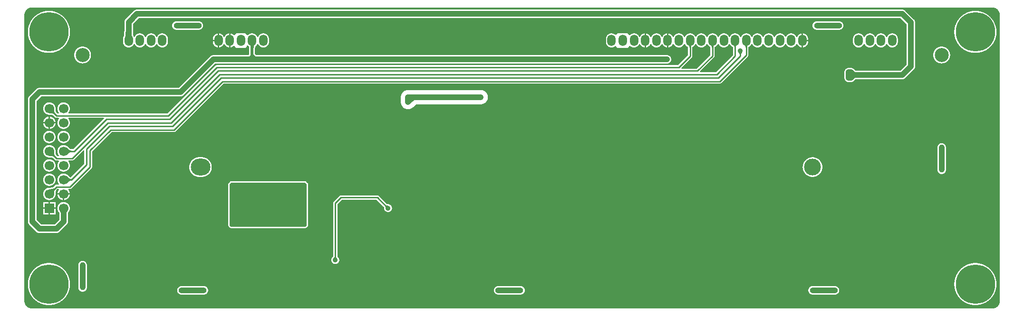
<source format=gtl>
G04*
G04 #@! TF.GenerationSoftware,Altium Limited,Altium Designer,22.1.2 (22)*
G04*
G04 Layer_Physical_Order=1*
G04 Layer_Color=39423*
%FSLAX25Y25*%
%MOIN*%
G70*
G04*
G04 #@! TF.SameCoordinates,FAE6250E-A20C-4BD2-8625-F561C3F0017D*
G04*
G04*
G04 #@! TF.FilePolarity,Positive*
G04*
G01*
G75*
%ADD10C,0.01000*%
%ADD21C,0.04000*%
%ADD22C,0.02000*%
%ADD23O,0.19685X0.03937*%
%ADD24O,0.13780X0.11811*%
%ADD25O,0.03937X0.19685*%
%ADD26O,0.05866X0.07874*%
%ADD27C,0.11811*%
%ADD28C,0.09843*%
%ADD29C,0.27559*%
%ADD30C,0.06693*%
%ADD31R,0.06693X0.06693*%
%ADD32C,0.04724*%
%ADD33C,0.03543*%
G36*
X7874Y214035D02*
X681102D01*
X681122Y214035D01*
X681303Y214032D01*
X681504Y214020D01*
X681704Y214002D01*
X681903Y213975D01*
X682101Y213942D01*
X682298Y213901D01*
X682493Y213852D01*
X682686Y213797D01*
X682877Y213734D01*
X683066Y213664D01*
X683251Y213587D01*
X683434Y213503D01*
X683613Y213413D01*
X683789Y213315D01*
X683961Y213212D01*
X684130Y213102D01*
X684294Y212985D01*
X684453Y212863D01*
X684608Y212735D01*
X684758Y212601D01*
X684902Y212461D01*
X685042Y212317D01*
X685176Y212167D01*
X685304Y212012D01*
X685426Y211853D01*
X685542Y211689D01*
X685653Y211521D01*
X685756Y211348D01*
X685853Y211173D01*
X685944Y210993D01*
X686028Y210810D01*
X686105Y210625D01*
X686175Y210436D01*
X686238Y210245D01*
X686293Y210052D01*
X686342Y209857D01*
X686383Y209661D01*
X686416Y209462D01*
X686443Y209263D01*
X686444Y209248D01*
X686475Y208661D01*
X686475Y208061D01*
X686475Y7874D01*
X686476Y7854D01*
X686473Y7673D01*
X686461Y7472D01*
X686443Y7272D01*
X686416Y7073D01*
X686383Y6875D01*
X686342Y6678D01*
X686293Y6483D01*
X686238Y6290D01*
X686175Y6099D01*
X686105Y5911D01*
X686028Y5725D01*
X685944Y5542D01*
X685854Y5363D01*
X685756Y5187D01*
X685653Y5015D01*
X685542Y4847D01*
X685426Y4683D01*
X685304Y4523D01*
X685176Y4369D01*
X685042Y4219D01*
X684902Y4074D01*
X684758Y3935D01*
X684608Y3801D01*
X684453Y3672D01*
X684294Y3550D01*
X684130Y3434D01*
X683961Y3324D01*
X683789Y3220D01*
X683613Y3123D01*
X683434Y3032D01*
X683251Y2949D01*
X683066Y2871D01*
X682877Y2802D01*
X682686Y2739D01*
X682493Y2683D01*
X682298Y2635D01*
X682101Y2594D01*
X681903Y2560D01*
X681704Y2534D01*
X681504Y2515D01*
X681303Y2504D01*
X681122Y2500D01*
X681102Y2501D01*
X7874D01*
X7854Y2500D01*
X7673Y2504D01*
X7472Y2515D01*
X7272Y2534D01*
X7073Y2560D01*
X6875Y2594D01*
X6678Y2635D01*
X6483Y2683D01*
X6290Y2739D01*
X6099Y2802D01*
X5911Y2871D01*
X5725Y2949D01*
X5542Y3032D01*
X5363Y3123D01*
X5187Y3220D01*
X5015Y3324D01*
X4847Y3434D01*
X4683Y3550D01*
X4523Y3672D01*
X4369Y3801D01*
X4219Y3935D01*
X4074Y4074D01*
X3935Y4219D01*
X3801Y4369D01*
X3672Y4523D01*
X3550Y4683D01*
X3434Y4847D01*
X3324Y5015D01*
X3220Y5187D01*
X3123Y5363D01*
X3032Y5542D01*
X2949Y5725D01*
X2871Y5911D01*
X2802Y6099D01*
X2739Y6290D01*
X2683Y6483D01*
X2635Y6678D01*
X2594Y6875D01*
X2560Y7073D01*
X2534Y7272D01*
X2515Y7472D01*
X2504Y7673D01*
X2500Y7854D01*
X2501Y7874D01*
X2501Y208661D01*
X2500Y208681D01*
X2504Y208862D01*
X2515Y209063D01*
X2534Y209263D01*
X2560Y209462D01*
X2594Y209661D01*
X2635Y209857D01*
X2683Y210052D01*
X2739Y210245D01*
X2802Y210436D01*
X2871Y210625D01*
X2948Y210810D01*
X3032Y210993D01*
X3123Y211173D01*
X3220Y211348D01*
X3324Y211521D01*
X3434Y211689D01*
X3550Y211853D01*
X3672Y212012D01*
X3801Y212167D01*
X3935Y212317D01*
X4074Y212461D01*
X4219Y212601D01*
X4369Y212735D01*
X4523Y212863D01*
X4683Y212985D01*
X4847Y213102D01*
X5015Y213212D01*
X5187Y213315D01*
X5363Y213413D01*
X5542Y213503D01*
X5725Y213587D01*
X5911Y213664D01*
X6099Y213734D01*
X6290Y213797D01*
X6483Y213852D01*
X6678Y213901D01*
X6875Y213942D01*
X7073Y213975D01*
X7272Y214002D01*
X7472Y214020D01*
X7673Y214032D01*
X7854Y214035D01*
X7874Y214035D01*
D02*
G37*
%LPC*%
G36*
X573819Y204249D02*
X558071D01*
X557925Y204245D01*
X557780Y204235D01*
X557635Y204217D01*
X557492Y204192D01*
X557349Y204160D01*
X557209Y204121D01*
X557071Y204075D01*
X556935Y204023D01*
X556801Y203964D01*
X556671Y203898D01*
X556544Y203826D01*
X556421Y203748D01*
X556302Y203664D01*
X556187Y203575D01*
X556077Y203480D01*
X555971Y203379D01*
X555871Y203274D01*
X555776Y203163D01*
X555686Y203048D01*
X555602Y202929D01*
X555524Y202806D01*
X555452Y202679D01*
X555387Y202549D01*
X555328Y202416D01*
X555275Y202280D01*
X555229Y202141D01*
X555191Y202001D01*
X555159Y201859D01*
X555134Y201715D01*
X555116Y201571D01*
X555105Y201425D01*
X555101Y201279D01*
X555105Y201134D01*
X555116Y200988D01*
X555134Y200844D01*
X555159Y200700D01*
X555191Y200558D01*
X555229Y200417D01*
X555275Y200279D01*
X555328Y200143D01*
X555387Y200010D01*
X555452Y199880D01*
X555524Y199753D01*
X555602Y199630D01*
X555686Y199511D01*
X555776Y199396D01*
X555871Y199285D01*
X555971Y199180D01*
X556077Y199079D01*
X556187Y198984D01*
X556302Y198895D01*
X556421Y198811D01*
X556544Y198733D01*
X556671Y198661D01*
X556801Y198595D01*
X556935Y198536D01*
X557071Y198484D01*
X557209Y198438D01*
X557349Y198399D01*
X557492Y198367D01*
X557635Y198342D01*
X557780Y198324D01*
X557925Y198314D01*
X558071Y198310D01*
X573819D01*
X573965Y198314D01*
X574110Y198324D01*
X574255Y198342D01*
X574398Y198367D01*
X574541Y198399D01*
X574681Y198438D01*
X574819Y198484D01*
X574955Y198536D01*
X575089Y198595D01*
X575219Y198661D01*
X575346Y198733D01*
X575469Y198811D01*
X575588Y198895D01*
X575703Y198984D01*
X575813Y199079D01*
X575919Y199180D01*
X576019Y199285D01*
X576114Y199396D01*
X576204Y199511D01*
X576288Y199630D01*
X576366Y199753D01*
X576438Y199880D01*
X576503Y200010D01*
X576562Y200143D01*
X576615Y200279D01*
X576660Y200417D01*
X576699Y200558D01*
X576731Y200700D01*
X576756Y200844D01*
X576774Y200988D01*
X576785Y201134D01*
X576788Y201279D01*
X576785Y201425D01*
X576774Y201571D01*
X576756Y201715D01*
X576731Y201859D01*
X576699Y202001D01*
X576660Y202141D01*
X576615Y202280D01*
X576562Y202416D01*
X576503Y202549D01*
X576438Y202679D01*
X576366Y202806D01*
X576288Y202929D01*
X576204Y203048D01*
X576114Y203163D01*
X576019Y203274D01*
X575919Y203379D01*
X575813Y203480D01*
X575703Y203575D01*
X575588Y203664D01*
X575469Y203748D01*
X575346Y203826D01*
X575219Y203898D01*
X575089Y203964D01*
X574955Y204023D01*
X574819Y204075D01*
X574681Y204121D01*
X574541Y204160D01*
X574398Y204192D01*
X574255Y204217D01*
X574110Y204235D01*
X573965Y204245D01*
X573819Y204249D01*
D02*
G37*
G36*
X124803D02*
X109055D01*
X108909Y204245D01*
X108764Y204235D01*
X108619Y204217D01*
X108476Y204192D01*
X108334Y204160D01*
X108193Y204121D01*
X108055Y204075D01*
X107919Y204023D01*
X107785Y203964D01*
X107655Y203898D01*
X107528Y203826D01*
X107405Y203748D01*
X107286Y203664D01*
X107171Y203575D01*
X107061Y203480D01*
X106955Y203379D01*
X106855Y203274D01*
X106760Y203163D01*
X106670Y203048D01*
X106586Y202929D01*
X106508Y202806D01*
X106436Y202679D01*
X106371Y202549D01*
X106312Y202416D01*
X106259Y202280D01*
X106213Y202141D01*
X106175Y202001D01*
X106143Y201859D01*
X106118Y201715D01*
X106100Y201571D01*
X106089Y201425D01*
X106086Y201279D01*
X106089Y201134D01*
X106100Y200988D01*
X106118Y200844D01*
X106143Y200700D01*
X106175Y200558D01*
X106213Y200417D01*
X106259Y200279D01*
X106312Y200143D01*
X106371Y200010D01*
X106436Y199880D01*
X106508Y199753D01*
X106586Y199630D01*
X106670Y199511D01*
X106760Y199396D01*
X106855Y199285D01*
X106955Y199180D01*
X107061Y199079D01*
X107171Y198984D01*
X107286Y198895D01*
X107405Y198811D01*
X107528Y198733D01*
X107655Y198661D01*
X107785Y198595D01*
X107919Y198536D01*
X108055Y198484D01*
X108193Y198438D01*
X108334Y198399D01*
X108476Y198367D01*
X108619Y198342D01*
X108764Y198324D01*
X108909Y198314D01*
X109055Y198310D01*
X124803D01*
X124949Y198314D01*
X125094Y198324D01*
X125239Y198342D01*
X125382Y198367D01*
X125525Y198399D01*
X125665Y198438D01*
X125803Y198484D01*
X125940Y198536D01*
X126073Y198595D01*
X126203Y198661D01*
X126330Y198733D01*
X126453Y198811D01*
X126572Y198895D01*
X126687Y198984D01*
X126797Y199079D01*
X126903Y199180D01*
X127003Y199285D01*
X127099Y199396D01*
X127188Y199511D01*
X127272Y199630D01*
X127350Y199753D01*
X127422Y199880D01*
X127487Y200010D01*
X127547Y200143D01*
X127599Y200279D01*
X127645Y200417D01*
X127683Y200558D01*
X127715Y200700D01*
X127740Y200844D01*
X127758Y200988D01*
X127769Y201134D01*
X127772Y201279D01*
X127769Y201425D01*
X127758Y201571D01*
X127740Y201715D01*
X127715Y201859D01*
X127683Y202001D01*
X127645Y202141D01*
X127599Y202280D01*
X127547Y202416D01*
X127487Y202549D01*
X127422Y202679D01*
X127350Y202806D01*
X127272Y202929D01*
X127188Y203048D01*
X127099Y203163D01*
X127003Y203274D01*
X126903Y203379D01*
X126797Y203480D01*
X126687Y203575D01*
X126572Y203664D01*
X126453Y203748D01*
X126330Y203826D01*
X126203Y203898D01*
X126073Y203964D01*
X125940Y204023D01*
X125803Y204075D01*
X125665Y204121D01*
X125525Y204160D01*
X125382Y204192D01*
X125239Y204217D01*
X125094Y204235D01*
X124949Y204245D01*
X124803Y204249D01*
D02*
G37*
G36*
X425500Y196000D02*
X418500D01*
X417500Y195000D01*
Y194931D01*
X417104Y194714D01*
X416900Y194685D01*
X416831Y194751D01*
X416702Y194864D01*
X416568Y194972D01*
X416430Y195073D01*
X416287Y195168D01*
X416140Y195257D01*
X415990Y195340D01*
X415836Y195416D01*
X415679Y195485D01*
X415519Y195547D01*
X415356Y195602D01*
X415192Y195650D01*
X415025Y195691D01*
X414857Y195725D01*
X414687Y195751D01*
X414516Y195769D01*
X414345Y195781D01*
X414174Y195784D01*
X414002Y195781D01*
X413831Y195769D01*
X413660Y195751D01*
X413490Y195725D01*
X413322Y195691D01*
X413155Y195650D01*
X412991Y195602D01*
X412828Y195547D01*
X412668Y195485D01*
X412511Y195416D01*
X412357Y195340D01*
X412207Y195257D01*
X412060Y195168D01*
X411917Y195073D01*
X411779Y194972D01*
X411645Y194864D01*
X411516Y194751D01*
X411392Y194632D01*
X411273Y194508D01*
X411160Y194379D01*
X411053Y194245D01*
X410951Y194107D01*
X410856Y193964D01*
X410767Y193817D01*
X410684Y193667D01*
X410608Y193513D01*
X410539Y193356D01*
X410477Y193196D01*
X410422Y193034D01*
X410374Y192869D01*
X410333Y192702D01*
X410300Y192534D01*
X410274Y192364D01*
X410255Y192193D01*
X410244Y192022D01*
X410240Y191851D01*
Y189842D01*
X410244Y189671D01*
X410255Y189499D01*
X410274Y189329D01*
X410300Y189159D01*
X410333Y188991D01*
X410374Y188824D01*
X410422Y188659D01*
X410477Y188497D01*
X410539Y188337D01*
X410608Y188180D01*
X410684Y188026D01*
X410767Y187875D01*
X410856Y187729D01*
X410951Y187586D01*
X411053Y187448D01*
X411160Y187314D01*
X411273Y187185D01*
X411392Y187061D01*
X411516Y186942D01*
X411645Y186829D01*
X411779Y186721D01*
X411917Y186620D01*
X412060Y186524D01*
X412207Y186435D01*
X412357Y186353D01*
X412511Y186277D01*
X412668Y186208D01*
X412828Y186146D01*
X412991Y186091D01*
X413155Y186042D01*
X413322Y186002D01*
X413490Y185968D01*
X413660Y185942D01*
X413831Y185924D01*
X414002Y185912D01*
X414174Y185908D01*
X414345Y185912D01*
X414516Y185924D01*
X414687Y185942D01*
X414857Y185968D01*
X415025Y186002D01*
X415192Y186042D01*
X415356Y186091D01*
X415519Y186146D01*
X415679Y186208D01*
X415836Y186277D01*
X415990Y186353D01*
X416140Y186435D01*
X416287Y186524D01*
X416430Y186620D01*
X416568Y186721D01*
X416702Y186829D01*
X416831Y186942D01*
X416900Y187008D01*
X417104Y186979D01*
X417500Y186762D01*
Y186500D01*
X418500Y185500D01*
X425500D01*
X426500Y186500D01*
Y186869D01*
X426796Y187048D01*
X427100Y187102D01*
X427140Y187061D01*
X427264Y186942D01*
X427393Y186829D01*
X427527Y186721D01*
X427665Y186620D01*
X427808Y186524D01*
X427955Y186435D01*
X428105Y186353D01*
X428259Y186277D01*
X428416Y186208D01*
X428576Y186146D01*
X428739Y186091D01*
X428903Y186042D01*
X429070Y186002D01*
X429239Y185968D01*
X429408Y185942D01*
X429579Y185924D01*
X429750Y185912D01*
X429922Y185908D01*
X430093Y185912D01*
X430264Y185924D01*
X430435Y185942D01*
X430605Y185968D01*
X430773Y186002D01*
X430940Y186042D01*
X431104Y186091D01*
X431267Y186146D01*
X431427Y186208D01*
X431584Y186277D01*
X431738Y186353D01*
X431888Y186435D01*
X432035Y186524D01*
X432178Y186620D01*
X432316Y186721D01*
X432450Y186829D01*
X432579Y186942D01*
X432703Y187061D01*
X432822Y187185D01*
X432935Y187314D01*
X433042Y187448D01*
X433144Y187586D01*
X433239Y187729D01*
X433328Y187875D01*
X433411Y188026D01*
X433487Y188180D01*
X433538Y188296D01*
X433601Y188319D01*
X433667Y188337D01*
X434051D01*
X434116Y188319D01*
X434179Y188296D01*
X434230Y188180D01*
X434306Y188026D01*
X434389Y187875D01*
X434478Y187729D01*
X434573Y187586D01*
X434675Y187448D01*
X434782Y187314D01*
X434895Y187185D01*
X435014Y187061D01*
X435138Y186942D01*
X435267Y186829D01*
X435401Y186721D01*
X435539Y186620D01*
X435682Y186524D01*
X435829Y186435D01*
X435979Y186353D01*
X436133Y186277D01*
X436290Y186208D01*
X436450Y186146D01*
X436613Y186091D01*
X436777Y186042D01*
X436944Y186002D01*
X437113Y185968D01*
X437282Y185942D01*
X437296Y185941D01*
Y190846D01*
Y195752D01*
X437282Y195751D01*
X437113Y195725D01*
X436944Y195691D01*
X436777Y195650D01*
X436613Y195602D01*
X436450Y195547D01*
X436290Y195485D01*
X436133Y195416D01*
X435979Y195340D01*
X435829Y195257D01*
X435682Y195168D01*
X435539Y195073D01*
X435401Y194972D01*
X435267Y194864D01*
X435138Y194751D01*
X435014Y194632D01*
X434895Y194508D01*
X434782Y194379D01*
X434675Y194245D01*
X434573Y194107D01*
X434478Y193964D01*
X434389Y193817D01*
X434306Y193667D01*
X434230Y193513D01*
X434179Y193397D01*
X434116Y193374D01*
X434051Y193356D01*
X433667D01*
X433601Y193374D01*
X433538Y193397D01*
X433487Y193513D01*
X433411Y193667D01*
X433328Y193817D01*
X433239Y193964D01*
X433144Y194107D01*
X433042Y194245D01*
X432935Y194379D01*
X432822Y194508D01*
X432703Y194632D01*
X432579Y194751D01*
X432450Y194864D01*
X432316Y194972D01*
X432178Y195073D01*
X432035Y195168D01*
X431888Y195257D01*
X431738Y195340D01*
X431584Y195416D01*
X431427Y195485D01*
X431267Y195547D01*
X431104Y195602D01*
X430940Y195650D01*
X430773Y195691D01*
X430605Y195725D01*
X430435Y195751D01*
X430264Y195769D01*
X430093Y195781D01*
X429922Y195784D01*
X429750Y195781D01*
X429579Y195769D01*
X429408Y195751D01*
X429239Y195725D01*
X429070Y195691D01*
X428903Y195650D01*
X428739Y195602D01*
X428576Y195547D01*
X428416Y195485D01*
X428259Y195416D01*
X428105Y195340D01*
X427955Y195257D01*
X427808Y195168D01*
X427665Y195073D01*
X427527Y194972D01*
X427393Y194864D01*
X427264Y194751D01*
X427140Y194632D01*
X427100Y194590D01*
X426796Y194644D01*
X426500Y194824D01*
Y195000D01*
X425500Y196000D01*
D02*
G37*
G36*
X157500D02*
X151000D01*
X150000Y195000D01*
Y194677D01*
X149681Y194498D01*
X149400Y194459D01*
X149357Y194508D01*
X149238Y194632D01*
X149114Y194751D01*
X148985Y194864D01*
X148851Y194972D01*
X148713Y195073D01*
X148570Y195168D01*
X148423Y195257D01*
X148273Y195340D01*
X148119Y195416D01*
X147962Y195485D01*
X147802Y195547D01*
X147639Y195602D01*
X147475Y195650D01*
X147308Y195691D01*
X147140Y195725D01*
X146970Y195751D01*
X146957Y195752D01*
Y190846D01*
Y185941D01*
X146970Y185942D01*
X147140Y185968D01*
X147308Y186002D01*
X147475Y186042D01*
X147639Y186091D01*
X147802Y186146D01*
X147962Y186208D01*
X148119Y186277D01*
X148273Y186353D01*
X148423Y186435D01*
X148570Y186524D01*
X148713Y186620D01*
X148851Y186721D01*
X148985Y186829D01*
X149114Y186942D01*
X149238Y187061D01*
X149357Y187185D01*
X149400Y187234D01*
X149681Y187195D01*
X150000Y187015D01*
Y186500D01*
X151000Y185500D01*
X157500D01*
X158500Y186500D01*
Y187229D01*
X159041Y187431D01*
X159100Y187427D01*
X159191Y187314D01*
X159304Y187185D01*
X159423Y187061D01*
X159547Y186942D01*
X159676Y186829D01*
X159810Y186721D01*
X159948Y186620D01*
X160070Y186539D01*
X160075Y186522D01*
X160124Y186283D01*
X160195Y185534D01*
X160204Y185082D01*
Y181119D01*
X159585Y180501D01*
X135000D01*
X134853Y180497D01*
X134706Y180486D01*
X134560Y180468D01*
X134415Y180443D01*
X134271Y180411D01*
X134129Y180372D01*
X133989Y180325D01*
X133852Y180272D01*
X133717Y180213D01*
X133585Y180147D01*
X133457Y180074D01*
X133333Y179995D01*
X133212Y179910D01*
X133096Y179820D01*
X132985Y179724D01*
X132878Y179622D01*
X110757Y157501D01*
X13000D01*
X13000Y157501D01*
X12853Y157497D01*
X12706Y157486D01*
X12560Y157468D01*
X12415Y157443D01*
X12271Y157411D01*
X12129Y157372D01*
X11989Y157325D01*
X11852Y157273D01*
X11717Y157213D01*
X11585Y157147D01*
X11457Y157074D01*
X11333Y156995D01*
X11212Y156910D01*
X11096Y156820D01*
X10985Y156723D01*
X10878Y156622D01*
X5878Y151622D01*
X5776Y151515D01*
X5680Y151404D01*
X5590Y151288D01*
X5505Y151167D01*
X5426Y151043D01*
X5353Y150915D01*
X5287Y150783D01*
X5227Y150648D01*
X5175Y150511D01*
X5128Y150371D01*
X5089Y150229D01*
X5057Y150085D01*
X5032Y149940D01*
X5014Y149794D01*
X5003Y149647D01*
X4999Y149500D01*
Y63500D01*
X5003Y63353D01*
X5014Y63206D01*
X5032Y63060D01*
X5057Y62915D01*
X5089Y62771D01*
X5128Y62629D01*
X5175Y62489D01*
X5227Y62352D01*
X5287Y62217D01*
X5353Y62085D01*
X5426Y61957D01*
X5505Y61833D01*
X5590Y61712D01*
X5680Y61596D01*
X5776Y61485D01*
X5878Y61378D01*
X10878Y56378D01*
X10985Y56277D01*
X11096Y56180D01*
X11212Y56090D01*
X11333Y56005D01*
X11457Y55926D01*
X11585Y55853D01*
X11717Y55787D01*
X11852Y55727D01*
X11989Y55674D01*
X12129Y55628D01*
X12271Y55589D01*
X12415Y55557D01*
X12560Y55532D01*
X12706Y55514D01*
X12853Y55503D01*
X13000Y55499D01*
X13000Y55499D01*
X25000D01*
X25147Y55503D01*
X25294Y55514D01*
X25440Y55532D01*
X25585Y55557D01*
X25729Y55589D01*
X25871Y55628D01*
X26011Y55674D01*
X26148Y55727D01*
X26283Y55787D01*
X26415Y55853D01*
X26543Y55926D01*
X26667Y56005D01*
X26788Y56090D01*
X26904Y56180D01*
X27015Y56277D01*
X27122Y56378D01*
X32122Y61378D01*
X32223Y61485D01*
X32320Y61596D01*
X32410Y61712D01*
X32495Y61833D01*
X32574Y61957D01*
X32647Y62085D01*
X32713Y62217D01*
X32772Y62352D01*
X32825Y62489D01*
X32872Y62629D01*
X32911Y62771D01*
X32943Y62915D01*
X32968Y63060D01*
X32987Y63206D01*
X32997Y63353D01*
X33001Y63500D01*
X33001Y63500D01*
Y68300D01*
X33001Y68300D01*
X33004Y68660D01*
X33030Y69269D01*
X33077Y69728D01*
X33103Y69874D01*
X33129Y69979D01*
X33131Y69984D01*
X33137Y69990D01*
X33259Y70122D01*
X33375Y70259D01*
X33485Y70401D01*
X33590Y70547D01*
X33688Y70698D01*
X33780Y70852D01*
X33865Y71010D01*
X33944Y71172D01*
X34016Y71336D01*
X34082Y71504D01*
X34140Y71674D01*
X34191Y71846D01*
X34236Y72020D01*
X34272Y72196D01*
X34302Y72373D01*
X34324Y72552D01*
X34339Y72731D01*
X34346Y72910D01*
Y73090D01*
X34339Y73269D01*
X34324Y73448D01*
X34302Y73627D01*
X34272Y73804D01*
X34236Y73980D01*
X34191Y74154D01*
X34140Y74326D01*
X34082Y74496D01*
X34016Y74664D01*
X33944Y74828D01*
X33865Y74990D01*
X33780Y75148D01*
X33688Y75302D01*
X33590Y75453D01*
X33485Y75599D01*
X33375Y75740D01*
X33259Y75878D01*
X33137Y76010D01*
X33010Y76137D01*
X32878Y76259D01*
X32741Y76375D01*
X32599Y76485D01*
X32452Y76590D01*
X32302Y76688D01*
X32148Y76780D01*
X31990Y76865D01*
X31828Y76944D01*
X31664Y77017D01*
X31496Y77082D01*
X31326Y77140D01*
X31154Y77191D01*
X30980Y77236D01*
X30804Y77272D01*
X30627Y77302D01*
X30448Y77324D01*
X30269Y77339D01*
X30090Y77346D01*
X29910D01*
X29731Y77339D01*
X29552Y77324D01*
X29373Y77302D01*
X29196Y77272D01*
X29020Y77236D01*
X28846Y77191D01*
X28674Y77140D01*
X28504Y77082D01*
X28336Y77017D01*
X28172Y76944D01*
X28010Y76865D01*
X27852Y76780D01*
X27698Y76688D01*
X27547Y76590D01*
X27401Y76485D01*
X27259Y76375D01*
X27122Y76259D01*
X26990Y76137D01*
X26863Y76010D01*
X26741Y75878D01*
X26625Y75740D01*
X26515Y75599D01*
X26410Y75453D01*
X26312Y75302D01*
X26220Y75148D01*
X26135Y74990D01*
X26056Y74828D01*
X25984Y74664D01*
X25918Y74496D01*
X25860Y74326D01*
X25809Y74154D01*
X25765Y73980D01*
X25728Y73804D01*
X25698Y73627D01*
X25676Y73448D01*
X25661Y73269D01*
X25654Y73090D01*
Y72910D01*
X25661Y72731D01*
X25676Y72552D01*
X25698Y72373D01*
X25728Y72196D01*
X25765Y72020D01*
X25809Y71846D01*
X25860Y71674D01*
X25918Y71504D01*
X25984Y71336D01*
X26056Y71172D01*
X26135Y71010D01*
X26220Y70852D01*
X26312Y70698D01*
X26410Y70547D01*
X26515Y70401D01*
X26625Y70259D01*
X26741Y70122D01*
X26863Y69990D01*
X26869Y69984D01*
X26871Y69979D01*
X26897Y69874D01*
X26919Y69745D01*
X26996Y68647D01*
X26999Y68300D01*
X26999Y68300D01*
Y64743D01*
X23757Y61501D01*
X14243D01*
X11001Y64743D01*
Y148257D01*
X14243Y151499D01*
X112000D01*
X112147Y151503D01*
X112294Y151514D01*
X112440Y151532D01*
X112585Y151557D01*
X112729Y151589D01*
X112871Y151628D01*
X113011Y151674D01*
X113148Y151727D01*
X113283Y151787D01*
X113415Y151853D01*
X113543Y151926D01*
X113667Y152005D01*
X113788Y152090D01*
X113904Y152180D01*
X114015Y152277D01*
X114122Y152378D01*
X136243Y174499D01*
X453000D01*
X453147Y174503D01*
X453294Y174514D01*
X453440Y174532D01*
X453585Y174557D01*
X453729Y174589D01*
X453871Y174628D01*
X454011Y174674D01*
X454148Y174727D01*
X454283Y174787D01*
X454415Y174853D01*
X454543Y174926D01*
X454667Y175005D01*
X454788Y175090D01*
X454904Y175180D01*
X455015Y175277D01*
X455122Y175378D01*
X455224Y175485D01*
X455320Y175596D01*
X455410Y175712D01*
X455495Y175833D01*
X455574Y175957D01*
X455647Y176085D01*
X455713Y176217D01*
X455772Y176352D01*
X455826Y176489D01*
X455872Y176629D01*
X455911Y176771D01*
X455943Y176915D01*
X455968Y177060D01*
X455986Y177206D01*
X455997Y177353D01*
X456001Y177500D01*
X455997Y177647D01*
X455986Y177794D01*
X455968Y177940D01*
X455943Y178085D01*
X455911Y178229D01*
X455872Y178371D01*
X455826Y178511D01*
X455772Y178648D01*
X455713Y178783D01*
X455647Y178915D01*
X455574Y179043D01*
X455495Y179167D01*
X455410Y179288D01*
X455320Y179404D01*
X455224Y179515D01*
X455122Y179622D01*
X455015Y179724D01*
X454904Y179820D01*
X454788Y179910D01*
X454667Y179995D01*
X454543Y180074D01*
X454415Y180147D01*
X454283Y180213D01*
X454148Y180272D01*
X454011Y180325D01*
X453871Y180372D01*
X453729Y180411D01*
X453585Y180443D01*
X453440Y180468D01*
X453294Y180486D01*
X453147Y180497D01*
X453000Y180501D01*
X164915D01*
X164206Y181210D01*
Y185081D01*
X164215Y185548D01*
X164241Y185941D01*
X164282Y186267D01*
X164334Y186522D01*
X164339Y186539D01*
X164461Y186620D01*
X164599Y186721D01*
X164733Y186829D01*
X164862Y186942D01*
X164986Y187061D01*
X165105Y187185D01*
X165218Y187314D01*
X165325Y187448D01*
X165427Y187586D01*
X165522Y187729D01*
X165611Y187875D01*
X165694Y188026D01*
X165770Y188180D01*
X165821Y188296D01*
X165884Y188319D01*
X165949Y188337D01*
X166334D01*
X166399Y188319D01*
X166462Y188296D01*
X166513Y188180D01*
X166589Y188026D01*
X166672Y187875D01*
X166761Y187729D01*
X166856Y187586D01*
X166958Y187448D01*
X167065Y187314D01*
X167178Y187185D01*
X167297Y187061D01*
X167421Y186942D01*
X167550Y186829D01*
X167684Y186721D01*
X167822Y186620D01*
X167965Y186524D01*
X168112Y186435D01*
X168262Y186353D01*
X168416Y186277D01*
X168573Y186208D01*
X168733Y186146D01*
X168896Y186091D01*
X169060Y186042D01*
X169227Y186002D01*
X169395Y185968D01*
X169565Y185942D01*
X169736Y185924D01*
X169907Y185912D01*
X170079Y185908D01*
X170250Y185912D01*
X170421Y185924D01*
X170592Y185942D01*
X170762Y185968D01*
X170930Y186002D01*
X171097Y186042D01*
X171261Y186091D01*
X171424Y186146D01*
X171584Y186208D01*
X171741Y186277D01*
X171895Y186353D01*
X172045Y186435D01*
X172192Y186524D01*
X172335Y186620D01*
X172473Y186721D01*
X172607Y186829D01*
X172736Y186942D01*
X172860Y187061D01*
X172979Y187185D01*
X173092Y187314D01*
X173199Y187448D01*
X173301Y187586D01*
X173396Y187729D01*
X173485Y187875D01*
X173568Y188026D01*
X173644Y188180D01*
X173713Y188337D01*
X173775Y188497D01*
X173830Y188659D01*
X173878Y188824D01*
X173919Y188991D01*
X173952Y189159D01*
X173979Y189329D01*
X173997Y189499D01*
X174009Y189671D01*
X174012Y189842D01*
Y191851D01*
X174009Y192022D01*
X173997Y192193D01*
X173979Y192364D01*
X173952Y192534D01*
X173919Y192702D01*
X173878Y192869D01*
X173830Y193034D01*
X173775Y193196D01*
X173713Y193356D01*
X173644Y193513D01*
X173568Y193667D01*
X173485Y193817D01*
X173396Y193964D01*
X173301Y194107D01*
X173199Y194245D01*
X173092Y194379D01*
X172979Y194508D01*
X172860Y194632D01*
X172736Y194751D01*
X172607Y194864D01*
X172473Y194972D01*
X172335Y195073D01*
X172192Y195168D01*
X172045Y195257D01*
X171895Y195340D01*
X171741Y195416D01*
X171584Y195485D01*
X171424Y195547D01*
X171261Y195602D01*
X171097Y195650D01*
X170930Y195691D01*
X170762Y195725D01*
X170592Y195751D01*
X170421Y195769D01*
X170250Y195781D01*
X170079Y195784D01*
X169907Y195781D01*
X169736Y195769D01*
X169565Y195751D01*
X169395Y195725D01*
X169227Y195691D01*
X169060Y195650D01*
X168896Y195602D01*
X168733Y195547D01*
X168573Y195485D01*
X168416Y195416D01*
X168262Y195340D01*
X168112Y195257D01*
X167965Y195168D01*
X167822Y195073D01*
X167684Y194972D01*
X167550Y194864D01*
X167421Y194751D01*
X167297Y194632D01*
X167178Y194508D01*
X167065Y194379D01*
X166958Y194245D01*
X166856Y194107D01*
X166761Y193964D01*
X166672Y193817D01*
X166589Y193667D01*
X166513Y193513D01*
X166462Y193397D01*
X166399Y193374D01*
X166334Y193356D01*
X165949D01*
X165884Y193374D01*
X165821Y193397D01*
X165770Y193513D01*
X165694Y193667D01*
X165611Y193817D01*
X165522Y193964D01*
X165427Y194107D01*
X165325Y194245D01*
X165218Y194379D01*
X165105Y194508D01*
X164986Y194632D01*
X164862Y194751D01*
X164733Y194864D01*
X164599Y194972D01*
X164461Y195073D01*
X164318Y195168D01*
X164171Y195257D01*
X164021Y195340D01*
X163867Y195416D01*
X163710Y195485D01*
X163550Y195547D01*
X163387Y195602D01*
X163223Y195650D01*
X163056Y195691D01*
X162888Y195725D01*
X162718Y195751D01*
X162547Y195769D01*
X162376Y195781D01*
X162205Y195784D01*
X162033Y195781D01*
X161862Y195769D01*
X161691Y195751D01*
X161521Y195725D01*
X161353Y195691D01*
X161186Y195650D01*
X161022Y195602D01*
X160859Y195547D01*
X160699Y195485D01*
X160542Y195416D01*
X160388Y195340D01*
X160238Y195257D01*
X160091Y195168D01*
X159948Y195073D01*
X159810Y194972D01*
X159676Y194864D01*
X159547Y194751D01*
X159423Y194632D01*
X159304Y194508D01*
X159191Y194379D01*
X159100Y194266D01*
X159041Y194262D01*
X158500Y194464D01*
Y195000D01*
X157500Y196000D01*
D02*
G37*
G36*
X611024Y195784D02*
X610852Y195781D01*
X610681Y195769D01*
X610510Y195751D01*
X610340Y195725D01*
X610172Y195691D01*
X610005Y195650D01*
X609841Y195602D01*
X609678Y195547D01*
X609518Y195485D01*
X609361Y195416D01*
X609207Y195340D01*
X609057Y195257D01*
X608910Y195168D01*
X608767Y195073D01*
X608629Y194972D01*
X608495Y194864D01*
X608366Y194751D01*
X608242Y194632D01*
X608123Y194508D01*
X608010Y194379D01*
X607903Y194245D01*
X607801Y194107D01*
X607706Y193964D01*
X607617Y193817D01*
X607534Y193667D01*
X607458Y193513D01*
X607407Y193397D01*
X607344Y193374D01*
X607279Y193356D01*
X606894D01*
X606829Y193374D01*
X606766Y193397D01*
X606715Y193513D01*
X606639Y193667D01*
X606556Y193817D01*
X606467Y193964D01*
X606372Y194107D01*
X606270Y194245D01*
X606163Y194379D01*
X606050Y194508D01*
X605931Y194632D01*
X605807Y194751D01*
X605678Y194864D01*
X605544Y194972D01*
X605406Y195073D01*
X605263Y195168D01*
X605116Y195257D01*
X604966Y195340D01*
X604812Y195416D01*
X604655Y195485D01*
X604495Y195547D01*
X604332Y195602D01*
X604168Y195650D01*
X604001Y195691D01*
X603833Y195725D01*
X603663Y195751D01*
X603492Y195769D01*
X603321Y195781D01*
X603150Y195784D01*
X602978Y195781D01*
X602807Y195769D01*
X602636Y195751D01*
X602466Y195725D01*
X602298Y195691D01*
X602131Y195650D01*
X601967Y195602D01*
X601804Y195547D01*
X601644Y195485D01*
X601487Y195416D01*
X601333Y195340D01*
X601183Y195257D01*
X601036Y195168D01*
X600893Y195073D01*
X600755Y194972D01*
X600621Y194864D01*
X600492Y194751D01*
X600368Y194632D01*
X600249Y194508D01*
X600136Y194379D01*
X600029Y194245D01*
X599927Y194107D01*
X599832Y193964D01*
X599743Y193817D01*
X599660Y193667D01*
X599584Y193513D01*
X599533Y193397D01*
X599470Y193374D01*
X599405Y193356D01*
X599020D01*
X598955Y193374D01*
X598892Y193397D01*
X598841Y193513D01*
X598765Y193667D01*
X598682Y193817D01*
X598593Y193964D01*
X598498Y194107D01*
X598396Y194245D01*
X598289Y194379D01*
X598176Y194508D01*
X598057Y194632D01*
X597933Y194751D01*
X597804Y194864D01*
X597670Y194972D01*
X597532Y195073D01*
X597389Y195168D01*
X597242Y195257D01*
X597092Y195340D01*
X596938Y195416D01*
X596781Y195485D01*
X596621Y195547D01*
X596458Y195602D01*
X596294Y195650D01*
X596127Y195691D01*
X595959Y195725D01*
X595789Y195751D01*
X595618Y195769D01*
X595447Y195781D01*
X595276Y195784D01*
X595104Y195781D01*
X594933Y195769D01*
X594762Y195751D01*
X594593Y195725D01*
X594424Y195691D01*
X594257Y195650D01*
X594093Y195602D01*
X593930Y195547D01*
X593770Y195485D01*
X593613Y195416D01*
X593459Y195340D01*
X593309Y195257D01*
X593162Y195168D01*
X593019Y195073D01*
X592881Y194972D01*
X592747Y194864D01*
X592618Y194751D01*
X592494Y194632D01*
X592375Y194508D01*
X592262Y194379D01*
X592155Y194245D01*
X592053Y194107D01*
X591958Y193964D01*
X591869Y193817D01*
X591786Y193667D01*
X591710Y193513D01*
X591659Y193397D01*
X591596Y193374D01*
X591531Y193356D01*
X591147D01*
X591081Y193374D01*
X591018Y193397D01*
X590967Y193513D01*
X590891Y193667D01*
X590808Y193817D01*
X590719Y193964D01*
X590624Y194107D01*
X590522Y194245D01*
X590415Y194379D01*
X590302Y194508D01*
X590183Y194632D01*
X590059Y194751D01*
X589930Y194864D01*
X589796Y194972D01*
X589658Y195073D01*
X589515Y195168D01*
X589368Y195257D01*
X589218Y195340D01*
X589064Y195416D01*
X588907Y195485D01*
X588747Y195547D01*
X588584Y195602D01*
X588420Y195650D01*
X588253Y195691D01*
X588085Y195725D01*
X587915Y195751D01*
X587744Y195769D01*
X587573Y195781D01*
X587402Y195784D01*
X587230Y195781D01*
X587059Y195769D01*
X586888Y195751D01*
X586719Y195725D01*
X586550Y195691D01*
X586383Y195650D01*
X586219Y195602D01*
X586056Y195547D01*
X585896Y195485D01*
X585739Y195416D01*
X585585Y195340D01*
X585435Y195257D01*
X585288Y195168D01*
X585145Y195073D01*
X585007Y194972D01*
X584873Y194864D01*
X584744Y194751D01*
X584620Y194632D01*
X584501Y194508D01*
X584388Y194379D01*
X584281Y194245D01*
X584179Y194107D01*
X584084Y193964D01*
X583995Y193817D01*
X583912Y193667D01*
X583836Y193513D01*
X583767Y193356D01*
X583705Y193196D01*
X583650Y193034D01*
X583602Y192869D01*
X583561Y192702D01*
X583528Y192534D01*
X583501Y192364D01*
X583483Y192193D01*
X583472Y192022D01*
X583468Y191851D01*
Y189842D01*
X583472Y189671D01*
X583483Y189499D01*
X583501Y189329D01*
X583528Y189159D01*
X583561Y188991D01*
X583602Y188824D01*
X583650Y188659D01*
X583705Y188497D01*
X583767Y188337D01*
X583836Y188180D01*
X583912Y188026D01*
X583995Y187875D01*
X584084Y187729D01*
X584179Y187586D01*
X584281Y187448D01*
X584388Y187314D01*
X584501Y187185D01*
X584620Y187061D01*
X584744Y186942D01*
X584873Y186829D01*
X585007Y186721D01*
X585145Y186620D01*
X585288Y186524D01*
X585435Y186435D01*
X585585Y186353D01*
X585739Y186277D01*
X585896Y186208D01*
X586056Y186146D01*
X586219Y186091D01*
X586383Y186042D01*
X586550Y186002D01*
X586719Y185968D01*
X586888Y185942D01*
X587059Y185924D01*
X587230Y185912D01*
X587402Y185908D01*
X587573Y185912D01*
X587744Y185924D01*
X587915Y185942D01*
X588085Y185968D01*
X588253Y186002D01*
X588420Y186042D01*
X588584Y186091D01*
X588747Y186146D01*
X588907Y186208D01*
X589064Y186277D01*
X589218Y186353D01*
X589368Y186435D01*
X589515Y186524D01*
X589658Y186620D01*
X589796Y186721D01*
X589930Y186829D01*
X590059Y186942D01*
X590183Y187061D01*
X590302Y187185D01*
X590415Y187314D01*
X590522Y187448D01*
X590624Y187586D01*
X590719Y187729D01*
X590808Y187875D01*
X590891Y188026D01*
X590967Y188180D01*
X591018Y188296D01*
X591081Y188319D01*
X591147Y188337D01*
X591531D01*
X591596Y188319D01*
X591659Y188296D01*
X591710Y188180D01*
X591786Y188026D01*
X591869Y187875D01*
X591958Y187729D01*
X592053Y187586D01*
X592155Y187448D01*
X592262Y187314D01*
X592375Y187185D01*
X592494Y187061D01*
X592618Y186942D01*
X592747Y186829D01*
X592881Y186721D01*
X593019Y186620D01*
X593162Y186524D01*
X593309Y186435D01*
X593459Y186353D01*
X593613Y186277D01*
X593770Y186208D01*
X593930Y186146D01*
X594093Y186091D01*
X594257Y186042D01*
X594424Y186002D01*
X594593Y185968D01*
X594762Y185942D01*
X594933Y185924D01*
X595104Y185912D01*
X595276Y185908D01*
X595447Y185912D01*
X595618Y185924D01*
X595789Y185942D01*
X595959Y185968D01*
X596127Y186002D01*
X596294Y186042D01*
X596458Y186091D01*
X596621Y186146D01*
X596781Y186208D01*
X596938Y186277D01*
X597092Y186353D01*
X597242Y186435D01*
X597389Y186524D01*
X597532Y186620D01*
X597670Y186721D01*
X597804Y186829D01*
X597933Y186942D01*
X598057Y187061D01*
X598176Y187185D01*
X598289Y187314D01*
X598396Y187448D01*
X598498Y187586D01*
X598593Y187729D01*
X598682Y187875D01*
X598765Y188026D01*
X598841Y188180D01*
X598892Y188296D01*
X598955Y188319D01*
X599020Y188337D01*
X599405D01*
X599470Y188319D01*
X599533Y188296D01*
X599584Y188180D01*
X599660Y188026D01*
X599743Y187875D01*
X599832Y187729D01*
X599927Y187586D01*
X600029Y187448D01*
X600136Y187314D01*
X600249Y187185D01*
X600368Y187061D01*
X600492Y186942D01*
X600621Y186829D01*
X600755Y186721D01*
X600893Y186620D01*
X601036Y186524D01*
X601183Y186435D01*
X601333Y186353D01*
X601487Y186277D01*
X601644Y186208D01*
X601804Y186146D01*
X601967Y186091D01*
X602131Y186042D01*
X602298Y186002D01*
X602466Y185968D01*
X602636Y185942D01*
X602807Y185924D01*
X602978Y185912D01*
X603150Y185908D01*
X603321Y185912D01*
X603492Y185924D01*
X603663Y185942D01*
X603833Y185968D01*
X604001Y186002D01*
X604168Y186042D01*
X604332Y186091D01*
X604495Y186146D01*
X604655Y186208D01*
X604812Y186277D01*
X604966Y186353D01*
X605116Y186435D01*
X605263Y186524D01*
X605406Y186620D01*
X605544Y186721D01*
X605678Y186829D01*
X605807Y186942D01*
X605931Y187061D01*
X606050Y187185D01*
X606163Y187314D01*
X606270Y187448D01*
X606372Y187586D01*
X606467Y187729D01*
X606556Y187875D01*
X606639Y188026D01*
X606715Y188180D01*
X606766Y188296D01*
X606829Y188319D01*
X606894Y188337D01*
X607279D01*
X607344Y188319D01*
X607407Y188296D01*
X607458Y188180D01*
X607534Y188026D01*
X607617Y187875D01*
X607706Y187729D01*
X607801Y187586D01*
X607903Y187448D01*
X608010Y187314D01*
X608123Y187185D01*
X608242Y187061D01*
X608366Y186942D01*
X608495Y186829D01*
X608629Y186721D01*
X608767Y186620D01*
X608910Y186524D01*
X609057Y186435D01*
X609207Y186353D01*
X609361Y186277D01*
X609518Y186208D01*
X609678Y186146D01*
X609841Y186091D01*
X610005Y186042D01*
X610172Y186002D01*
X610340Y185968D01*
X610510Y185942D01*
X610681Y185924D01*
X610852Y185912D01*
X611024Y185908D01*
X611195Y185912D01*
X611366Y185924D01*
X611537Y185942D01*
X611707Y185968D01*
X611875Y186002D01*
X612042Y186042D01*
X612206Y186091D01*
X612369Y186146D01*
X612529Y186208D01*
X612686Y186277D01*
X612840Y186353D01*
X612990Y186435D01*
X613137Y186524D01*
X613280Y186620D01*
X613418Y186721D01*
X613552Y186829D01*
X613681Y186942D01*
X613805Y187061D01*
X613924Y187185D01*
X614037Y187314D01*
X614144Y187448D01*
X614246Y187586D01*
X614341Y187729D01*
X614430Y187875D01*
X614513Y188026D01*
X614589Y188180D01*
X614658Y188337D01*
X614720Y188497D01*
X614775Y188659D01*
X614823Y188824D01*
X614864Y188991D01*
X614897Y189159D01*
X614924Y189329D01*
X614942Y189499D01*
X614954Y189671D01*
X614957Y189842D01*
Y191851D01*
X614954Y192022D01*
X614942Y192193D01*
X614924Y192364D01*
X614897Y192534D01*
X614864Y192702D01*
X614823Y192869D01*
X614775Y193034D01*
X614720Y193196D01*
X614658Y193356D01*
X614589Y193513D01*
X614513Y193667D01*
X614430Y193817D01*
X614341Y193964D01*
X614246Y194107D01*
X614144Y194245D01*
X614037Y194379D01*
X613924Y194508D01*
X613805Y194632D01*
X613681Y194751D01*
X613552Y194864D01*
X613418Y194972D01*
X613280Y195073D01*
X613137Y195168D01*
X612990Y195257D01*
X612840Y195340D01*
X612686Y195416D01*
X612529Y195485D01*
X612369Y195547D01*
X612206Y195602D01*
X612042Y195650D01*
X611875Y195691D01*
X611707Y195725D01*
X611537Y195751D01*
X611366Y195769D01*
X611195Y195781D01*
X611024Y195784D01*
D02*
G37*
G36*
X540158D02*
X539986Y195781D01*
X539815Y195769D01*
X539644Y195751D01*
X539474Y195725D01*
X539306Y195691D01*
X539139Y195650D01*
X538975Y195602D01*
X538812Y195547D01*
X538652Y195485D01*
X538495Y195416D01*
X538341Y195340D01*
X538191Y195257D01*
X538044Y195168D01*
X537901Y195073D01*
X537763Y194972D01*
X537629Y194864D01*
X537500Y194751D01*
X537376Y194632D01*
X537257Y194508D01*
X537144Y194379D01*
X537037Y194245D01*
X536935Y194107D01*
X536840Y193964D01*
X536751Y193817D01*
X536668Y193667D01*
X536592Y193513D01*
X536541Y193397D01*
X536478Y193374D01*
X536413Y193356D01*
X536028D01*
X535963Y193374D01*
X535900Y193397D01*
X535849Y193513D01*
X535773Y193667D01*
X535690Y193817D01*
X535601Y193964D01*
X535506Y194107D01*
X535404Y194245D01*
X535297Y194379D01*
X535184Y194508D01*
X535065Y194632D01*
X534941Y194751D01*
X534812Y194864D01*
X534678Y194972D01*
X534540Y195073D01*
X534397Y195168D01*
X534250Y195257D01*
X534100Y195340D01*
X533946Y195416D01*
X533789Y195485D01*
X533629Y195547D01*
X533466Y195602D01*
X533302Y195650D01*
X533135Y195691D01*
X532967Y195725D01*
X532797Y195751D01*
X532626Y195769D01*
X532455Y195781D01*
X532284Y195784D01*
X532112Y195781D01*
X531941Y195769D01*
X531770Y195751D01*
X531601Y195725D01*
X531432Y195691D01*
X531265Y195650D01*
X531101Y195602D01*
X530938Y195547D01*
X530778Y195485D01*
X530621Y195416D01*
X530467Y195340D01*
X530317Y195257D01*
X530170Y195168D01*
X530027Y195073D01*
X529889Y194972D01*
X529755Y194864D01*
X529626Y194751D01*
X529502Y194632D01*
X529383Y194508D01*
X529270Y194379D01*
X529163Y194245D01*
X529061Y194107D01*
X528966Y193964D01*
X528877Y193817D01*
X528794Y193667D01*
X528718Y193513D01*
X528667Y193397D01*
X528604Y193374D01*
X528539Y193356D01*
X528155D01*
X528089Y193374D01*
X528026Y193397D01*
X527975Y193513D01*
X527899Y193667D01*
X527816Y193817D01*
X527727Y193964D01*
X527632Y194107D01*
X527530Y194245D01*
X527423Y194379D01*
X527310Y194508D01*
X527191Y194632D01*
X527067Y194751D01*
X526938Y194864D01*
X526804Y194972D01*
X526666Y195073D01*
X526523Y195168D01*
X526376Y195257D01*
X526226Y195340D01*
X526072Y195416D01*
X525915Y195485D01*
X525755Y195547D01*
X525592Y195602D01*
X525428Y195650D01*
X525261Y195691D01*
X525093Y195725D01*
X524923Y195751D01*
X524752Y195769D01*
X524581Y195781D01*
X524410Y195784D01*
X524238Y195781D01*
X524067Y195769D01*
X523896Y195751D01*
X523727Y195725D01*
X523558Y195691D01*
X523391Y195650D01*
X523227Y195602D01*
X523064Y195547D01*
X522904Y195485D01*
X522747Y195416D01*
X522593Y195340D01*
X522443Y195257D01*
X522296Y195168D01*
X522153Y195073D01*
X522015Y194972D01*
X521881Y194864D01*
X521752Y194751D01*
X521628Y194632D01*
X521509Y194508D01*
X521396Y194379D01*
X521289Y194245D01*
X521187Y194107D01*
X521092Y193964D01*
X521003Y193817D01*
X520920Y193667D01*
X520844Y193513D01*
X520793Y193397D01*
X520730Y193374D01*
X520665Y193356D01*
X520281D01*
X520215Y193374D01*
X520152Y193397D01*
X520101Y193513D01*
X520025Y193667D01*
X519942Y193817D01*
X519853Y193964D01*
X519758Y194107D01*
X519656Y194245D01*
X519549Y194379D01*
X519436Y194508D01*
X519317Y194632D01*
X519193Y194751D01*
X519064Y194864D01*
X518930Y194972D01*
X518792Y195073D01*
X518649Y195168D01*
X518502Y195257D01*
X518352Y195340D01*
X518198Y195416D01*
X518041Y195485D01*
X517881Y195547D01*
X517718Y195602D01*
X517554Y195650D01*
X517387Y195691D01*
X517219Y195725D01*
X517049Y195751D01*
X516878Y195769D01*
X516707Y195781D01*
X516536Y195784D01*
X516364Y195781D01*
X516193Y195769D01*
X516022Y195751D01*
X515852Y195725D01*
X515684Y195691D01*
X515517Y195650D01*
X515353Y195602D01*
X515190Y195547D01*
X515030Y195485D01*
X514873Y195416D01*
X514719Y195340D01*
X514569Y195257D01*
X514422Y195168D01*
X514279Y195073D01*
X514141Y194972D01*
X514007Y194864D01*
X513878Y194751D01*
X513754Y194632D01*
X513635Y194508D01*
X513522Y194379D01*
X513415Y194245D01*
X513313Y194107D01*
X513218Y193964D01*
X513129Y193817D01*
X513046Y193667D01*
X512970Y193513D01*
X512919Y193397D01*
X512856Y193374D01*
X512791Y193356D01*
X512406D01*
X512341Y193374D01*
X512278Y193397D01*
X512227Y193513D01*
X512151Y193667D01*
X512068Y193817D01*
X511979Y193964D01*
X511884Y194107D01*
X511782Y194245D01*
X511675Y194379D01*
X511562Y194508D01*
X511443Y194632D01*
X511319Y194751D01*
X511190Y194864D01*
X511056Y194972D01*
X510918Y195073D01*
X510775Y195168D01*
X510628Y195257D01*
X510478Y195340D01*
X510324Y195416D01*
X510167Y195485D01*
X510007Y195547D01*
X509844Y195602D01*
X509680Y195650D01*
X509513Y195691D01*
X509345Y195725D01*
X509175Y195751D01*
X509004Y195769D01*
X508833Y195781D01*
X508662Y195784D01*
X508490Y195781D01*
X508319Y195769D01*
X508148Y195751D01*
X507978Y195725D01*
X507810Y195691D01*
X507643Y195650D01*
X507479Y195602D01*
X507316Y195547D01*
X507156Y195485D01*
X506999Y195416D01*
X506845Y195340D01*
X506695Y195257D01*
X506548Y195168D01*
X506405Y195073D01*
X506267Y194972D01*
X506133Y194864D01*
X506004Y194751D01*
X505880Y194632D01*
X505761Y194508D01*
X505648Y194379D01*
X505541Y194245D01*
X505439Y194107D01*
X505344Y193964D01*
X505255Y193817D01*
X505172Y193667D01*
X505096Y193513D01*
X505045Y193397D01*
X504982Y193374D01*
X504917Y193356D01*
X504532D01*
X504467Y193374D01*
X504404Y193397D01*
X504353Y193513D01*
X504277Y193667D01*
X504194Y193817D01*
X504105Y193964D01*
X504010Y194107D01*
X503908Y194245D01*
X503801Y194379D01*
X503688Y194508D01*
X503569Y194632D01*
X503445Y194751D01*
X503316Y194864D01*
X503182Y194972D01*
X503044Y195073D01*
X502901Y195168D01*
X502754Y195257D01*
X502604Y195340D01*
X502450Y195416D01*
X502293Y195485D01*
X502133Y195547D01*
X501970Y195602D01*
X501806Y195650D01*
X501639Y195691D01*
X501471Y195725D01*
X501301Y195751D01*
X501130Y195769D01*
X500959Y195781D01*
X500788Y195784D01*
X500616Y195781D01*
X500445Y195769D01*
X500274Y195751D01*
X500105Y195725D01*
X499936Y195691D01*
X499769Y195650D01*
X499605Y195602D01*
X499442Y195547D01*
X499282Y195485D01*
X499125Y195416D01*
X498971Y195340D01*
X498821Y195257D01*
X498674Y195168D01*
X498531Y195073D01*
X498393Y194972D01*
X498259Y194864D01*
X498130Y194751D01*
X498006Y194632D01*
X497887Y194508D01*
X497774Y194379D01*
X497667Y194245D01*
X497565Y194107D01*
X497470Y193964D01*
X497381Y193817D01*
X497298Y193667D01*
X497222Y193513D01*
X497171Y193397D01*
X497108Y193374D01*
X497043Y193356D01*
X496659D01*
X496593Y193374D01*
X496530Y193397D01*
X496479Y193513D01*
X496403Y193667D01*
X496320Y193817D01*
X496231Y193964D01*
X496136Y194107D01*
X496034Y194245D01*
X495927Y194379D01*
X495814Y194508D01*
X495695Y194632D01*
X495571Y194751D01*
X495442Y194864D01*
X495308Y194972D01*
X495170Y195073D01*
X495027Y195168D01*
X494880Y195257D01*
X494730Y195340D01*
X494576Y195416D01*
X494419Y195485D01*
X494259Y195547D01*
X494096Y195602D01*
X493932Y195650D01*
X493765Y195691D01*
X493597Y195725D01*
X493427Y195751D01*
X493256Y195769D01*
X493085Y195781D01*
X492914Y195784D01*
X492742Y195781D01*
X492571Y195769D01*
X492400Y195751D01*
X492231Y195725D01*
X492062Y195691D01*
X491895Y195650D01*
X491731Y195602D01*
X491568Y195547D01*
X491408Y195485D01*
X491251Y195416D01*
X491097Y195340D01*
X490947Y195257D01*
X490800Y195168D01*
X490657Y195073D01*
X490519Y194972D01*
X490385Y194864D01*
X490256Y194751D01*
X490132Y194632D01*
X490013Y194508D01*
X489900Y194379D01*
X489793Y194245D01*
X489691Y194107D01*
X489596Y193964D01*
X489507Y193817D01*
X489424Y193667D01*
X489348Y193513D01*
X489297Y193397D01*
X489234Y193374D01*
X489169Y193356D01*
X488785D01*
X488719Y193374D01*
X488656Y193397D01*
X488605Y193513D01*
X488529Y193667D01*
X488446Y193817D01*
X488357Y193964D01*
X488262Y194107D01*
X488160Y194245D01*
X488053Y194379D01*
X487940Y194508D01*
X487821Y194632D01*
X487697Y194751D01*
X487568Y194864D01*
X487434Y194972D01*
X487296Y195073D01*
X487153Y195168D01*
X487006Y195257D01*
X486856Y195340D01*
X486702Y195416D01*
X486545Y195485D01*
X486385Y195547D01*
X486222Y195602D01*
X486058Y195650D01*
X485891Y195691D01*
X485723Y195725D01*
X485553Y195751D01*
X485382Y195769D01*
X485211Y195781D01*
X485040Y195784D01*
X484868Y195781D01*
X484697Y195769D01*
X484526Y195751D01*
X484356Y195725D01*
X484188Y195691D01*
X484021Y195650D01*
X483857Y195602D01*
X483694Y195547D01*
X483534Y195485D01*
X483377Y195416D01*
X483223Y195340D01*
X483073Y195257D01*
X482926Y195168D01*
X482783Y195073D01*
X482645Y194972D01*
X482511Y194864D01*
X482382Y194751D01*
X482258Y194632D01*
X482139Y194508D01*
X482026Y194379D01*
X481919Y194245D01*
X481817Y194107D01*
X481722Y193964D01*
X481633Y193817D01*
X481550Y193667D01*
X481474Y193513D01*
X481423Y193397D01*
X481360Y193374D01*
X481295Y193356D01*
X480910D01*
X480845Y193374D01*
X480782Y193397D01*
X480731Y193513D01*
X480655Y193667D01*
X480572Y193817D01*
X480483Y193964D01*
X480388Y194107D01*
X480286Y194245D01*
X480179Y194379D01*
X480066Y194508D01*
X479947Y194632D01*
X479823Y194751D01*
X479694Y194864D01*
X479560Y194972D01*
X479422Y195073D01*
X479279Y195168D01*
X479132Y195257D01*
X478982Y195340D01*
X478828Y195416D01*
X478671Y195485D01*
X478511Y195547D01*
X478348Y195602D01*
X478184Y195650D01*
X478017Y195691D01*
X477849Y195725D01*
X477679Y195751D01*
X477508Y195769D01*
X477337Y195781D01*
X477166Y195784D01*
X476994Y195781D01*
X476823Y195769D01*
X476652Y195751D01*
X476482Y195725D01*
X476314Y195691D01*
X476147Y195650D01*
X475983Y195602D01*
X475820Y195547D01*
X475660Y195485D01*
X475503Y195416D01*
X475349Y195340D01*
X475199Y195257D01*
X475052Y195168D01*
X474909Y195073D01*
X474771Y194972D01*
X474637Y194864D01*
X474508Y194751D01*
X474384Y194632D01*
X474265Y194508D01*
X474152Y194379D01*
X474045Y194245D01*
X473943Y194107D01*
X473848Y193964D01*
X473759Y193817D01*
X473676Y193667D01*
X473600Y193513D01*
X473549Y193397D01*
X473486Y193374D01*
X473421Y193356D01*
X473036D01*
X472971Y193374D01*
X472908Y193397D01*
X472857Y193513D01*
X472781Y193667D01*
X472698Y193817D01*
X472609Y193964D01*
X472514Y194107D01*
X472412Y194245D01*
X472305Y194379D01*
X472192Y194508D01*
X472073Y194632D01*
X471949Y194751D01*
X471820Y194864D01*
X471686Y194972D01*
X471548Y195073D01*
X471405Y195168D01*
X471258Y195257D01*
X471108Y195340D01*
X470954Y195416D01*
X470797Y195485D01*
X470637Y195547D01*
X470474Y195602D01*
X470310Y195650D01*
X470143Y195691D01*
X469975Y195725D01*
X469805Y195751D01*
X469634Y195769D01*
X469463Y195781D01*
X469292Y195784D01*
X469120Y195781D01*
X468949Y195769D01*
X468778Y195751D01*
X468609Y195725D01*
X468440Y195691D01*
X468273Y195650D01*
X468109Y195602D01*
X467946Y195547D01*
X467786Y195485D01*
X467629Y195416D01*
X467475Y195340D01*
X467325Y195257D01*
X467178Y195168D01*
X467035Y195073D01*
X466897Y194972D01*
X466763Y194864D01*
X466634Y194751D01*
X466510Y194632D01*
X466391Y194508D01*
X466278Y194379D01*
X466171Y194245D01*
X466069Y194107D01*
X465974Y193964D01*
X465885Y193817D01*
X465802Y193667D01*
X465726Y193513D01*
X465675Y193397D01*
X465612Y193374D01*
X465547Y193356D01*
X465163D01*
X465097Y193374D01*
X465034Y193397D01*
X464983Y193513D01*
X464907Y193667D01*
X464824Y193817D01*
X464735Y193964D01*
X464640Y194107D01*
X464538Y194245D01*
X464431Y194379D01*
X464318Y194508D01*
X464199Y194632D01*
X464075Y194751D01*
X463946Y194864D01*
X463812Y194972D01*
X463674Y195073D01*
X463531Y195168D01*
X463384Y195257D01*
X463234Y195340D01*
X463080Y195416D01*
X462923Y195485D01*
X462763Y195547D01*
X462600Y195602D01*
X462436Y195650D01*
X462269Y195691D01*
X462101Y195725D01*
X461931Y195751D01*
X461760Y195769D01*
X461589Y195781D01*
X461418Y195784D01*
X461246Y195781D01*
X461075Y195769D01*
X460904Y195751D01*
X460735Y195725D01*
X460566Y195691D01*
X460399Y195650D01*
X460235Y195602D01*
X460072Y195547D01*
X459912Y195485D01*
X459755Y195416D01*
X459601Y195340D01*
X459451Y195257D01*
X459304Y195168D01*
X459161Y195073D01*
X459023Y194972D01*
X458889Y194864D01*
X458760Y194751D01*
X458636Y194632D01*
X458517Y194508D01*
X458404Y194379D01*
X458297Y194245D01*
X458195Y194107D01*
X458100Y193964D01*
X458011Y193817D01*
X457928Y193667D01*
X457852Y193513D01*
X457801Y193397D01*
X457738Y193374D01*
X457673Y193356D01*
X457289D01*
X457223Y193374D01*
X457160Y193397D01*
X457109Y193513D01*
X457033Y193667D01*
X456950Y193817D01*
X456861Y193964D01*
X456766Y194107D01*
X456664Y194245D01*
X456557Y194379D01*
X456444Y194508D01*
X456325Y194632D01*
X456201Y194751D01*
X456072Y194864D01*
X455938Y194972D01*
X455800Y195073D01*
X455657Y195168D01*
X455510Y195257D01*
X455360Y195340D01*
X455206Y195416D01*
X455049Y195485D01*
X454889Y195547D01*
X454726Y195602D01*
X454562Y195650D01*
X454395Y195691D01*
X454227Y195725D01*
X454057Y195751D01*
X454043Y195752D01*
Y190846D01*
Y185941D01*
X454057Y185942D01*
X454227Y185968D01*
X454395Y186002D01*
X454562Y186042D01*
X454726Y186091D01*
X454889Y186146D01*
X455049Y186208D01*
X455206Y186277D01*
X455360Y186353D01*
X455510Y186435D01*
X455657Y186524D01*
X455800Y186620D01*
X455938Y186721D01*
X456072Y186829D01*
X456201Y186942D01*
X456325Y187061D01*
X456444Y187185D01*
X456557Y187314D01*
X456664Y187448D01*
X456766Y187586D01*
X456861Y187729D01*
X456950Y187875D01*
X457033Y188026D01*
X457109Y188180D01*
X457160Y188296D01*
X457223Y188319D01*
X457289Y188337D01*
X457673D01*
X457738Y188319D01*
X457801Y188296D01*
X457852Y188180D01*
X457928Y188026D01*
X458011Y187875D01*
X458100Y187729D01*
X458195Y187586D01*
X458297Y187448D01*
X458404Y187314D01*
X458517Y187185D01*
X458636Y187061D01*
X458760Y186942D01*
X458889Y186829D01*
X459023Y186721D01*
X459161Y186620D01*
X459304Y186524D01*
X459451Y186435D01*
X459601Y186353D01*
X459755Y186277D01*
X459912Y186208D01*
X460072Y186146D01*
X460235Y186091D01*
X460399Y186042D01*
X460566Y186002D01*
X460735Y185968D01*
X460904Y185942D01*
X461075Y185924D01*
X461246Y185912D01*
X461418Y185908D01*
X461589Y185912D01*
X461760Y185924D01*
X461931Y185942D01*
X462101Y185968D01*
X462269Y186002D01*
X462436Y186042D01*
X462600Y186091D01*
X462763Y186146D01*
X462923Y186208D01*
X463080Y186277D01*
X463234Y186353D01*
X463384Y186435D01*
X463531Y186524D01*
X463674Y186620D01*
X463812Y186721D01*
X463946Y186829D01*
X464075Y186942D01*
X464199Y187061D01*
X464318Y187185D01*
X464431Y187314D01*
X464538Y187448D01*
X464640Y187586D01*
X464735Y187729D01*
X464824Y187875D01*
X464907Y188026D01*
X464983Y188180D01*
X465034Y188296D01*
X465097Y188319D01*
X465163Y188337D01*
X465547D01*
X465612Y188319D01*
X465675Y188296D01*
X465726Y188180D01*
X465802Y188026D01*
X465885Y187875D01*
X465974Y187729D01*
X466069Y187586D01*
X466171Y187448D01*
X466278Y187314D01*
X466391Y187185D01*
X466510Y187061D01*
X466634Y186942D01*
X466763Y186829D01*
X466897Y186721D01*
X467035Y186620D01*
X467178Y186524D01*
X467325Y186435D01*
X467475Y186353D01*
X467629Y186277D01*
X467780Y186211D01*
X467787Y186125D01*
X467791Y185946D01*
Y180413D01*
X460878Y173501D01*
X137500D01*
X137393Y173497D01*
X137286Y173486D01*
X137181Y173467D01*
X137077Y173440D01*
X136976Y173406D01*
X136876Y173365D01*
X136781Y173317D01*
X136688Y173263D01*
X136600Y173202D01*
X136517Y173134D01*
X136439Y173061D01*
X102878Y139501D01*
X59000D01*
X59000Y139501D01*
X33496D01*
X33344Y139708D01*
X33239Y140101D01*
X33259Y140122D01*
X33375Y140259D01*
X33485Y140401D01*
X33590Y140548D01*
X33688Y140698D01*
X33780Y140852D01*
X33865Y141010D01*
X33944Y141172D01*
X34016Y141336D01*
X34082Y141504D01*
X34140Y141674D01*
X34191Y141846D01*
X34236Y142020D01*
X34272Y142196D01*
X34302Y142373D01*
X34324Y142552D01*
X34339Y142731D01*
X34346Y142910D01*
Y143090D01*
X34339Y143269D01*
X34324Y143448D01*
X34302Y143627D01*
X34272Y143804D01*
X34236Y143980D01*
X34191Y144154D01*
X34140Y144326D01*
X34082Y144496D01*
X34016Y144664D01*
X33944Y144828D01*
X33865Y144990D01*
X33780Y145148D01*
X33688Y145302D01*
X33590Y145452D01*
X33485Y145599D01*
X33375Y145741D01*
X33259Y145878D01*
X33137Y146010D01*
X33010Y146137D01*
X32878Y146259D01*
X32741Y146375D01*
X32599Y146485D01*
X32452Y146590D01*
X32302Y146688D01*
X32148Y146780D01*
X31990Y146865D01*
X31828Y146944D01*
X31664Y147017D01*
X31496Y147082D01*
X31326Y147140D01*
X31154Y147191D01*
X30980Y147236D01*
X30804Y147272D01*
X30627Y147302D01*
X30448Y147324D01*
X30269Y147339D01*
X30090Y147346D01*
X29910D01*
X29731Y147339D01*
X29552Y147324D01*
X29373Y147302D01*
X29196Y147272D01*
X29020Y147236D01*
X28846Y147191D01*
X28674Y147140D01*
X28504Y147082D01*
X28336Y147017D01*
X28172Y146944D01*
X28010Y146865D01*
X27852Y146780D01*
X27698Y146688D01*
X27547Y146590D01*
X27401Y146485D01*
X27259Y146375D01*
X27122Y146259D01*
X26990Y146137D01*
X26863Y146010D01*
X26741Y145878D01*
X26625Y145741D01*
X26515Y145599D01*
X26410Y145452D01*
X26312Y145302D01*
X26220Y145148D01*
X26135Y144990D01*
X26056Y144828D01*
X25984Y144664D01*
X25918Y144496D01*
X25860Y144326D01*
X25809Y144154D01*
X25765Y143980D01*
X25728Y143804D01*
X25698Y143627D01*
X25676Y143448D01*
X25661Y143269D01*
X25654Y143090D01*
Y142910D01*
X25661Y142731D01*
X25676Y142552D01*
X25698Y142373D01*
X25728Y142196D01*
X25765Y142020D01*
X25809Y141846D01*
X25860Y141674D01*
X25918Y141504D01*
X25984Y141336D01*
X26056Y141172D01*
X26135Y141010D01*
X26220Y140852D01*
X26312Y140698D01*
X26410Y140548D01*
X26515Y140401D01*
X26625Y140259D01*
X26741Y140122D01*
X26761Y140101D01*
X26656Y139708D01*
X26504Y139501D01*
X25622D01*
X24849Y140274D01*
X24771Y140365D01*
X24707Y140466D01*
X24637Y140614D01*
X24567Y140811D01*
X24501Y141057D01*
X24445Y141350D01*
X24401Y141677D01*
X24350Y142502D01*
X24347Y142973D01*
X24346Y142988D01*
Y143090D01*
X24339Y143269D01*
X24324Y143448D01*
X24302Y143627D01*
X24272Y143804D01*
X24236Y143980D01*
X24191Y144154D01*
X24140Y144326D01*
X24082Y144496D01*
X24016Y144664D01*
X23944Y144828D01*
X23865Y144990D01*
X23780Y145148D01*
X23688Y145302D01*
X23590Y145452D01*
X23485Y145599D01*
X23375Y145741D01*
X23259Y145878D01*
X23137Y146010D01*
X23010Y146137D01*
X22878Y146259D01*
X22740Y146375D01*
X22599Y146485D01*
X22453Y146590D01*
X22302Y146688D01*
X22148Y146780D01*
X21990Y146865D01*
X21828Y146944D01*
X21664Y147017D01*
X21496Y147082D01*
X21326Y147140D01*
X21154Y147191D01*
X20980Y147236D01*
X20804Y147272D01*
X20627Y147302D01*
X20448Y147324D01*
X20269Y147339D01*
X20090Y147346D01*
X19910D01*
X19731Y147339D01*
X19552Y147324D01*
X19373Y147302D01*
X19196Y147272D01*
X19020Y147236D01*
X18846Y147191D01*
X18674Y147140D01*
X18504Y147082D01*
X18336Y147017D01*
X18172Y146944D01*
X18010Y146865D01*
X17852Y146780D01*
X17698Y146688D01*
X17548Y146590D01*
X17401Y146485D01*
X17259Y146375D01*
X17122Y146259D01*
X16990Y146137D01*
X16863Y146010D01*
X16741Y145878D01*
X16625Y145741D01*
X16515Y145599D01*
X16410Y145452D01*
X16312Y145302D01*
X16220Y145148D01*
X16135Y144990D01*
X16056Y144828D01*
X15983Y144664D01*
X15918Y144496D01*
X15860Y144326D01*
X15809Y144154D01*
X15765Y143980D01*
X15728Y143804D01*
X15698Y143627D01*
X15676Y143448D01*
X15661Y143269D01*
X15654Y143090D01*
Y142910D01*
X15661Y142731D01*
X15676Y142552D01*
X15698Y142373D01*
X15728Y142196D01*
X15765Y142020D01*
X15809Y141846D01*
X15860Y141674D01*
X15918Y141504D01*
X15983Y141336D01*
X16056Y141172D01*
X16135Y141010D01*
X16220Y140852D01*
X16312Y140698D01*
X16410Y140548D01*
X16515Y140401D01*
X16625Y140259D01*
X16741Y140122D01*
X16863Y139990D01*
X16990Y139863D01*
X17122Y139741D01*
X17259Y139625D01*
X17401Y139515D01*
X17548Y139410D01*
X17698Y139312D01*
X17852Y139220D01*
X18010Y139135D01*
X18172Y139056D01*
X18336Y138984D01*
X18504Y138918D01*
X18674Y138860D01*
X18846Y138809D01*
X19020Y138765D01*
X19196Y138728D01*
X19373Y138698D01*
X19552Y138676D01*
X19731Y138661D01*
X19910Y138654D01*
X20012D01*
X20027Y138653D01*
X20497Y138650D01*
X21323Y138599D01*
X21650Y138555D01*
X21943Y138499D01*
X22189Y138433D01*
X22386Y138363D01*
X22534Y138293D01*
X22635Y138229D01*
X22726Y138151D01*
X23939Y136939D01*
X24017Y136866D01*
X24101Y136798D01*
X24189Y136737D01*
X24281Y136683D01*
X24376Y136635D01*
X24475Y136594D01*
X24577Y136560D01*
X24681Y136533D01*
X24786Y136514D01*
X24893Y136503D01*
X25000Y136499D01*
X26504D01*
X26656Y136292D01*
X26761Y135899D01*
X26741Y135878D01*
X26625Y135741D01*
X26515Y135599D01*
X26410Y135452D01*
X26312Y135302D01*
X26220Y135148D01*
X26135Y134990D01*
X26056Y134828D01*
X25984Y134664D01*
X25918Y134496D01*
X25860Y134326D01*
X25809Y134154D01*
X25765Y133980D01*
X25728Y133804D01*
X25698Y133627D01*
X25676Y133449D01*
X25661Y133269D01*
X25654Y133090D01*
Y132910D01*
X25661Y132731D01*
X25676Y132552D01*
X25698Y132373D01*
X25728Y132196D01*
X25765Y132020D01*
X25809Y131846D01*
X25860Y131674D01*
X25918Y131504D01*
X25984Y131336D01*
X26056Y131172D01*
X26135Y131010D01*
X26220Y130852D01*
X26312Y130698D01*
X26410Y130547D01*
X26515Y130401D01*
X26625Y130259D01*
X26741Y130122D01*
X26863Y129990D01*
X26990Y129863D01*
X27122Y129741D01*
X27259Y129625D01*
X27401Y129515D01*
X27547Y129410D01*
X27698Y129312D01*
X27852Y129220D01*
X28010Y129135D01*
X28172Y129056D01*
X28336Y128983D01*
X28504Y128918D01*
X28674Y128860D01*
X28846Y128809D01*
X29020Y128764D01*
X29196Y128728D01*
X29373Y128698D01*
X29552Y128676D01*
X29731Y128661D01*
X29910Y128654D01*
X30090D01*
X30269Y128661D01*
X30448Y128676D01*
X30627Y128698D01*
X30804Y128728D01*
X30980Y128764D01*
X31154Y128809D01*
X31326Y128860D01*
X31496Y128918D01*
X31664Y128983D01*
X31828Y129056D01*
X31990Y129135D01*
X32148Y129220D01*
X32302Y129312D01*
X32452Y129410D01*
X32599Y129515D01*
X32741Y129625D01*
X32878Y129741D01*
X33010Y129863D01*
X33137Y129990D01*
X33259Y130122D01*
X33375Y130259D01*
X33485Y130401D01*
X33590Y130547D01*
X33688Y130698D01*
X33780Y130852D01*
X33865Y131010D01*
X33944Y131172D01*
X34016Y131336D01*
X34082Y131504D01*
X34140Y131674D01*
X34191Y131846D01*
X34236Y132020D01*
X34272Y132196D01*
X34302Y132373D01*
X34324Y132552D01*
X34339Y132731D01*
X34346Y132910D01*
Y133090D01*
X34339Y133269D01*
X34324Y133449D01*
X34302Y133627D01*
X34272Y133804D01*
X34236Y133980D01*
X34191Y134154D01*
X34140Y134326D01*
X34082Y134496D01*
X34016Y134664D01*
X33944Y134828D01*
X33865Y134990D01*
X33780Y135148D01*
X33688Y135302D01*
X33590Y135452D01*
X33485Y135599D01*
X33375Y135741D01*
X33259Y135878D01*
X33239Y135899D01*
X33344Y136292D01*
X33496Y136499D01*
X58092D01*
X58322Y135945D01*
X36878Y114501D01*
X35357D01*
X35236Y114511D01*
X35120Y114537D01*
X34966Y114592D01*
X34777Y114681D01*
X34557Y114809D01*
X34310Y114976D01*
X34048Y115176D01*
X33428Y115724D01*
X33093Y116055D01*
X33082Y116065D01*
X33010Y116137D01*
X32878Y116259D01*
X32741Y116375D01*
X32599Y116485D01*
X32452Y116590D01*
X32302Y116688D01*
X32148Y116780D01*
X31990Y116865D01*
X31828Y116944D01*
X31664Y117016D01*
X31496Y117082D01*
X31326Y117140D01*
X31154Y117191D01*
X30980Y117236D01*
X30804Y117272D01*
X30627Y117302D01*
X30448Y117324D01*
X30269Y117339D01*
X30090Y117347D01*
X29910D01*
X29731Y117339D01*
X29552Y117324D01*
X29373Y117302D01*
X29196Y117272D01*
X29020Y117236D01*
X28846Y117191D01*
X28674Y117140D01*
X28504Y117082D01*
X28336Y117016D01*
X28172Y116944D01*
X28010Y116865D01*
X27852Y116780D01*
X27698Y116688D01*
X27547Y116590D01*
X27401Y116485D01*
X27259Y116375D01*
X27122Y116259D01*
X26990Y116137D01*
X26863Y116010D01*
X26741Y115878D01*
X26625Y115741D01*
X26515Y115599D01*
X26410Y115453D01*
X26312Y115302D01*
X26220Y115148D01*
X26135Y114990D01*
X26056Y114828D01*
X25984Y114664D01*
X25918Y114496D01*
X25860Y114326D01*
X25809Y114154D01*
X25765Y113980D01*
X25728Y113804D01*
X25698Y113627D01*
X25676Y113449D01*
X25661Y113269D01*
X25654Y113090D01*
Y112910D01*
X25661Y112731D01*
X25676Y112551D01*
X25698Y112373D01*
X25728Y112196D01*
X25765Y112020D01*
X25809Y111846D01*
X25860Y111674D01*
X25918Y111504D01*
X25984Y111336D01*
X26056Y111172D01*
X26135Y111010D01*
X26220Y110852D01*
X26312Y110698D01*
X26410Y110547D01*
X26515Y110401D01*
X26625Y110259D01*
X26741Y110122D01*
X26761Y110101D01*
X26656Y109708D01*
X26504Y109501D01*
X25622D01*
X24849Y110274D01*
X24771Y110365D01*
X24707Y110466D01*
X24637Y110614D01*
X24567Y110811D01*
X24501Y111057D01*
X24445Y111350D01*
X24401Y111677D01*
X24350Y112503D01*
X24347Y112973D01*
X24346Y112988D01*
Y113090D01*
X24339Y113269D01*
X24324Y113449D01*
X24302Y113627D01*
X24272Y113804D01*
X24236Y113980D01*
X24191Y114154D01*
X24140Y114326D01*
X24082Y114496D01*
X24016Y114664D01*
X23944Y114828D01*
X23865Y114990D01*
X23780Y115148D01*
X23688Y115302D01*
X23590Y115453D01*
X23485Y115599D01*
X23375Y115741D01*
X23259Y115878D01*
X23137Y116010D01*
X23010Y116137D01*
X22878Y116259D01*
X22740Y116375D01*
X22599Y116485D01*
X22453Y116590D01*
X22302Y116688D01*
X22148Y116780D01*
X21990Y116865D01*
X21828Y116944D01*
X21664Y117016D01*
X21496Y117082D01*
X21326Y117140D01*
X21154Y117191D01*
X20980Y117236D01*
X20804Y117272D01*
X20627Y117302D01*
X20448Y117324D01*
X20269Y117339D01*
X20090Y117347D01*
X19910D01*
X19731Y117339D01*
X19552Y117324D01*
X19373Y117302D01*
X19196Y117272D01*
X19020Y117236D01*
X18846Y117191D01*
X18674Y117140D01*
X18504Y117082D01*
X18336Y117016D01*
X18172Y116944D01*
X18010Y116865D01*
X17852Y116780D01*
X17698Y116688D01*
X17548Y116590D01*
X17401Y116485D01*
X17259Y116375D01*
X17122Y116259D01*
X16990Y116137D01*
X16863Y116010D01*
X16741Y115878D01*
X16625Y115741D01*
X16515Y115599D01*
X16410Y115453D01*
X16312Y115302D01*
X16220Y115148D01*
X16135Y114990D01*
X16056Y114828D01*
X15983Y114664D01*
X15918Y114496D01*
X15860Y114326D01*
X15809Y114154D01*
X15765Y113980D01*
X15728Y113804D01*
X15698Y113627D01*
X15676Y113449D01*
X15661Y113269D01*
X15654Y113090D01*
Y112910D01*
X15661Y112731D01*
X15676Y112551D01*
X15698Y112373D01*
X15728Y112196D01*
X15765Y112020D01*
X15809Y111846D01*
X15860Y111674D01*
X15918Y111504D01*
X15983Y111336D01*
X16056Y111172D01*
X16135Y111010D01*
X16220Y110852D01*
X16312Y110698D01*
X16410Y110547D01*
X16515Y110401D01*
X16625Y110259D01*
X16741Y110122D01*
X16863Y109990D01*
X16990Y109863D01*
X17122Y109741D01*
X17259Y109625D01*
X17401Y109515D01*
X17548Y109410D01*
X17698Y109312D01*
X17852Y109220D01*
X18010Y109135D01*
X18172Y109056D01*
X18336Y108984D01*
X18504Y108918D01*
X18674Y108860D01*
X18846Y108809D01*
X19020Y108765D01*
X19196Y108728D01*
X19373Y108698D01*
X19552Y108676D01*
X19731Y108661D01*
X19910Y108653D01*
X20012D01*
X20027Y108653D01*
X20497Y108650D01*
X21323Y108599D01*
X21650Y108555D01*
X21943Y108499D01*
X22189Y108433D01*
X22386Y108363D01*
X22534Y108293D01*
X22635Y108229D01*
X22726Y108151D01*
X23939Y106939D01*
X24017Y106866D01*
X24101Y106798D01*
X24189Y106737D01*
X24281Y106683D01*
X24376Y106635D01*
X24475Y106594D01*
X24577Y106560D01*
X24681Y106533D01*
X24786Y106514D01*
X24893Y106503D01*
X25000Y106499D01*
X26504D01*
X26656Y106292D01*
X26761Y105899D01*
X26741Y105878D01*
X26625Y105741D01*
X26515Y105599D01*
X26410Y105453D01*
X26312Y105302D01*
X26220Y105148D01*
X26135Y104990D01*
X26056Y104828D01*
X25984Y104664D01*
X25918Y104496D01*
X25860Y104326D01*
X25809Y104154D01*
X25765Y103980D01*
X25728Y103804D01*
X25698Y103627D01*
X25676Y103448D01*
X25661Y103269D01*
X25654Y103090D01*
Y102910D01*
X25661Y102731D01*
X25676Y102551D01*
X25698Y102373D01*
X25728Y102196D01*
X25765Y102020D01*
X25809Y101846D01*
X25860Y101674D01*
X25918Y101504D01*
X25984Y101336D01*
X26056Y101172D01*
X26135Y101010D01*
X26220Y100852D01*
X26312Y100698D01*
X26410Y100548D01*
X26515Y100401D01*
X26625Y100259D01*
X26741Y100122D01*
X26863Y99990D01*
X26990Y99863D01*
X27122Y99741D01*
X27259Y99625D01*
X27401Y99515D01*
X27547Y99410D01*
X27698Y99312D01*
X27852Y99220D01*
X28010Y99135D01*
X28172Y99056D01*
X28336Y98984D01*
X28504Y98918D01*
X28674Y98860D01*
X28846Y98809D01*
X29020Y98764D01*
X29196Y98728D01*
X29373Y98698D01*
X29552Y98676D01*
X29731Y98661D01*
X29910Y98654D01*
X30090D01*
X30269Y98661D01*
X30448Y98676D01*
X30627Y98698D01*
X30804Y98728D01*
X30980Y98764D01*
X31154Y98809D01*
X31326Y98860D01*
X31496Y98918D01*
X31664Y98984D01*
X31828Y99056D01*
X31990Y99135D01*
X32148Y99220D01*
X32302Y99312D01*
X32452Y99410D01*
X32599Y99515D01*
X32741Y99625D01*
X32878Y99741D01*
X33010Y99863D01*
X33137Y99990D01*
X33259Y100122D01*
X33375Y100259D01*
X33485Y100401D01*
X33590Y100548D01*
X33688Y100698D01*
X33780Y100852D01*
X33865Y101010D01*
X33944Y101172D01*
X34016Y101336D01*
X34082Y101504D01*
X34140Y101674D01*
X34191Y101846D01*
X34236Y102020D01*
X34272Y102196D01*
X34302Y102373D01*
X34324Y102551D01*
X34339Y102731D01*
X34346Y102910D01*
Y103090D01*
X34339Y103269D01*
X34324Y103448D01*
X34302Y103627D01*
X34272Y103804D01*
X34236Y103980D01*
X34191Y104154D01*
X34140Y104326D01*
X34082Y104496D01*
X34016Y104664D01*
X33944Y104828D01*
X33865Y104990D01*
X33780Y105148D01*
X33688Y105302D01*
X33590Y105453D01*
X33485Y105599D01*
X33375Y105741D01*
X33259Y105878D01*
X33239Y105899D01*
X33344Y106292D01*
X33496Y106499D01*
X36000D01*
X36107Y106503D01*
X36214Y106514D01*
X36319Y106533D01*
X36423Y106560D01*
X36525Y106594D01*
X36623Y106635D01*
X36719Y106683D01*
X36812Y106737D01*
X36900Y106798D01*
X36983Y106866D01*
X37061Y106939D01*
X43945Y113822D01*
X44499Y113592D01*
Y104122D01*
X34968Y94591D01*
X34966Y94592D01*
X34777Y94682D01*
X34557Y94809D01*
X34310Y94976D01*
X34048Y95177D01*
X33428Y95724D01*
X33093Y96055D01*
X33082Y96065D01*
X33010Y96137D01*
X32878Y96259D01*
X32741Y96375D01*
X32599Y96485D01*
X32452Y96590D01*
X32302Y96688D01*
X32148Y96780D01*
X31990Y96865D01*
X31828Y96944D01*
X31664Y97017D01*
X31496Y97082D01*
X31326Y97140D01*
X31154Y97191D01*
X30980Y97236D01*
X30804Y97272D01*
X30627Y97302D01*
X30448Y97324D01*
X30269Y97339D01*
X30090Y97347D01*
X29910D01*
X29731Y97339D01*
X29552Y97324D01*
X29373Y97302D01*
X29196Y97272D01*
X29020Y97236D01*
X28846Y97191D01*
X28674Y97140D01*
X28504Y97082D01*
X28336Y97017D01*
X28172Y96944D01*
X28010Y96865D01*
X27852Y96780D01*
X27698Y96688D01*
X27547Y96590D01*
X27401Y96485D01*
X27259Y96375D01*
X27122Y96259D01*
X26990Y96137D01*
X26863Y96010D01*
X26741Y95878D01*
X26625Y95740D01*
X26515Y95599D01*
X26410Y95452D01*
X26312Y95302D01*
X26220Y95148D01*
X26135Y94990D01*
X26056Y94828D01*
X25984Y94664D01*
X25918Y94496D01*
X25860Y94326D01*
X25809Y94154D01*
X25765Y93980D01*
X25728Y93804D01*
X25698Y93627D01*
X25676Y93449D01*
X25661Y93269D01*
X25654Y93090D01*
Y92910D01*
X25661Y92731D01*
X25676Y92551D01*
X25698Y92373D01*
X25728Y92196D01*
X25765Y92020D01*
X25809Y91846D01*
X25860Y91674D01*
X25918Y91504D01*
X25984Y91336D01*
X26056Y91172D01*
X26135Y91010D01*
X26220Y90852D01*
X26312Y90698D01*
X26410Y90548D01*
X26515Y90401D01*
X26625Y90259D01*
X26741Y90122D01*
X26761Y90101D01*
X26656Y89708D01*
X26504Y89501D01*
X25000D01*
X24893Y89497D01*
X24786Y89486D01*
X24681Y89467D01*
X24577Y89440D01*
X24475Y89406D01*
X24376Y89365D01*
X24281Y89317D01*
X24189Y89263D01*
X24101Y89202D01*
X24017Y89134D01*
X23939Y89061D01*
X22726Y87849D01*
X22635Y87771D01*
X22534Y87707D01*
X22386Y87637D01*
X22189Y87567D01*
X21943Y87501D01*
X21650Y87445D01*
X21323Y87401D01*
X20497Y87350D01*
X20027Y87347D01*
X20012Y87347D01*
X19910D01*
X19731Y87339D01*
X19552Y87324D01*
X19373Y87302D01*
X19196Y87272D01*
X19020Y87235D01*
X18846Y87191D01*
X18674Y87140D01*
X18504Y87082D01*
X18336Y87016D01*
X18172Y86944D01*
X18010Y86865D01*
X17852Y86780D01*
X17698Y86688D01*
X17548Y86590D01*
X17401Y86485D01*
X17259Y86375D01*
X17122Y86259D01*
X16990Y86137D01*
X16863Y86010D01*
X16741Y85878D01*
X16625Y85741D01*
X16515Y85599D01*
X16410Y85453D01*
X16312Y85302D01*
X16220Y85148D01*
X16135Y84990D01*
X16056Y84828D01*
X15983Y84664D01*
X15918Y84496D01*
X15860Y84326D01*
X15809Y84154D01*
X15765Y83980D01*
X15728Y83804D01*
X15698Y83627D01*
X15676Y83448D01*
X15661Y83269D01*
X15654Y83090D01*
Y82910D01*
X15661Y82731D01*
X15676Y82551D01*
X15698Y82373D01*
X15728Y82196D01*
X15765Y82020D01*
X15809Y81846D01*
X15860Y81674D01*
X15918Y81504D01*
X15983Y81336D01*
X16056Y81172D01*
X16135Y81010D01*
X16220Y80852D01*
X16312Y80698D01*
X16410Y80547D01*
X16515Y80401D01*
X16625Y80260D01*
X16741Y80122D01*
X16863Y79990D01*
X16990Y79863D01*
X17122Y79741D01*
X17259Y79625D01*
X17401Y79515D01*
X17548Y79410D01*
X17698Y79312D01*
X17852Y79220D01*
X18010Y79135D01*
X18172Y79056D01*
X18336Y78983D01*
X18504Y78918D01*
X18674Y78860D01*
X18846Y78809D01*
X19020Y78764D01*
X19196Y78728D01*
X19373Y78698D01*
X19552Y78676D01*
X19731Y78661D01*
X19910Y78654D01*
X20090D01*
X20269Y78661D01*
X20448Y78676D01*
X20627Y78698D01*
X20804Y78728D01*
X20980Y78764D01*
X21154Y78809D01*
X21326Y78860D01*
X21496Y78918D01*
X21664Y78983D01*
X21828Y79056D01*
X21990Y79135D01*
X22148Y79220D01*
X22302Y79312D01*
X22453Y79410D01*
X22599Y79515D01*
X22740Y79625D01*
X22878Y79741D01*
X23010Y79863D01*
X23137Y79990D01*
X23259Y80122D01*
X23375Y80260D01*
X23485Y80401D01*
X23590Y80547D01*
X23688Y80698D01*
X23780Y80852D01*
X23865Y81010D01*
X23944Y81172D01*
X24016Y81336D01*
X24082Y81504D01*
X24140Y81674D01*
X24191Y81846D01*
X24236Y82020D01*
X24272Y82196D01*
X24302Y82373D01*
X24324Y82551D01*
X24339Y82731D01*
X24346Y82910D01*
Y83012D01*
X24347Y83027D01*
X24350Y83498D01*
X24401Y84323D01*
X24445Y84650D01*
X24501Y84943D01*
X24567Y85189D01*
X24637Y85386D01*
X24707Y85534D01*
X24771Y85635D01*
X24849Y85726D01*
X25622Y86499D01*
X26504D01*
X26656Y86292D01*
X26761Y85899D01*
X26741Y85878D01*
X26625Y85741D01*
X26515Y85599D01*
X26410Y85453D01*
X26312Y85302D01*
X26220Y85148D01*
X26135Y84990D01*
X26056Y84828D01*
X25984Y84664D01*
X25918Y84496D01*
X25860Y84326D01*
X25809Y84154D01*
X25765Y83980D01*
X25728Y83804D01*
X25698Y83627D01*
X25682Y83500D01*
X30000D01*
X34318D01*
X34302Y83627D01*
X34272Y83804D01*
X34236Y83980D01*
X34191Y84154D01*
X34140Y84326D01*
X34082Y84496D01*
X34016Y84664D01*
X33944Y84828D01*
X33865Y84990D01*
X33780Y85148D01*
X33688Y85302D01*
X33590Y85453D01*
X33485Y85599D01*
X33375Y85741D01*
X33259Y85878D01*
X33239Y85899D01*
X33344Y86292D01*
X33496Y86499D01*
X34500D01*
X34607Y86503D01*
X34714Y86514D01*
X34819Y86533D01*
X34923Y86560D01*
X35024Y86594D01*
X35124Y86635D01*
X35219Y86683D01*
X35311Y86737D01*
X35399Y86798D01*
X35483Y86866D01*
X35561Y86939D01*
X49561Y100939D01*
X49634Y101017D01*
X49702Y101101D01*
X49763Y101189D01*
X49817Y101281D01*
X49865Y101376D01*
X49906Y101476D01*
X49940Y101577D01*
X49967Y101681D01*
X49986Y101786D01*
X49997Y101893D01*
X50001Y102000D01*
Y112878D01*
X63622Y126499D01*
X107500D01*
X107607Y126503D01*
X107714Y126514D01*
X107819Y126533D01*
X107923Y126560D01*
X108025Y126594D01*
X108124Y126635D01*
X108219Y126683D01*
X108311Y126737D01*
X108399Y126798D01*
X108483Y126866D01*
X108561Y126939D01*
X142122Y160499D01*
X490000D01*
X490107Y160503D01*
X490214Y160514D01*
X490319Y160533D01*
X490423Y160560D01*
X490524Y160594D01*
X490624Y160635D01*
X490719Y160683D01*
X490811Y160737D01*
X490900Y160798D01*
X490983Y160866D01*
X491061Y160939D01*
X509723Y179600D01*
X509796Y179679D01*
X509863Y179762D01*
X509924Y179850D01*
X509979Y179942D01*
X510027Y180038D01*
X510068Y180137D01*
X510102Y180239D01*
X510128Y180342D01*
X510147Y180448D01*
X510159Y180554D01*
X510162Y180662D01*
Y185946D01*
X510167Y186125D01*
X510173Y186211D01*
X510324Y186277D01*
X510478Y186353D01*
X510628Y186435D01*
X510775Y186524D01*
X510918Y186620D01*
X511056Y186721D01*
X511190Y186829D01*
X511319Y186942D01*
X511443Y187061D01*
X511562Y187185D01*
X511675Y187314D01*
X511782Y187448D01*
X511884Y187586D01*
X511979Y187729D01*
X512068Y187875D01*
X512151Y188026D01*
X512227Y188180D01*
X512278Y188296D01*
X512341Y188319D01*
X512406Y188337D01*
X512791D01*
X512856Y188319D01*
X512919Y188296D01*
X512970Y188180D01*
X513046Y188026D01*
X513129Y187875D01*
X513218Y187729D01*
X513313Y187586D01*
X513415Y187448D01*
X513522Y187314D01*
X513635Y187185D01*
X513754Y187061D01*
X513878Y186942D01*
X514007Y186829D01*
X514141Y186721D01*
X514279Y186620D01*
X514422Y186524D01*
X514569Y186435D01*
X514719Y186353D01*
X514873Y186277D01*
X515030Y186208D01*
X515190Y186146D01*
X515353Y186091D01*
X515517Y186042D01*
X515684Y186002D01*
X515852Y185968D01*
X516022Y185942D01*
X516193Y185924D01*
X516364Y185912D01*
X516536Y185908D01*
X516707Y185912D01*
X516878Y185924D01*
X517049Y185942D01*
X517219Y185968D01*
X517387Y186002D01*
X517554Y186042D01*
X517718Y186091D01*
X517881Y186146D01*
X518041Y186208D01*
X518198Y186277D01*
X518352Y186353D01*
X518502Y186435D01*
X518649Y186524D01*
X518792Y186620D01*
X518930Y186721D01*
X519064Y186829D01*
X519193Y186942D01*
X519317Y187061D01*
X519436Y187185D01*
X519549Y187314D01*
X519656Y187448D01*
X519758Y187586D01*
X519853Y187729D01*
X519942Y187875D01*
X520025Y188026D01*
X520101Y188180D01*
X520152Y188296D01*
X520215Y188319D01*
X520281Y188337D01*
X520665D01*
X520730Y188319D01*
X520793Y188296D01*
X520844Y188180D01*
X520920Y188026D01*
X521003Y187875D01*
X521092Y187729D01*
X521187Y187586D01*
X521289Y187448D01*
X521396Y187314D01*
X521509Y187185D01*
X521628Y187061D01*
X521752Y186942D01*
X521881Y186829D01*
X522015Y186721D01*
X522153Y186620D01*
X522296Y186524D01*
X522443Y186435D01*
X522593Y186353D01*
X522747Y186277D01*
X522904Y186208D01*
X523064Y186146D01*
X523227Y186091D01*
X523391Y186042D01*
X523558Y186002D01*
X523727Y185968D01*
X523896Y185942D01*
X524067Y185924D01*
X524238Y185912D01*
X524410Y185908D01*
X524581Y185912D01*
X524752Y185924D01*
X524923Y185942D01*
X525093Y185968D01*
X525261Y186002D01*
X525428Y186042D01*
X525592Y186091D01*
X525755Y186146D01*
X525915Y186208D01*
X526072Y186277D01*
X526226Y186353D01*
X526376Y186435D01*
X526523Y186524D01*
X526666Y186620D01*
X526804Y186721D01*
X526938Y186829D01*
X527067Y186942D01*
X527191Y187061D01*
X527310Y187185D01*
X527423Y187314D01*
X527530Y187448D01*
X527632Y187586D01*
X527727Y187729D01*
X527816Y187875D01*
X527899Y188026D01*
X527975Y188180D01*
X528026Y188296D01*
X528089Y188319D01*
X528155Y188337D01*
X528539D01*
X528604Y188319D01*
X528667Y188296D01*
X528718Y188180D01*
X528794Y188026D01*
X528877Y187875D01*
X528966Y187729D01*
X529061Y187586D01*
X529163Y187448D01*
X529270Y187314D01*
X529383Y187185D01*
X529502Y187061D01*
X529626Y186942D01*
X529755Y186829D01*
X529889Y186721D01*
X530027Y186620D01*
X530170Y186524D01*
X530317Y186435D01*
X530467Y186353D01*
X530621Y186277D01*
X530778Y186208D01*
X530938Y186146D01*
X531101Y186091D01*
X531265Y186042D01*
X531432Y186002D01*
X531601Y185968D01*
X531770Y185942D01*
X531941Y185924D01*
X532112Y185912D01*
X532284Y185908D01*
X532455Y185912D01*
X532626Y185924D01*
X532797Y185942D01*
X532967Y185968D01*
X533135Y186002D01*
X533302Y186042D01*
X533466Y186091D01*
X533629Y186146D01*
X533789Y186208D01*
X533946Y186277D01*
X534100Y186353D01*
X534250Y186435D01*
X534397Y186524D01*
X534540Y186620D01*
X534678Y186721D01*
X534812Y186829D01*
X534941Y186942D01*
X535065Y187061D01*
X535184Y187185D01*
X535297Y187314D01*
X535404Y187448D01*
X535506Y187586D01*
X535601Y187729D01*
X535690Y187875D01*
X535773Y188026D01*
X535849Y188180D01*
X535900Y188296D01*
X535963Y188319D01*
X536028Y188337D01*
X536413D01*
X536478Y188319D01*
X536541Y188296D01*
X536592Y188180D01*
X536668Y188026D01*
X536751Y187875D01*
X536840Y187729D01*
X536935Y187586D01*
X537037Y187448D01*
X537144Y187314D01*
X537257Y187185D01*
X537376Y187061D01*
X537500Y186942D01*
X537629Y186829D01*
X537763Y186721D01*
X537901Y186620D01*
X538044Y186524D01*
X538191Y186435D01*
X538341Y186353D01*
X538495Y186277D01*
X538652Y186208D01*
X538812Y186146D01*
X538975Y186091D01*
X539139Y186042D01*
X539306Y186002D01*
X539474Y185968D01*
X539644Y185942D01*
X539815Y185924D01*
X539986Y185912D01*
X540158Y185908D01*
X540329Y185912D01*
X540500Y185924D01*
X540671Y185942D01*
X540841Y185968D01*
X541009Y186002D01*
X541176Y186042D01*
X541340Y186091D01*
X541503Y186146D01*
X541663Y186208D01*
X541820Y186277D01*
X541974Y186353D01*
X542124Y186435D01*
X542271Y186524D01*
X542414Y186620D01*
X542552Y186721D01*
X542686Y186829D01*
X542815Y186942D01*
X542939Y187061D01*
X543058Y187185D01*
X543171Y187314D01*
X543278Y187448D01*
X543380Y187586D01*
X543475Y187729D01*
X543564Y187875D01*
X543647Y188026D01*
X543723Y188180D01*
X543774Y188296D01*
X543837Y188319D01*
X543902Y188337D01*
X544287D01*
X544352Y188319D01*
X544415Y188296D01*
X544466Y188180D01*
X544542Y188026D01*
X544625Y187875D01*
X544714Y187729D01*
X544809Y187586D01*
X544911Y187448D01*
X545018Y187314D01*
X545131Y187185D01*
X545250Y187061D01*
X545374Y186942D01*
X545503Y186829D01*
X545637Y186721D01*
X545775Y186620D01*
X545918Y186524D01*
X546065Y186435D01*
X546215Y186353D01*
X546369Y186277D01*
X546526Y186208D01*
X546686Y186146D01*
X546849Y186091D01*
X547013Y186042D01*
X547180Y186002D01*
X547348Y185968D01*
X547518Y185942D01*
X547532Y185941D01*
Y190846D01*
Y195752D01*
X547518Y195751D01*
X547348Y195725D01*
X547180Y195691D01*
X547013Y195650D01*
X546849Y195602D01*
X546686Y195547D01*
X546526Y195485D01*
X546369Y195416D01*
X546215Y195340D01*
X546065Y195257D01*
X545918Y195168D01*
X545775Y195073D01*
X545637Y194972D01*
X545503Y194864D01*
X545374Y194751D01*
X545250Y194632D01*
X545131Y194508D01*
X545018Y194379D01*
X544911Y194245D01*
X544809Y194107D01*
X544714Y193964D01*
X544625Y193817D01*
X544542Y193667D01*
X544466Y193513D01*
X544415Y193397D01*
X544352Y193374D01*
X544287Y193356D01*
X543902D01*
X543837Y193374D01*
X543774Y193397D01*
X543723Y193513D01*
X543647Y193667D01*
X543564Y193817D01*
X543475Y193964D01*
X543380Y194107D01*
X543278Y194245D01*
X543171Y194379D01*
X543058Y194508D01*
X542939Y194632D01*
X542815Y194751D01*
X542686Y194864D01*
X542552Y194972D01*
X542414Y195073D01*
X542271Y195168D01*
X542124Y195257D01*
X541974Y195340D01*
X541820Y195416D01*
X541663Y195485D01*
X541503Y195547D01*
X541340Y195602D01*
X541176Y195650D01*
X541009Y195691D01*
X540841Y195725D01*
X540671Y195751D01*
X540500Y195769D01*
X540329Y195781D01*
X540158Y195784D01*
D02*
G37*
G36*
X445670D02*
X445498Y195781D01*
X445327Y195769D01*
X445156Y195751D01*
X444986Y195725D01*
X444818Y195691D01*
X444651Y195650D01*
X444487Y195602D01*
X444324Y195547D01*
X444164Y195485D01*
X444007Y195416D01*
X443853Y195340D01*
X443703Y195257D01*
X443556Y195168D01*
X443413Y195073D01*
X443275Y194972D01*
X443141Y194864D01*
X443012Y194751D01*
X442888Y194632D01*
X442769Y194508D01*
X442656Y194379D01*
X442549Y194245D01*
X442447Y194107D01*
X442352Y193964D01*
X442263Y193817D01*
X442180Y193667D01*
X442104Y193513D01*
X442053Y193397D01*
X441990Y193374D01*
X441925Y193356D01*
X441540D01*
X441475Y193374D01*
X441412Y193397D01*
X441361Y193513D01*
X441285Y193667D01*
X441202Y193817D01*
X441113Y193964D01*
X441018Y194107D01*
X440916Y194245D01*
X440809Y194379D01*
X440696Y194508D01*
X440577Y194632D01*
X440453Y194751D01*
X440324Y194864D01*
X440190Y194972D01*
X440052Y195073D01*
X439909Y195168D01*
X439762Y195257D01*
X439612Y195340D01*
X439458Y195416D01*
X439301Y195485D01*
X439141Y195547D01*
X438978Y195602D01*
X438814Y195650D01*
X438647Y195691D01*
X438479Y195725D01*
X438309Y195751D01*
X438296Y195752D01*
Y190846D01*
Y185941D01*
X438309Y185942D01*
X438479Y185968D01*
X438647Y186002D01*
X438814Y186042D01*
X438978Y186091D01*
X439141Y186146D01*
X439301Y186208D01*
X439458Y186277D01*
X439612Y186353D01*
X439762Y186435D01*
X439909Y186524D01*
X440052Y186620D01*
X440190Y186721D01*
X440324Y186829D01*
X440453Y186942D01*
X440577Y187061D01*
X440696Y187185D01*
X440809Y187314D01*
X440916Y187448D01*
X441018Y187586D01*
X441113Y187729D01*
X441202Y187875D01*
X441285Y188026D01*
X441361Y188180D01*
X441412Y188296D01*
X441475Y188319D01*
X441540Y188337D01*
X441925D01*
X441990Y188319D01*
X442053Y188296D01*
X442104Y188180D01*
X442180Y188026D01*
X442263Y187875D01*
X442352Y187729D01*
X442447Y187586D01*
X442549Y187448D01*
X442656Y187314D01*
X442769Y187185D01*
X442888Y187061D01*
X443012Y186942D01*
X443141Y186829D01*
X443275Y186721D01*
X443413Y186620D01*
X443556Y186524D01*
X443703Y186435D01*
X443853Y186353D01*
X444007Y186277D01*
X444164Y186208D01*
X444324Y186146D01*
X444487Y186091D01*
X444651Y186042D01*
X444818Y186002D01*
X444986Y185968D01*
X445156Y185942D01*
X445327Y185924D01*
X445498Y185912D01*
X445670Y185908D01*
X445841Y185912D01*
X446012Y185924D01*
X446183Y185942D01*
X446353Y185968D01*
X446521Y186002D01*
X446688Y186042D01*
X446852Y186091D01*
X447015Y186146D01*
X447175Y186208D01*
X447332Y186277D01*
X447486Y186353D01*
X447636Y186435D01*
X447783Y186524D01*
X447926Y186620D01*
X448064Y186721D01*
X448198Y186829D01*
X448327Y186942D01*
X448451Y187061D01*
X448570Y187185D01*
X448683Y187314D01*
X448790Y187448D01*
X448892Y187586D01*
X448987Y187729D01*
X449076Y187875D01*
X449159Y188026D01*
X449235Y188180D01*
X449286Y188296D01*
X449349Y188319D01*
X449414Y188337D01*
X449799D01*
X449864Y188319D01*
X449927Y188296D01*
X449978Y188180D01*
X450054Y188026D01*
X450137Y187875D01*
X450226Y187729D01*
X450321Y187586D01*
X450423Y187448D01*
X450530Y187314D01*
X450643Y187185D01*
X450762Y187061D01*
X450886Y186942D01*
X451015Y186829D01*
X451149Y186721D01*
X451287Y186620D01*
X451430Y186524D01*
X451577Y186435D01*
X451727Y186353D01*
X451881Y186277D01*
X452038Y186208D01*
X452198Y186146D01*
X452361Y186091D01*
X452525Y186042D01*
X452692Y186002D01*
X452860Y185968D01*
X453030Y185942D01*
X453044Y185941D01*
Y190846D01*
Y195752D01*
X453030Y195751D01*
X452860Y195725D01*
X452692Y195691D01*
X452525Y195650D01*
X452361Y195602D01*
X452198Y195547D01*
X452038Y195485D01*
X451881Y195416D01*
X451727Y195340D01*
X451577Y195257D01*
X451430Y195168D01*
X451287Y195073D01*
X451149Y194972D01*
X451015Y194864D01*
X450886Y194751D01*
X450762Y194632D01*
X450643Y194508D01*
X450530Y194379D01*
X450423Y194245D01*
X450321Y194107D01*
X450226Y193964D01*
X450137Y193817D01*
X450054Y193667D01*
X449978Y193513D01*
X449927Y193397D01*
X449864Y193374D01*
X449799Y193356D01*
X449414D01*
X449349Y193374D01*
X449286Y193397D01*
X449235Y193513D01*
X449159Y193667D01*
X449076Y193817D01*
X448987Y193964D01*
X448892Y194107D01*
X448790Y194245D01*
X448683Y194379D01*
X448570Y194508D01*
X448451Y194632D01*
X448327Y194751D01*
X448198Y194864D01*
X448064Y194972D01*
X447926Y195073D01*
X447783Y195168D01*
X447636Y195257D01*
X447486Y195340D01*
X447332Y195416D01*
X447175Y195485D01*
X447015Y195547D01*
X446852Y195602D01*
X446688Y195650D01*
X446521Y195691D01*
X446353Y195725D01*
X446183Y195751D01*
X446012Y195769D01*
X445841Y195781D01*
X445670Y195784D01*
D02*
G37*
G36*
X145957Y195752D02*
X145943Y195751D01*
X145773Y195725D01*
X145605Y195691D01*
X145438Y195650D01*
X145274Y195602D01*
X145111Y195547D01*
X144951Y195485D01*
X144794Y195416D01*
X144640Y195340D01*
X144490Y195257D01*
X144343Y195168D01*
X144200Y195073D01*
X144062Y194972D01*
X143928Y194864D01*
X143799Y194751D01*
X143675Y194632D01*
X143556Y194508D01*
X143443Y194379D01*
X143336Y194245D01*
X143234Y194107D01*
X143139Y193964D01*
X143050Y193817D01*
X142967Y193667D01*
X142891Y193513D01*
X142840Y193397D01*
X142777Y193374D01*
X142712Y193356D01*
X142327D01*
X142262Y193374D01*
X142199Y193397D01*
X142148Y193513D01*
X142072Y193667D01*
X141989Y193817D01*
X141900Y193964D01*
X141805Y194107D01*
X141703Y194245D01*
X141596Y194379D01*
X141483Y194508D01*
X141364Y194632D01*
X141240Y194751D01*
X141111Y194864D01*
X140977Y194972D01*
X140839Y195073D01*
X140696Y195168D01*
X140549Y195257D01*
X140399Y195340D01*
X140245Y195416D01*
X140088Y195485D01*
X139928Y195547D01*
X139765Y195602D01*
X139601Y195650D01*
X139434Y195691D01*
X139266Y195725D01*
X139096Y195751D01*
X139083Y195752D01*
Y190846D01*
Y185941D01*
X139096Y185942D01*
X139266Y185968D01*
X139434Y186002D01*
X139601Y186042D01*
X139765Y186091D01*
X139928Y186146D01*
X140088Y186208D01*
X140245Y186277D01*
X140399Y186353D01*
X140549Y186435D01*
X140696Y186524D01*
X140839Y186620D01*
X140977Y186721D01*
X141111Y186829D01*
X141240Y186942D01*
X141364Y187061D01*
X141483Y187185D01*
X141596Y187314D01*
X141703Y187448D01*
X141805Y187586D01*
X141900Y187729D01*
X141989Y187875D01*
X142072Y188026D01*
X142148Y188180D01*
X142199Y188296D01*
X142262Y188319D01*
X142327Y188337D01*
X142712D01*
X142777Y188319D01*
X142840Y188296D01*
X142891Y188180D01*
X142967Y188026D01*
X143050Y187875D01*
X143139Y187729D01*
X143234Y187586D01*
X143336Y187448D01*
X143443Y187314D01*
X143556Y187185D01*
X143675Y187061D01*
X143799Y186942D01*
X143928Y186829D01*
X144062Y186721D01*
X144200Y186620D01*
X144343Y186524D01*
X144490Y186435D01*
X144640Y186353D01*
X144794Y186277D01*
X144951Y186208D01*
X145111Y186146D01*
X145274Y186091D01*
X145438Y186042D01*
X145605Y186002D01*
X145773Y185968D01*
X145943Y185942D01*
X145957Y185941D01*
Y190846D01*
Y195752D01*
D02*
G37*
G36*
X548531D02*
Y191346D01*
X551965D01*
Y191851D01*
X551962Y192022D01*
X551950Y192193D01*
X551932Y192364D01*
X551905Y192534D01*
X551872Y192702D01*
X551831Y192869D01*
X551783Y193034D01*
X551728Y193196D01*
X551666Y193356D01*
X551597Y193513D01*
X551521Y193667D01*
X551438Y193817D01*
X551349Y193964D01*
X551254Y194107D01*
X551152Y194245D01*
X551045Y194379D01*
X550932Y194508D01*
X550813Y194632D01*
X550689Y194751D01*
X550560Y194864D01*
X550426Y194972D01*
X550288Y195073D01*
X550145Y195168D01*
X549998Y195257D01*
X549848Y195340D01*
X549694Y195416D01*
X549537Y195485D01*
X549377Y195547D01*
X549214Y195602D01*
X549050Y195650D01*
X548883Y195691D01*
X548715Y195725D01*
X548545Y195751D01*
X548531Y195752D01*
D02*
G37*
G36*
X138083D02*
X138069Y195751D01*
X137899Y195725D01*
X137731Y195691D01*
X137564Y195650D01*
X137400Y195602D01*
X137237Y195547D01*
X137077Y195485D01*
X136920Y195416D01*
X136766Y195340D01*
X136616Y195257D01*
X136469Y195168D01*
X136326Y195073D01*
X136188Y194972D01*
X136054Y194864D01*
X135925Y194751D01*
X135801Y194632D01*
X135682Y194508D01*
X135569Y194379D01*
X135462Y194245D01*
X135360Y194107D01*
X135265Y193964D01*
X135176Y193817D01*
X135093Y193667D01*
X135017Y193513D01*
X134948Y193356D01*
X134886Y193196D01*
X134831Y193034D01*
X134783Y192869D01*
X134742Y192702D01*
X134709Y192534D01*
X134683Y192364D01*
X134664Y192193D01*
X134653Y192022D01*
X134649Y191851D01*
Y191346D01*
X138083D01*
Y195752D01*
D02*
G37*
G36*
X551965Y190346D02*
X548531D01*
Y185941D01*
X548545Y185942D01*
X548715Y185968D01*
X548883Y186002D01*
X549050Y186042D01*
X549214Y186091D01*
X549377Y186146D01*
X549537Y186208D01*
X549694Y186277D01*
X549848Y186353D01*
X549998Y186435D01*
X550145Y186524D01*
X550288Y186620D01*
X550426Y186721D01*
X550560Y186829D01*
X550689Y186942D01*
X550813Y187061D01*
X550932Y187185D01*
X551045Y187314D01*
X551152Y187448D01*
X551254Y187586D01*
X551349Y187729D01*
X551438Y187875D01*
X551521Y188026D01*
X551597Y188180D01*
X551666Y188337D01*
X551728Y188497D01*
X551783Y188659D01*
X551831Y188824D01*
X551872Y188991D01*
X551905Y189159D01*
X551932Y189329D01*
X551950Y189499D01*
X551962Y189671D01*
X551965Y189842D01*
Y190346D01*
D02*
G37*
G36*
X138083D02*
X134649D01*
Y189842D01*
X134653Y189671D01*
X134664Y189499D01*
X134683Y189329D01*
X134709Y189159D01*
X134742Y188991D01*
X134783Y188824D01*
X134831Y188659D01*
X134886Y188497D01*
X134948Y188337D01*
X135017Y188180D01*
X135093Y188026D01*
X135176Y187875D01*
X135265Y187729D01*
X135360Y187586D01*
X135462Y187448D01*
X135569Y187314D01*
X135682Y187185D01*
X135801Y187061D01*
X135925Y186942D01*
X136054Y186829D01*
X136188Y186721D01*
X136326Y186620D01*
X136469Y186524D01*
X136616Y186435D01*
X136766Y186353D01*
X136920Y186277D01*
X137077Y186208D01*
X137237Y186146D01*
X137400Y186091D01*
X137564Y186042D01*
X137731Y186002D01*
X137899Y185968D01*
X138069Y185942D01*
X138083Y185941D01*
Y190346D01*
D02*
G37*
G36*
X669462Y211630D02*
X669121D01*
X668779Y211622D01*
X668438Y211606D01*
X668098Y211583D01*
X667758Y211551D01*
X667418Y211512D01*
X667080Y211465D01*
X666743Y211410D01*
X666408Y211347D01*
X666074Y211276D01*
X665741Y211198D01*
X665411Y211112D01*
X665083Y211019D01*
X664756Y210918D01*
X664433Y210809D01*
X664112Y210694D01*
X663793Y210570D01*
X663478Y210440D01*
X663165Y210302D01*
X662856Y210157D01*
X662551Y210004D01*
X662249Y209845D01*
X661950Y209679D01*
X661656Y209506D01*
X661366Y209326D01*
X661080Y209140D01*
X660798Y208947D01*
X660521Y208748D01*
X660249Y208542D01*
X659981Y208330D01*
X659718Y208112D01*
X659461Y207888D01*
X659208Y207658D01*
X658961Y207422D01*
X658720Y207180D01*
X658484Y206933D01*
X658254Y206681D01*
X658030Y206424D01*
X657812Y206161D01*
X657600Y205893D01*
X657394Y205621D01*
X657195Y205344D01*
X657002Y205062D01*
X656815Y204776D01*
X656636Y204486D01*
X656463Y204191D01*
X656297Y203893D01*
X656137Y203591D01*
X655985Y203285D01*
X655840Y202976D01*
X655702Y202664D01*
X655572Y202349D01*
X655448Y202030D01*
X655332Y201709D01*
X655224Y201385D01*
X655123Y201059D01*
X655029Y200731D01*
X654944Y200400D01*
X654865Y200068D01*
X654795Y199734D01*
X654732Y199398D01*
X654677Y199061D01*
X654630Y198723D01*
X654591Y198384D01*
X654559Y198044D01*
X654535Y197704D01*
X654520Y197362D01*
X654512Y197021D01*
Y196680D01*
X654520Y196338D01*
X654535Y195997D01*
X654559Y195657D01*
X654591Y195317D01*
X654630Y194978D01*
X654677Y194639D01*
X654732Y194302D01*
X654795Y193967D01*
X654865Y193633D01*
X654944Y193300D01*
X655029Y192970D01*
X655123Y192642D01*
X655224Y192315D01*
X655332Y191992D01*
X655448Y191671D01*
X655572Y191352D01*
X655702Y191037D01*
X655840Y190725D01*
X655985Y190415D01*
X656137Y190110D01*
X656297Y189808D01*
X656463Y189509D01*
X656636Y189215D01*
X656815Y188925D01*
X657002Y188639D01*
X657195Y188357D01*
X657394Y188080D01*
X657600Y187808D01*
X657812Y187540D01*
X658030Y187277D01*
X658254Y187020D01*
X658484Y186767D01*
X658720Y186520D01*
X658961Y186279D01*
X659208Y186043D01*
X659461Y185813D01*
X659718Y185589D01*
X659981Y185371D01*
X660249Y185159D01*
X660521Y184953D01*
X660798Y184754D01*
X661080Y184561D01*
X661366Y184374D01*
X661656Y184195D01*
X661950Y184022D01*
X662249Y183856D01*
X662551Y183696D01*
X662856Y183544D01*
X663165Y183399D01*
X663478Y183261D01*
X663793Y183131D01*
X664112Y183007D01*
X664433Y182891D01*
X664756Y182783D01*
X665083Y182682D01*
X665411Y182588D01*
X665741Y182502D01*
X666074Y182424D01*
X666408Y182354D01*
X666743Y182291D01*
X667080Y182236D01*
X667418Y182189D01*
X667758Y182150D01*
X668098Y182118D01*
X668438Y182095D01*
X668779Y182079D01*
X669121Y182071D01*
X669462D01*
X669803Y182079D01*
X670144Y182095D01*
X670485Y182118D01*
X670825Y182150D01*
X671164Y182189D01*
X671502Y182236D01*
X671839Y182291D01*
X672175Y182354D01*
X672509Y182424D01*
X672841Y182502D01*
X673172Y182588D01*
X673500Y182682D01*
X673826Y182783D01*
X674150Y182891D01*
X674471Y183007D01*
X674789Y183131D01*
X675105Y183261D01*
X675417Y183399D01*
X675726Y183544D01*
X676032Y183696D01*
X676334Y183856D01*
X676632Y184022D01*
X676927Y184195D01*
X677217Y184374D01*
X677503Y184561D01*
X677785Y184754D01*
X678062Y184953D01*
X678334Y185159D01*
X678602Y185371D01*
X678864Y185589D01*
X679122Y185813D01*
X679374Y186043D01*
X679621Y186279D01*
X679863Y186520D01*
X680098Y186767D01*
X680329Y187020D01*
X680553Y187277D01*
X680771Y187540D01*
X680983Y187808D01*
X681189Y188080D01*
X681388Y188357D01*
X681581Y188639D01*
X681767Y188925D01*
X681947Y189215D01*
X682120Y189509D01*
X682286Y189808D01*
X682445Y190110D01*
X682597Y190415D01*
X682743Y190725D01*
X682880Y191037D01*
X683011Y191352D01*
X683135Y191671D01*
X683251Y191992D01*
X683359Y192315D01*
X683460Y192642D01*
X683553Y192970D01*
X683639Y193300D01*
X683717Y193633D01*
X683788Y193967D01*
X683851Y194302D01*
X683906Y194639D01*
X683953Y194978D01*
X683992Y195317D01*
X684024Y195657D01*
X684047Y195997D01*
X684063Y196338D01*
X684071Y196680D01*
Y197021D01*
X684063Y197362D01*
X684047Y197704D01*
X684024Y198044D01*
X683992Y198384D01*
X683953Y198723D01*
X683906Y199061D01*
X683851Y199398D01*
X683788Y199734D01*
X683717Y200068D01*
X683639Y200400D01*
X683553Y200731D01*
X683460Y201059D01*
X683359Y201385D01*
X683251Y201709D01*
X683135Y202030D01*
X683011Y202349D01*
X682880Y202664D01*
X682743Y202976D01*
X682597Y203285D01*
X682445Y203591D01*
X682286Y203893D01*
X682120Y204191D01*
X681947Y204486D01*
X681767Y204776D01*
X681581Y205062D01*
X681388Y205344D01*
X681189Y205621D01*
X680983Y205893D01*
X680771Y206161D01*
X680553Y206424D01*
X680329Y206681D01*
X680098Y206933D01*
X679863Y207180D01*
X679621Y207422D01*
X679374Y207658D01*
X679122Y207888D01*
X678864Y208112D01*
X678602Y208330D01*
X678334Y208542D01*
X678062Y208748D01*
X677785Y208947D01*
X677503Y209140D01*
X677217Y209326D01*
X676927Y209506D01*
X676632Y209679D01*
X676334Y209845D01*
X676032Y210004D01*
X675726Y210157D01*
X675417Y210302D01*
X675105Y210440D01*
X674789Y210570D01*
X674471Y210694D01*
X674150Y210809D01*
X673826Y210918D01*
X673500Y211019D01*
X673172Y211112D01*
X672841Y211198D01*
X672509Y211276D01*
X672175Y211347D01*
X671839Y211410D01*
X671502Y211465D01*
X671164Y211512D01*
X670825Y211551D01*
X670485Y211583D01*
X670144Y211606D01*
X669803Y211622D01*
X669462Y211630D01*
D02*
G37*
G36*
X19856D02*
X19514D01*
X19173Y211622D01*
X18832Y211606D01*
X18491Y211583D01*
X18151Y211551D01*
X17812Y211512D01*
X17474Y211465D01*
X17137Y211410D01*
X16802Y211347D01*
X16467Y211276D01*
X16135Y211198D01*
X15805Y211112D01*
X15476Y211019D01*
X15150Y210918D01*
X14826Y210809D01*
X14505Y210694D01*
X14187Y210570D01*
X13871Y210440D01*
X13559Y210302D01*
X13250Y210157D01*
X12944Y210004D01*
X12642Y209845D01*
X12344Y209679D01*
X12050Y209506D01*
X11760Y209326D01*
X11473Y209140D01*
X11192Y208947D01*
X10915Y208748D01*
X10642Y208542D01*
X10374Y208330D01*
X10112Y208112D01*
X9854Y207888D01*
X9602Y207658D01*
X9355Y207422D01*
X9114Y207180D01*
X8878Y206933D01*
X8648Y206681D01*
X8424Y206424D01*
X8206Y206161D01*
X7994Y205893D01*
X7788Y205621D01*
X7588Y205344D01*
X7395Y205062D01*
X7209Y204776D01*
X7029Y204486D01*
X6856Y204191D01*
X6690Y203893D01*
X6531Y203591D01*
X6379Y203285D01*
X6234Y202976D01*
X6096Y202664D01*
X5965Y202349D01*
X5842Y202030D01*
X5726Y201709D01*
X5617Y201385D01*
X5516Y201059D01*
X5423Y200731D01*
X5337Y200400D01*
X5259Y200068D01*
X5189Y199734D01*
X5126Y199398D01*
X5071Y199061D01*
X5024Y198723D01*
X4984Y198384D01*
X4953Y198044D01*
X4929Y197704D01*
X4913Y197362D01*
X4905Y197021D01*
Y196680D01*
X4913Y196338D01*
X4929Y195997D01*
X4953Y195657D01*
X4984Y195317D01*
X5024Y194978D01*
X5071Y194639D01*
X5126Y194302D01*
X5189Y193967D01*
X5259Y193633D01*
X5337Y193300D01*
X5423Y192970D01*
X5516Y192642D01*
X5617Y192315D01*
X5726Y191992D01*
X5842Y191671D01*
X5965Y191352D01*
X6096Y191037D01*
X6234Y190725D01*
X6379Y190415D01*
X6531Y190110D01*
X6690Y189808D01*
X6856Y189509D01*
X7029Y189215D01*
X7209Y188925D01*
X7395Y188639D01*
X7588Y188357D01*
X7788Y188080D01*
X7994Y187808D01*
X8206Y187540D01*
X8424Y187277D01*
X8648Y187020D01*
X8878Y186767D01*
X9114Y186520D01*
X9355Y186279D01*
X9602Y186043D01*
X9854Y185813D01*
X10112Y185589D01*
X10374Y185371D01*
X10642Y185159D01*
X10915Y184953D01*
X11192Y184754D01*
X11473Y184561D01*
X11760Y184374D01*
X12050Y184195D01*
X12344Y184022D01*
X12642Y183856D01*
X12944Y183696D01*
X13250Y183544D01*
X13559Y183399D01*
X13871Y183261D01*
X14187Y183131D01*
X14505Y183007D01*
X14826Y182891D01*
X15150Y182783D01*
X15476Y182682D01*
X15805Y182588D01*
X16135Y182502D01*
X16467Y182424D01*
X16802Y182354D01*
X17137Y182291D01*
X17474Y182236D01*
X17812Y182189D01*
X18151Y182150D01*
X18491Y182118D01*
X18832Y182095D01*
X19173Y182079D01*
X19514Y182071D01*
X19856D01*
X20197Y182079D01*
X20538Y182095D01*
X20879Y182118D01*
X21219Y182150D01*
X21558Y182189D01*
X21896Y182236D01*
X22233Y182291D01*
X22569Y182354D01*
X22903Y182424D01*
X23235Y182502D01*
X23565Y182588D01*
X23894Y182682D01*
X24220Y182783D01*
X24544Y182891D01*
X24865Y183007D01*
X25183Y183131D01*
X25499Y183261D01*
X25811Y183399D01*
X26120Y183544D01*
X26426Y183696D01*
X26728Y183856D01*
X27026Y184022D01*
X27320Y184195D01*
X27611Y184374D01*
X27897Y184561D01*
X28178Y184754D01*
X28455Y184953D01*
X28728Y185159D01*
X28995Y185371D01*
X29258Y185589D01*
X29516Y185813D01*
X29768Y186043D01*
X30015Y186279D01*
X30257Y186520D01*
X30492Y186767D01*
X30722Y187020D01*
X30946Y187277D01*
X31165Y187540D01*
X31376Y187808D01*
X31582Y188080D01*
X31782Y188357D01*
X31975Y188639D01*
X32161Y188925D01*
X32341Y189215D01*
X32514Y189509D01*
X32680Y189808D01*
X32839Y190110D01*
X32991Y190415D01*
X33136Y190725D01*
X33274Y191037D01*
X33405Y191352D01*
X33528Y191671D01*
X33644Y191992D01*
X33753Y192315D01*
X33854Y192642D01*
X33947Y192970D01*
X34033Y193300D01*
X34111Y193633D01*
X34181Y193967D01*
X34244Y194302D01*
X34299Y194639D01*
X34346Y194978D01*
X34386Y195317D01*
X34417Y195657D01*
X34441Y195997D01*
X34457Y196338D01*
X34465Y196680D01*
Y197021D01*
X34457Y197362D01*
X34441Y197704D01*
X34417Y198044D01*
X34386Y198384D01*
X34346Y198723D01*
X34299Y199061D01*
X34244Y199398D01*
X34181Y199734D01*
X34111Y200068D01*
X34033Y200400D01*
X33947Y200731D01*
X33854Y201059D01*
X33753Y201385D01*
X33644Y201709D01*
X33528Y202030D01*
X33405Y202349D01*
X33274Y202664D01*
X33136Y202976D01*
X32991Y203285D01*
X32839Y203591D01*
X32680Y203893D01*
X32514Y204191D01*
X32341Y204486D01*
X32161Y204776D01*
X31975Y205062D01*
X31782Y205344D01*
X31582Y205621D01*
X31376Y205893D01*
X31165Y206161D01*
X30946Y206424D01*
X30722Y206681D01*
X30492Y206933D01*
X30257Y207180D01*
X30015Y207422D01*
X29768Y207658D01*
X29516Y207888D01*
X29258Y208112D01*
X28995Y208330D01*
X28728Y208542D01*
X28455Y208748D01*
X28178Y208947D01*
X27897Y209140D01*
X27611Y209326D01*
X27320Y209506D01*
X27026Y209679D01*
X26728Y209845D01*
X26426Y210004D01*
X26120Y210157D01*
X25811Y210302D01*
X25499Y210440D01*
X25183Y210570D01*
X24865Y210694D01*
X24544Y210809D01*
X24220Y210918D01*
X23894Y211019D01*
X23565Y211112D01*
X23235Y211198D01*
X22903Y211276D01*
X22569Y211347D01*
X22233Y211410D01*
X21896Y211465D01*
X21558Y211512D01*
X21219Y211551D01*
X20879Y211583D01*
X20538Y211606D01*
X20197Y211622D01*
X19856Y211630D01*
D02*
G37*
G36*
X645775Y186531D02*
X645564D01*
X645352Y186524D01*
X645141Y186509D01*
X644931Y186486D01*
X644722Y186456D01*
X644514Y186419D01*
X644307Y186374D01*
X644102Y186321D01*
X643900Y186262D01*
X643699Y186195D01*
X643501Y186121D01*
X643306Y186040D01*
X643113Y185952D01*
X642924Y185858D01*
X642739Y185757D01*
X642557Y185649D01*
X642379Y185534D01*
X642205Y185414D01*
X642036Y185287D01*
X641872Y185154D01*
X641712Y185016D01*
X641557Y184872D01*
X641407Y184722D01*
X641263Y184568D01*
X641125Y184408D01*
X640992Y184243D01*
X640866Y184074D01*
X640745Y183900D01*
X640631Y183723D01*
X640523Y183541D01*
X640422Y183355D01*
X640327Y183166D01*
X640239Y182974D01*
X640158Y182779D01*
X640084Y182580D01*
X640018Y182380D01*
X639958Y182177D01*
X639906Y181972D01*
X639861Y181766D01*
X639823Y181558D01*
X639793Y181348D01*
X639771Y181138D01*
X639756Y180927D01*
X639748Y180716D01*
Y180505D01*
X639756Y180293D01*
X639771Y180082D01*
X639793Y179872D01*
X639823Y179663D01*
X639861Y179455D01*
X639906Y179248D01*
X639958Y179043D01*
X640018Y178841D01*
X640084Y178640D01*
X640158Y178442D01*
X640239Y178247D01*
X640327Y178054D01*
X640422Y177865D01*
X640523Y177680D01*
X640631Y177498D01*
X640745Y177320D01*
X640866Y177146D01*
X640992Y176977D01*
X641125Y176813D01*
X641263Y176653D01*
X641407Y176498D01*
X641557Y176348D01*
X641712Y176205D01*
X641872Y176066D01*
X642036Y175933D01*
X642205Y175807D01*
X642379Y175686D01*
X642557Y175572D01*
X642739Y175464D01*
X642924Y175363D01*
X643113Y175268D01*
X643306Y175180D01*
X643501Y175099D01*
X643699Y175025D01*
X643900Y174959D01*
X644102Y174899D01*
X644307Y174847D01*
X644514Y174802D01*
X644722Y174764D01*
X644931Y174734D01*
X645141Y174712D01*
X645352Y174697D01*
X645564Y174689D01*
X645775D01*
X645986Y174697D01*
X646197Y174712D01*
X646407Y174734D01*
X646617Y174764D01*
X646825Y174802D01*
X647031Y174847D01*
X647236Y174899D01*
X647439Y174959D01*
X647640Y175025D01*
X647838Y175099D01*
X648033Y175180D01*
X648225Y175268D01*
X648414Y175363D01*
X648600Y175464D01*
X648782Y175572D01*
X648959Y175686D01*
X649133Y175807D01*
X649302Y175933D01*
X649467Y176066D01*
X649627Y176205D01*
X649782Y176348D01*
X649931Y176498D01*
X650075Y176653D01*
X650213Y176813D01*
X650346Y176977D01*
X650473Y177146D01*
X650593Y177320D01*
X650708Y177498D01*
X650816Y177680D01*
X650917Y177865D01*
X651012Y178054D01*
X651099Y178247D01*
X651180Y178442D01*
X651254Y178640D01*
X651321Y178841D01*
X651380Y179043D01*
X651433Y179248D01*
X651478Y179455D01*
X651515Y179663D01*
X651545Y179872D01*
X651568Y180082D01*
X651583Y180293D01*
X651590Y180505D01*
Y180716D01*
X651583Y180927D01*
X651568Y181138D01*
X651545Y181348D01*
X651515Y181558D01*
X651478Y181766D01*
X651433Y181972D01*
X651380Y182177D01*
X651321Y182380D01*
X651254Y182580D01*
X651180Y182779D01*
X651099Y182974D01*
X651012Y183166D01*
X650917Y183355D01*
X650816Y183541D01*
X650708Y183723D01*
X650593Y183900D01*
X650473Y184074D01*
X650346Y184243D01*
X650213Y184408D01*
X650075Y184568D01*
X649931Y184722D01*
X649782Y184872D01*
X649627Y185016D01*
X649467Y185154D01*
X649302Y185287D01*
X649133Y185414D01*
X648959Y185534D01*
X648782Y185649D01*
X648600Y185757D01*
X648414Y185858D01*
X648225Y185952D01*
X648033Y186040D01*
X647838Y186121D01*
X647640Y186195D01*
X647439Y186262D01*
X647236Y186321D01*
X647031Y186374D01*
X646825Y186419D01*
X646617Y186456D01*
X646407Y186486D01*
X646197Y186509D01*
X645986Y186524D01*
X645775Y186531D01*
D02*
G37*
G36*
X43413D02*
X43201D01*
X42990Y186524D01*
X42779Y186509D01*
X42569Y186486D01*
X42360Y186456D01*
X42152Y186419D01*
X41945Y186374D01*
X41740Y186321D01*
X41537Y186262D01*
X41337Y186195D01*
X41139Y186121D01*
X40944Y186040D01*
X40751Y185952D01*
X40562Y185858D01*
X40376Y185757D01*
X40195Y185649D01*
X40017Y185534D01*
X39843Y185414D01*
X39674Y185287D01*
X39509Y185154D01*
X39350Y185016D01*
X39195Y184872D01*
X39045Y184722D01*
X38901Y184568D01*
X38763Y184408D01*
X38630Y184243D01*
X38504Y184074D01*
X38383Y183900D01*
X38269Y183723D01*
X38161Y183541D01*
X38059Y183355D01*
X37965Y183166D01*
X37877Y182974D01*
X37796Y182779D01*
X37722Y182580D01*
X37655Y182380D01*
X37596Y182177D01*
X37544Y181972D01*
X37499Y181766D01*
X37461Y181558D01*
X37431Y181348D01*
X37408Y181138D01*
X37393Y180927D01*
X37386Y180716D01*
Y180505D01*
X37393Y180293D01*
X37408Y180082D01*
X37431Y179872D01*
X37461Y179663D01*
X37499Y179455D01*
X37544Y179248D01*
X37596Y179043D01*
X37655Y178841D01*
X37722Y178640D01*
X37796Y178442D01*
X37877Y178247D01*
X37965Y178054D01*
X38059Y177865D01*
X38161Y177680D01*
X38269Y177498D01*
X38383Y177320D01*
X38504Y177146D01*
X38630Y176977D01*
X38763Y176813D01*
X38901Y176653D01*
X39045Y176498D01*
X39195Y176348D01*
X39350Y176205D01*
X39509Y176066D01*
X39674Y175933D01*
X39843Y175807D01*
X40017Y175686D01*
X40195Y175572D01*
X40376Y175464D01*
X40562Y175363D01*
X40751Y175268D01*
X40944Y175180D01*
X41139Y175099D01*
X41337Y175025D01*
X41537Y174959D01*
X41740Y174899D01*
X41945Y174847D01*
X42152Y174802D01*
X42360Y174764D01*
X42569Y174734D01*
X42779Y174712D01*
X42990Y174697D01*
X43201Y174689D01*
X43413D01*
X43624Y174697D01*
X43835Y174712D01*
X44045Y174734D01*
X44254Y174764D01*
X44462Y174802D01*
X44669Y174847D01*
X44874Y174899D01*
X45077Y174959D01*
X45277Y175025D01*
X45475Y175099D01*
X45671Y175180D01*
X45863Y175268D01*
X46052Y175363D01*
X46238Y175464D01*
X46419Y175572D01*
X46597Y175686D01*
X46771Y175807D01*
X46940Y175933D01*
X47105Y176066D01*
X47265Y176205D01*
X47419Y176348D01*
X47569Y176498D01*
X47713Y176653D01*
X47851Y176813D01*
X47984Y176977D01*
X48111Y177146D01*
X48231Y177320D01*
X48346Y177498D01*
X48453Y177680D01*
X48555Y177865D01*
X48649Y178054D01*
X48737Y178247D01*
X48818Y178442D01*
X48892Y178640D01*
X48959Y178841D01*
X49018Y179043D01*
X49071Y179248D01*
X49115Y179455D01*
X49153Y179663D01*
X49183Y179872D01*
X49206Y180082D01*
X49221Y180293D01*
X49228Y180505D01*
Y180716D01*
X49221Y180927D01*
X49206Y181138D01*
X49183Y181348D01*
X49153Y181558D01*
X49115Y181766D01*
X49071Y181972D01*
X49018Y182177D01*
X48959Y182380D01*
X48892Y182580D01*
X48818Y182779D01*
X48737Y182974D01*
X48649Y183166D01*
X48555Y183355D01*
X48453Y183541D01*
X48346Y183723D01*
X48231Y183900D01*
X48111Y184074D01*
X47984Y184243D01*
X47851Y184408D01*
X47713Y184568D01*
X47569Y184722D01*
X47419Y184872D01*
X47265Y185016D01*
X47105Y185154D01*
X46940Y185287D01*
X46771Y185414D01*
X46597Y185534D01*
X46419Y185649D01*
X46238Y185757D01*
X46052Y185858D01*
X45863Y185952D01*
X45671Y186040D01*
X45475Y186121D01*
X45277Y186195D01*
X45077Y186262D01*
X44874Y186321D01*
X44669Y186374D01*
X44462Y186419D01*
X44254Y186456D01*
X44045Y186486D01*
X43835Y186509D01*
X43624Y186524D01*
X43413Y186531D01*
D02*
G37*
G36*
X618000Y212501D02*
X81500D01*
X81353Y212497D01*
X81206Y212487D01*
X81060Y212468D01*
X80914Y212443D01*
X80771Y212411D01*
X80629Y212372D01*
X80489Y212326D01*
X80352Y212273D01*
X80217Y212213D01*
X80085Y212147D01*
X79957Y212074D01*
X79833Y211995D01*
X79712Y211910D01*
X79596Y211820D01*
X79485Y211723D01*
X79378Y211622D01*
X79378Y211622D01*
X73469Y205713D01*
X73367Y205606D01*
X73271Y205494D01*
X73180Y205378D01*
X73095Y205258D01*
X73017Y205133D01*
X72944Y205005D01*
X72878Y204874D01*
X72818Y204739D01*
X72765Y204602D01*
X72719Y204462D01*
X72680Y204320D01*
X72647Y204176D01*
X72622Y204031D01*
X72604Y203885D01*
X72593Y203738D01*
X72590Y203591D01*
Y198005D01*
X72527Y196049D01*
X72482Y195531D01*
X72348Y194591D01*
X72269Y194223D01*
X72181Y193904D01*
X72088Y193645D01*
X72039Y193541D01*
X72025Y193513D01*
X72013Y193485D01*
X71972Y193397D01*
X71939Y193316D01*
X71929Y193285D01*
X71894Y193196D01*
X71839Y193034D01*
X71791Y192869D01*
X71750Y192702D01*
X71717Y192534D01*
X71690Y192364D01*
X71672Y192193D01*
X71661Y192022D01*
X71657Y191851D01*
Y189842D01*
X71661Y189671D01*
X71672Y189499D01*
X71690Y189329D01*
X71717Y189159D01*
X71750Y188991D01*
X71791Y188824D01*
X71839Y188659D01*
X71894Y188497D01*
X71956Y188337D01*
X72025Y188180D01*
X72101Y188026D01*
X72184Y187875D01*
X72273Y187729D01*
X72368Y187586D01*
X72470Y187448D01*
X72577Y187314D01*
X72690Y187185D01*
X72809Y187061D01*
X72933Y186942D01*
X73062Y186829D01*
X73196Y186721D01*
X73334Y186620D01*
X73477Y186524D01*
X73624Y186435D01*
X73774Y186353D01*
X73928Y186277D01*
X74085Y186208D01*
X74245Y186146D01*
X74408Y186091D01*
X74572Y186042D01*
X74739Y186002D01*
X74907Y185968D01*
X75077Y185942D01*
X75248Y185924D01*
X75419Y185912D01*
X75590Y185908D01*
X75762Y185912D01*
X75933Y185924D01*
X76104Y185942D01*
X76274Y185968D01*
X76442Y186002D01*
X76609Y186042D01*
X76773Y186091D01*
X76936Y186146D01*
X77096Y186208D01*
X77253Y186277D01*
X77407Y186353D01*
X77557Y186435D01*
X77704Y186524D01*
X77847Y186620D01*
X77985Y186721D01*
X78119Y186829D01*
X78248Y186942D01*
X78372Y187061D01*
X78491Y187185D01*
X78604Y187314D01*
X78711Y187448D01*
X78813Y187586D01*
X78908Y187729D01*
X78997Y187875D01*
X79080Y188026D01*
X79156Y188180D01*
X79207Y188296D01*
X79270Y188319D01*
X79335Y188337D01*
X79720D01*
X79785Y188319D01*
X79848Y188296D01*
X79899Y188180D01*
X79975Y188026D01*
X80058Y187875D01*
X80147Y187729D01*
X80242Y187586D01*
X80344Y187448D01*
X80451Y187314D01*
X80564Y187185D01*
X80683Y187061D01*
X80807Y186942D01*
X80936Y186829D01*
X81070Y186721D01*
X81208Y186620D01*
X81351Y186524D01*
X81498Y186435D01*
X81648Y186353D01*
X81802Y186277D01*
X81959Y186208D01*
X82119Y186146D01*
X82282Y186091D01*
X82446Y186042D01*
X82613Y186002D01*
X82781Y185968D01*
X82951Y185942D01*
X83122Y185924D01*
X83293Y185912D01*
X83464Y185908D01*
X83636Y185912D01*
X83807Y185924D01*
X83978Y185942D01*
X84148Y185968D01*
X84316Y186002D01*
X84483Y186042D01*
X84647Y186091D01*
X84810Y186146D01*
X84970Y186208D01*
X85127Y186277D01*
X85281Y186353D01*
X85431Y186435D01*
X85578Y186524D01*
X85721Y186620D01*
X85859Y186721D01*
X85993Y186829D01*
X86122Y186942D01*
X86246Y187061D01*
X86365Y187185D01*
X86478Y187314D01*
X86585Y187448D01*
X86687Y187586D01*
X86782Y187729D01*
X86871Y187875D01*
X86954Y188026D01*
X87030Y188180D01*
X87081Y188296D01*
X87144Y188319D01*
X87209Y188337D01*
X87594D01*
X87659Y188319D01*
X87722Y188296D01*
X87773Y188180D01*
X87849Y188026D01*
X87932Y187875D01*
X88021Y187729D01*
X88116Y187586D01*
X88218Y187448D01*
X88325Y187314D01*
X88438Y187185D01*
X88557Y187061D01*
X88681Y186942D01*
X88810Y186829D01*
X88944Y186721D01*
X89082Y186620D01*
X89225Y186524D01*
X89372Y186435D01*
X89522Y186353D01*
X89676Y186277D01*
X89833Y186208D01*
X89993Y186146D01*
X90156Y186091D01*
X90320Y186042D01*
X90487Y186002D01*
X90655Y185968D01*
X90825Y185942D01*
X90996Y185924D01*
X91167Y185912D01*
X91338Y185908D01*
X91510Y185912D01*
X91681Y185924D01*
X91852Y185942D01*
X92022Y185968D01*
X92190Y186002D01*
X92357Y186042D01*
X92521Y186091D01*
X92684Y186146D01*
X92844Y186208D01*
X93001Y186277D01*
X93155Y186353D01*
X93305Y186435D01*
X93452Y186524D01*
X93595Y186620D01*
X93733Y186721D01*
X93867Y186829D01*
X93996Y186942D01*
X94120Y187061D01*
X94239Y187185D01*
X94352Y187314D01*
X94459Y187448D01*
X94561Y187586D01*
X94656Y187729D01*
X94745Y187875D01*
X94828Y188026D01*
X94904Y188180D01*
X94955Y188296D01*
X95018Y188319D01*
X95083Y188337D01*
X95468D01*
X95533Y188319D01*
X95596Y188296D01*
X95647Y188180D01*
X95723Y188026D01*
X95806Y187875D01*
X95895Y187729D01*
X95990Y187586D01*
X96092Y187448D01*
X96199Y187314D01*
X96312Y187185D01*
X96431Y187061D01*
X96555Y186942D01*
X96684Y186829D01*
X96818Y186721D01*
X96956Y186620D01*
X97099Y186524D01*
X97246Y186435D01*
X97396Y186353D01*
X97550Y186277D01*
X97707Y186208D01*
X97867Y186146D01*
X98030Y186091D01*
X98194Y186042D01*
X98361Y186002D01*
X98529Y185968D01*
X98699Y185942D01*
X98870Y185924D01*
X99041Y185912D01*
X99212Y185908D01*
X99384Y185912D01*
X99555Y185924D01*
X99726Y185942D01*
X99896Y185968D01*
X100064Y186002D01*
X100231Y186042D01*
X100395Y186091D01*
X100558Y186146D01*
X100718Y186208D01*
X100875Y186277D01*
X101029Y186353D01*
X101179Y186435D01*
X101326Y186524D01*
X101469Y186620D01*
X101607Y186721D01*
X101741Y186829D01*
X101870Y186942D01*
X101994Y187061D01*
X102113Y187185D01*
X102226Y187314D01*
X102333Y187448D01*
X102435Y187586D01*
X102530Y187729D01*
X102619Y187875D01*
X102702Y188026D01*
X102778Y188180D01*
X102847Y188337D01*
X102909Y188497D01*
X102964Y188659D01*
X103012Y188824D01*
X103053Y188991D01*
X103086Y189159D01*
X103113Y189329D01*
X103131Y189499D01*
X103142Y189671D01*
X103146Y189842D01*
Y191851D01*
X103142Y192022D01*
X103131Y192193D01*
X103113Y192364D01*
X103086Y192534D01*
X103053Y192702D01*
X103012Y192869D01*
X102964Y193034D01*
X102909Y193196D01*
X102847Y193356D01*
X102778Y193513D01*
X102702Y193667D01*
X102619Y193817D01*
X102530Y193964D01*
X102435Y194107D01*
X102333Y194245D01*
X102226Y194379D01*
X102113Y194508D01*
X101994Y194632D01*
X101870Y194751D01*
X101741Y194864D01*
X101607Y194972D01*
X101469Y195073D01*
X101326Y195168D01*
X101179Y195257D01*
X101029Y195340D01*
X100875Y195416D01*
X100718Y195485D01*
X100558Y195547D01*
X100395Y195602D01*
X100231Y195650D01*
X100064Y195691D01*
X99896Y195725D01*
X99726Y195751D01*
X99555Y195769D01*
X99384Y195781D01*
X99212Y195784D01*
X99041Y195781D01*
X98870Y195769D01*
X98699Y195751D01*
X98529Y195725D01*
X98361Y195691D01*
X98194Y195650D01*
X98030Y195602D01*
X97867Y195547D01*
X97707Y195485D01*
X97550Y195416D01*
X97396Y195340D01*
X97246Y195257D01*
X97099Y195168D01*
X96956Y195073D01*
X96818Y194972D01*
X96684Y194864D01*
X96555Y194751D01*
X96431Y194632D01*
X96312Y194508D01*
X96199Y194379D01*
X96092Y194245D01*
X95990Y194107D01*
X95895Y193964D01*
X95806Y193817D01*
X95723Y193667D01*
X95647Y193513D01*
X95596Y193397D01*
X95533Y193374D01*
X95468Y193356D01*
X95083D01*
X95018Y193374D01*
X94955Y193397D01*
X94904Y193513D01*
X94828Y193667D01*
X94745Y193817D01*
X94656Y193964D01*
X94561Y194107D01*
X94459Y194245D01*
X94352Y194379D01*
X94239Y194508D01*
X94120Y194632D01*
X93996Y194751D01*
X93867Y194864D01*
X93733Y194972D01*
X93595Y195073D01*
X93452Y195168D01*
X93305Y195257D01*
X93155Y195340D01*
X93001Y195416D01*
X92844Y195485D01*
X92684Y195547D01*
X92521Y195602D01*
X92357Y195650D01*
X92190Y195691D01*
X92022Y195725D01*
X91852Y195751D01*
X91681Y195769D01*
X91510Y195781D01*
X91338Y195784D01*
X91167Y195781D01*
X90996Y195769D01*
X90825Y195751D01*
X90655Y195725D01*
X90487Y195691D01*
X90320Y195650D01*
X90156Y195602D01*
X89993Y195547D01*
X89833Y195485D01*
X89676Y195416D01*
X89522Y195340D01*
X89372Y195257D01*
X89225Y195168D01*
X89082Y195073D01*
X88944Y194972D01*
X88810Y194864D01*
X88681Y194751D01*
X88557Y194632D01*
X88438Y194508D01*
X88325Y194379D01*
X88218Y194245D01*
X88116Y194107D01*
X88021Y193964D01*
X87932Y193817D01*
X87849Y193667D01*
X87773Y193513D01*
X87722Y193397D01*
X87659Y193374D01*
X87594Y193356D01*
X87209D01*
X87144Y193374D01*
X87081Y193397D01*
X87030Y193513D01*
X86954Y193667D01*
X86871Y193817D01*
X86782Y193964D01*
X86687Y194107D01*
X86585Y194245D01*
X86478Y194379D01*
X86365Y194508D01*
X86246Y194632D01*
X86122Y194751D01*
X85993Y194864D01*
X85859Y194972D01*
X85721Y195073D01*
X85578Y195168D01*
X85431Y195257D01*
X85281Y195340D01*
X85127Y195416D01*
X84970Y195485D01*
X84810Y195547D01*
X84647Y195602D01*
X84483Y195650D01*
X84316Y195691D01*
X84148Y195725D01*
X83978Y195751D01*
X83807Y195769D01*
X83636Y195781D01*
X83464Y195784D01*
X83293Y195781D01*
X83122Y195769D01*
X82951Y195751D01*
X82781Y195725D01*
X82613Y195691D01*
X82446Y195650D01*
X82282Y195602D01*
X82119Y195547D01*
X81959Y195485D01*
X81802Y195416D01*
X81648Y195340D01*
X81498Y195257D01*
X81351Y195168D01*
X81208Y195073D01*
X81070Y194972D01*
X80936Y194864D01*
X80807Y194751D01*
X80683Y194632D01*
X80564Y194508D01*
X80451Y194379D01*
X80344Y194245D01*
X80242Y194107D01*
X80147Y193964D01*
X80058Y193817D01*
X79975Y193667D01*
X79899Y193513D01*
X79848Y193397D01*
X79785Y193374D01*
X79632Y193332D01*
X79514Y193317D01*
X79225Y193393D01*
X79208Y193399D01*
X79168Y193485D01*
X79156Y193513D01*
X79142Y193541D01*
X79093Y193645D01*
X79006Y193889D01*
X78828Y194615D01*
X78764Y195010D01*
X78598Y197316D01*
X78591Y197998D01*
Y202347D01*
X82743Y206499D01*
X616757D01*
X620999Y202257D01*
Y173743D01*
X616757Y169501D01*
X585243D01*
X584122Y170622D01*
X584015Y170723D01*
X583904Y170820D01*
X583788Y170910D01*
X583667Y170995D01*
X583543Y171074D01*
X583415Y171147D01*
X583283Y171213D01*
X583148Y171273D01*
X583011Y171326D01*
X582871Y171372D01*
X582729Y171411D01*
X582585Y171443D01*
X582440Y171468D01*
X582294Y171486D01*
X582147Y171497D01*
X582000Y171501D01*
X580500D01*
X580353Y171497D01*
X580206Y171486D01*
X580060Y171468D01*
X579915Y171443D01*
X579771Y171411D01*
X579629Y171372D01*
X579489Y171326D01*
X579352Y171273D01*
X579217Y171213D01*
X579085Y171147D01*
X578957Y171074D01*
X578833Y170995D01*
X578712Y170910D01*
X578596Y170820D01*
X578485Y170723D01*
X578378Y170622D01*
X578276Y170515D01*
X578180Y170404D01*
X578090Y170288D01*
X578005Y170167D01*
X577926Y170043D01*
X577853Y169915D01*
X577787Y169783D01*
X577728Y169648D01*
X577674Y169511D01*
X577628Y169371D01*
X577589Y169229D01*
X577557Y169085D01*
X577532Y168940D01*
X577514Y168794D01*
X577503Y168647D01*
X577499Y168500D01*
Y164500D01*
X577503Y164353D01*
X577514Y164206D01*
X577532Y164060D01*
X577557Y163915D01*
X577589Y163771D01*
X577628Y163629D01*
X577674Y163489D01*
X577728Y163352D01*
X577787Y163217D01*
X577853Y163085D01*
X577926Y162957D01*
X578005Y162833D01*
X578090Y162712D01*
X578180Y162596D01*
X578276Y162485D01*
X578378Y162378D01*
X578485Y162276D01*
X578596Y162180D01*
X578712Y162090D01*
X578833Y162005D01*
X578957Y161926D01*
X579085Y161853D01*
X579217Y161787D01*
X579352Y161727D01*
X579489Y161674D01*
X579629Y161628D01*
X579771Y161589D01*
X579915Y161557D01*
X580060Y161532D01*
X580206Y161514D01*
X580353Y161503D01*
X580500Y161499D01*
X582000D01*
X582147Y161503D01*
X582294Y161514D01*
X582440Y161532D01*
X582585Y161557D01*
X582729Y161589D01*
X582871Y161628D01*
X583011Y161674D01*
X583148Y161727D01*
X583283Y161787D01*
X583415Y161853D01*
X583543Y161926D01*
X583667Y162005D01*
X583788Y162090D01*
X583904Y162180D01*
X584015Y162276D01*
X584122Y162378D01*
X585243Y163499D01*
X618000D01*
X618147Y163503D01*
X618294Y163514D01*
X618440Y163532D01*
X618585Y163557D01*
X618729Y163589D01*
X618871Y163628D01*
X619011Y163674D01*
X619148Y163727D01*
X619283Y163787D01*
X619415Y163853D01*
X619543Y163926D01*
X619667Y164005D01*
X619788Y164090D01*
X619904Y164180D01*
X620015Y164277D01*
X620122Y164378D01*
X626122Y170378D01*
X626224Y170485D01*
X626320Y170596D01*
X626410Y170712D01*
X626495Y170833D01*
X626574Y170957D01*
X626647Y171085D01*
X626713Y171217D01*
X626772Y171352D01*
X626826Y171489D01*
X626872Y171629D01*
X626911Y171771D01*
X626943Y171915D01*
X626968Y172060D01*
X626986Y172206D01*
X626997Y172353D01*
X627001Y172500D01*
Y203500D01*
X626997Y203647D01*
X626986Y203794D01*
X626968Y203940D01*
X626943Y204085D01*
X626911Y204229D01*
X626872Y204371D01*
X626826Y204511D01*
X626772Y204648D01*
X626713Y204783D01*
X626647Y204915D01*
X626574Y205043D01*
X626495Y205167D01*
X626410Y205288D01*
X626320Y205404D01*
X626224Y205515D01*
X626122Y205622D01*
X620122Y211622D01*
X620015Y211723D01*
X619904Y211820D01*
X619788Y211910D01*
X619667Y211995D01*
X619543Y212074D01*
X619415Y212147D01*
X619283Y212213D01*
X619148Y212273D01*
X619011Y212326D01*
X618871Y212372D01*
X618729Y212411D01*
X618585Y212443D01*
X618440Y212468D01*
X618294Y212487D01*
X618147Y212497D01*
X618000Y212501D01*
D02*
G37*
G36*
X322500Y156001D02*
X271500D01*
X271304Y155997D01*
X271108Y155985D01*
X270912Y155966D01*
X270718Y155939D01*
X270524Y155905D01*
X270333Y155863D01*
X270143Y155813D01*
X269955Y155756D01*
X269769Y155692D01*
X269586Y155620D01*
X269406Y155542D01*
X269230Y155456D01*
X269056Y155363D01*
X268887Y155264D01*
X268722Y155158D01*
X268561Y155046D01*
X268404Y154927D01*
X268252Y154803D01*
X268105Y154672D01*
X267964Y154536D01*
X267828Y154395D01*
X267697Y154248D01*
X267573Y154096D01*
X267454Y153939D01*
X267342Y153778D01*
X267236Y153613D01*
X267137Y153444D01*
X267044Y153270D01*
X266958Y153094D01*
X266880Y152914D01*
X266808Y152731D01*
X266744Y152545D01*
X266687Y152357D01*
X266637Y152167D01*
X266595Y151976D01*
X266561Y151782D01*
X266534Y151588D01*
X266514Y151392D01*
X266503Y151196D01*
X266499Y151000D01*
Y147500D01*
X266503Y147304D01*
X266514Y147108D01*
X266534Y146912D01*
X266561Y146718D01*
X266595Y146524D01*
X266637Y146333D01*
X266687Y146142D01*
X266744Y145955D01*
X266808Y145769D01*
X266880Y145586D01*
X266958Y145406D01*
X267044Y145230D01*
X267137Y145056D01*
X267236Y144887D01*
X267342Y144722D01*
X267454Y144561D01*
X267573Y144404D01*
X267697Y144252D01*
X267828Y144105D01*
X267964Y143964D01*
X268105Y143828D01*
X268252Y143697D01*
X268404Y143573D01*
X268561Y143454D01*
X268722Y143342D01*
X268887Y143236D01*
X269056Y143137D01*
X269230Y143044D01*
X269406Y142958D01*
X269586Y142880D01*
X269769Y142808D01*
X269955Y142744D01*
X270143Y142687D01*
X270333Y142637D01*
X270524Y142595D01*
X270718Y142561D01*
X270912Y142534D01*
X271108Y142515D01*
X271304Y142503D01*
X271500Y142499D01*
X271696Y142503D01*
X271892Y142515D01*
X272088Y142534D01*
X272282Y142561D01*
X272476Y142595D01*
X272668Y142637D01*
X272857Y142687D01*
X273045Y142744D01*
X273231Y142808D01*
X273414Y142880D01*
X273594Y142958D01*
X273770Y143044D01*
X273944Y143137D01*
X274113Y143236D01*
X274278Y143342D01*
X274440Y143454D01*
X274596Y143573D01*
X274748Y143697D01*
X274895Y143828D01*
X275036Y143964D01*
X277071Y145999D01*
X322500D01*
X322696Y146003D01*
X322892Y146014D01*
X323088Y146034D01*
X323282Y146061D01*
X323476Y146095D01*
X323668Y146137D01*
X323857Y146187D01*
X324045Y146244D01*
X324231Y146308D01*
X324414Y146380D01*
X324594Y146458D01*
X324770Y146544D01*
X324944Y146637D01*
X325113Y146736D01*
X325278Y146842D01*
X325440Y146954D01*
X325596Y147073D01*
X325748Y147197D01*
X325895Y147328D01*
X326036Y147464D01*
X326172Y147605D01*
X326303Y147752D01*
X326427Y147904D01*
X326546Y148061D01*
X326658Y148222D01*
X326764Y148387D01*
X326863Y148556D01*
X326956Y148730D01*
X327042Y148906D01*
X327120Y149086D01*
X327192Y149269D01*
X327256Y149455D01*
X327313Y149643D01*
X327363Y149832D01*
X327405Y150024D01*
X327439Y150218D01*
X327466Y150412D01*
X327485Y150608D01*
X327497Y150804D01*
X327501Y151000D01*
X327497Y151196D01*
X327485Y151392D01*
X327466Y151588D01*
X327439Y151782D01*
X327405Y151976D01*
X327363Y152167D01*
X327313Y152357D01*
X327256Y152545D01*
X327192Y152731D01*
X327120Y152914D01*
X327042Y153094D01*
X326956Y153270D01*
X326863Y153444D01*
X326764Y153613D01*
X326658Y153778D01*
X326546Y153939D01*
X326427Y154096D01*
X326303Y154248D01*
X326172Y154395D01*
X326036Y154536D01*
X325895Y154672D01*
X325748Y154803D01*
X325596Y154927D01*
X325440Y155046D01*
X325278Y155158D01*
X325113Y155264D01*
X324944Y155363D01*
X324770Y155456D01*
X324594Y155542D01*
X324414Y155620D01*
X324231Y155692D01*
X324045Y155756D01*
X323857Y155813D01*
X323668Y155863D01*
X323476Y155905D01*
X323282Y155939D01*
X323088Y155966D01*
X322892Y155985D01*
X322696Y155997D01*
X322500Y156001D01*
D02*
G37*
G36*
X20500Y137318D02*
Y133500D01*
X24318D01*
X24302Y133627D01*
X24272Y133804D01*
X24236Y133980D01*
X24191Y134154D01*
X24140Y134326D01*
X24082Y134496D01*
X24016Y134664D01*
X23944Y134828D01*
X23865Y134990D01*
X23780Y135148D01*
X23688Y135302D01*
X23590Y135452D01*
X23485Y135599D01*
X23375Y135741D01*
X23259Y135878D01*
X23137Y136010D01*
X23010Y136137D01*
X22878Y136259D01*
X22740Y136375D01*
X22599Y136485D01*
X22453Y136590D01*
X22302Y136688D01*
X22148Y136780D01*
X21990Y136865D01*
X21828Y136944D01*
X21664Y137016D01*
X21496Y137082D01*
X21326Y137140D01*
X21154Y137191D01*
X20980Y137235D01*
X20804Y137272D01*
X20627Y137302D01*
X20500Y137318D01*
D02*
G37*
G36*
X19500Y137318D02*
X19373Y137302D01*
X19196Y137272D01*
X19020Y137235D01*
X18846Y137191D01*
X18674Y137140D01*
X18504Y137082D01*
X18336Y137016D01*
X18172Y136944D01*
X18010Y136865D01*
X17852Y136780D01*
X17698Y136688D01*
X17548Y136590D01*
X17401Y136485D01*
X17259Y136375D01*
X17122Y136259D01*
X16990Y136137D01*
X16863Y136010D01*
X16741Y135878D01*
X16625Y135741D01*
X16515Y135599D01*
X16410Y135452D01*
X16312Y135302D01*
X16220Y135148D01*
X16135Y134990D01*
X16056Y134828D01*
X15983Y134664D01*
X15918Y134496D01*
X15860Y134326D01*
X15809Y134154D01*
X15765Y133980D01*
X15728Y133804D01*
X15698Y133627D01*
X15682Y133500D01*
X19500D01*
Y137318D01*
D02*
G37*
G36*
Y132500D02*
X15682D01*
X15698Y132373D01*
X15728Y132196D01*
X15765Y132020D01*
X15809Y131846D01*
X15860Y131674D01*
X15918Y131504D01*
X15983Y131336D01*
X16056Y131172D01*
X16135Y131010D01*
X16220Y130852D01*
X16312Y130698D01*
X16410Y130547D01*
X16515Y130401D01*
X16625Y130259D01*
X16741Y130122D01*
X16863Y129990D01*
X16990Y129863D01*
X17122Y129741D01*
X17259Y129625D01*
X17401Y129515D01*
X17548Y129410D01*
X17698Y129312D01*
X17852Y129220D01*
X18010Y129135D01*
X18172Y129056D01*
X18336Y128983D01*
X18504Y128918D01*
X18674Y128860D01*
X18846Y128809D01*
X19020Y128764D01*
X19196Y128728D01*
X19373Y128698D01*
X19500Y128682D01*
Y132500D01*
D02*
G37*
G36*
X24318D02*
X20500D01*
Y128682D01*
X20627Y128698D01*
X20804Y128728D01*
X20980Y128764D01*
X21154Y128809D01*
X21326Y128860D01*
X21496Y128918D01*
X21664Y128983D01*
X21828Y129056D01*
X21990Y129135D01*
X22148Y129220D01*
X22302Y129312D01*
X22453Y129410D01*
X22599Y129515D01*
X22740Y129625D01*
X22878Y129741D01*
X23010Y129863D01*
X23137Y129990D01*
X23259Y130122D01*
X23375Y130259D01*
X23485Y130401D01*
X23590Y130547D01*
X23688Y130698D01*
X23780Y130852D01*
X23865Y131010D01*
X23944Y131172D01*
X24016Y131336D01*
X24082Y131504D01*
X24140Y131674D01*
X24191Y131846D01*
X24236Y132020D01*
X24272Y132196D01*
X24302Y132373D01*
X24318Y132500D01*
D02*
G37*
G36*
X30090Y127347D02*
X29910D01*
X29731Y127339D01*
X29552Y127324D01*
X29373Y127302D01*
X29196Y127272D01*
X29020Y127235D01*
X28846Y127191D01*
X28674Y127140D01*
X28504Y127082D01*
X28336Y127016D01*
X28172Y126944D01*
X28010Y126865D01*
X27852Y126780D01*
X27698Y126688D01*
X27547Y126590D01*
X27401Y126485D01*
X27259Y126375D01*
X27122Y126259D01*
X26990Y126137D01*
X26863Y126010D01*
X26741Y125878D01*
X26625Y125741D01*
X26515Y125599D01*
X26410Y125452D01*
X26312Y125302D01*
X26220Y125148D01*
X26135Y124990D01*
X26056Y124828D01*
X25984Y124664D01*
X25918Y124496D01*
X25860Y124326D01*
X25809Y124154D01*
X25765Y123980D01*
X25728Y123804D01*
X25698Y123627D01*
X25676Y123449D01*
X25661Y123269D01*
X25654Y123090D01*
Y122910D01*
X25661Y122731D01*
X25676Y122552D01*
X25698Y122373D01*
X25728Y122196D01*
X25765Y122020D01*
X25809Y121846D01*
X25860Y121674D01*
X25918Y121504D01*
X25984Y121336D01*
X26056Y121172D01*
X26135Y121010D01*
X26220Y120852D01*
X26312Y120698D01*
X26410Y120547D01*
X26515Y120401D01*
X26625Y120259D01*
X26741Y120122D01*
X26863Y119990D01*
X26990Y119863D01*
X27122Y119741D01*
X27259Y119625D01*
X27401Y119515D01*
X27547Y119410D01*
X27698Y119312D01*
X27852Y119220D01*
X28010Y119135D01*
X28172Y119056D01*
X28336Y118983D01*
X28504Y118918D01*
X28674Y118860D01*
X28846Y118809D01*
X29020Y118764D01*
X29196Y118728D01*
X29373Y118698D01*
X29552Y118676D01*
X29731Y118661D01*
X29910Y118654D01*
X30090D01*
X30269Y118661D01*
X30448Y118676D01*
X30627Y118698D01*
X30804Y118728D01*
X30980Y118764D01*
X31154Y118809D01*
X31326Y118860D01*
X31496Y118918D01*
X31664Y118983D01*
X31828Y119056D01*
X31990Y119135D01*
X32148Y119220D01*
X32302Y119312D01*
X32452Y119410D01*
X32599Y119515D01*
X32741Y119625D01*
X32878Y119741D01*
X33010Y119863D01*
X33137Y119990D01*
X33259Y120122D01*
X33375Y120259D01*
X33485Y120401D01*
X33590Y120547D01*
X33688Y120698D01*
X33780Y120852D01*
X33865Y121010D01*
X33944Y121172D01*
X34016Y121336D01*
X34082Y121504D01*
X34140Y121674D01*
X34191Y121846D01*
X34236Y122020D01*
X34272Y122196D01*
X34302Y122373D01*
X34324Y122552D01*
X34339Y122731D01*
X34346Y122910D01*
Y123090D01*
X34339Y123269D01*
X34324Y123449D01*
X34302Y123627D01*
X34272Y123804D01*
X34236Y123980D01*
X34191Y124154D01*
X34140Y124326D01*
X34082Y124496D01*
X34016Y124664D01*
X33944Y124828D01*
X33865Y124990D01*
X33780Y125148D01*
X33688Y125302D01*
X33590Y125452D01*
X33485Y125599D01*
X33375Y125741D01*
X33259Y125878D01*
X33137Y126010D01*
X33010Y126137D01*
X32878Y126259D01*
X32741Y126375D01*
X32599Y126485D01*
X32452Y126590D01*
X32302Y126688D01*
X32148Y126780D01*
X31990Y126865D01*
X31828Y126944D01*
X31664Y127016D01*
X31496Y127082D01*
X31326Y127140D01*
X31154Y127191D01*
X30980Y127235D01*
X30804Y127272D01*
X30627Y127302D01*
X30448Y127324D01*
X30269Y127339D01*
X30090Y127347D01*
D02*
G37*
G36*
X20090D02*
X19910D01*
X19731Y127339D01*
X19552Y127324D01*
X19373Y127302D01*
X19196Y127272D01*
X19020Y127235D01*
X18846Y127191D01*
X18674Y127140D01*
X18504Y127082D01*
X18336Y127016D01*
X18172Y126944D01*
X18010Y126865D01*
X17852Y126780D01*
X17698Y126688D01*
X17548Y126590D01*
X17401Y126485D01*
X17259Y126375D01*
X17122Y126259D01*
X16990Y126137D01*
X16863Y126010D01*
X16741Y125878D01*
X16625Y125741D01*
X16515Y125599D01*
X16410Y125452D01*
X16312Y125302D01*
X16220Y125148D01*
X16135Y124990D01*
X16056Y124828D01*
X15983Y124664D01*
X15918Y124496D01*
X15860Y124326D01*
X15809Y124154D01*
X15765Y123980D01*
X15728Y123804D01*
X15698Y123627D01*
X15676Y123449D01*
X15661Y123269D01*
X15654Y123090D01*
Y122910D01*
X15661Y122731D01*
X15676Y122552D01*
X15698Y122373D01*
X15728Y122196D01*
X15765Y122020D01*
X15809Y121846D01*
X15860Y121674D01*
X15918Y121504D01*
X15983Y121336D01*
X16056Y121172D01*
X16135Y121010D01*
X16220Y120852D01*
X16312Y120698D01*
X16410Y120547D01*
X16515Y120401D01*
X16625Y120259D01*
X16741Y120122D01*
X16863Y119990D01*
X16990Y119863D01*
X17122Y119741D01*
X17259Y119625D01*
X17401Y119515D01*
X17548Y119410D01*
X17698Y119312D01*
X17852Y119220D01*
X18010Y119135D01*
X18172Y119056D01*
X18336Y118983D01*
X18504Y118918D01*
X18674Y118860D01*
X18846Y118809D01*
X19020Y118764D01*
X19196Y118728D01*
X19373Y118698D01*
X19552Y118676D01*
X19731Y118661D01*
X19910Y118654D01*
X20090D01*
X20269Y118661D01*
X20448Y118676D01*
X20627Y118698D01*
X20804Y118728D01*
X20980Y118764D01*
X21154Y118809D01*
X21326Y118860D01*
X21496Y118918D01*
X21664Y118983D01*
X21828Y119056D01*
X21990Y119135D01*
X22148Y119220D01*
X22302Y119312D01*
X22453Y119410D01*
X22599Y119515D01*
X22740Y119625D01*
X22878Y119741D01*
X23010Y119863D01*
X23137Y119990D01*
X23259Y120122D01*
X23375Y120259D01*
X23485Y120401D01*
X23590Y120547D01*
X23688Y120698D01*
X23780Y120852D01*
X23865Y121010D01*
X23944Y121172D01*
X24016Y121336D01*
X24082Y121504D01*
X24140Y121674D01*
X24191Y121846D01*
X24236Y122020D01*
X24272Y122196D01*
X24302Y122373D01*
X24324Y122552D01*
X24339Y122731D01*
X24346Y122910D01*
Y123090D01*
X24339Y123269D01*
X24324Y123449D01*
X24302Y123627D01*
X24272Y123804D01*
X24236Y123980D01*
X24191Y124154D01*
X24140Y124326D01*
X24082Y124496D01*
X24016Y124664D01*
X23944Y124828D01*
X23865Y124990D01*
X23780Y125148D01*
X23688Y125302D01*
X23590Y125452D01*
X23485Y125599D01*
X23375Y125741D01*
X23259Y125878D01*
X23137Y126010D01*
X23010Y126137D01*
X22878Y126259D01*
X22740Y126375D01*
X22599Y126485D01*
X22453Y126590D01*
X22302Y126688D01*
X22148Y126780D01*
X21990Y126865D01*
X21828Y126944D01*
X21664Y127016D01*
X21496Y127082D01*
X21326Y127140D01*
X21154Y127191D01*
X20980Y127235D01*
X20804Y127272D01*
X20627Y127302D01*
X20448Y127324D01*
X20269Y127339D01*
X20090Y127347D01*
D02*
G37*
G36*
Y107346D02*
X19910D01*
X19731Y107339D01*
X19552Y107324D01*
X19373Y107302D01*
X19196Y107272D01*
X19020Y107236D01*
X18846Y107191D01*
X18674Y107140D01*
X18504Y107082D01*
X18336Y107017D01*
X18172Y106944D01*
X18010Y106865D01*
X17852Y106780D01*
X17698Y106688D01*
X17548Y106590D01*
X17401Y106485D01*
X17259Y106375D01*
X17122Y106259D01*
X16990Y106137D01*
X16863Y106010D01*
X16741Y105878D01*
X16625Y105741D01*
X16515Y105599D01*
X16410Y105453D01*
X16312Y105302D01*
X16220Y105148D01*
X16135Y104990D01*
X16056Y104828D01*
X15983Y104664D01*
X15918Y104496D01*
X15860Y104326D01*
X15809Y104154D01*
X15765Y103980D01*
X15728Y103804D01*
X15698Y103627D01*
X15676Y103448D01*
X15661Y103269D01*
X15654Y103090D01*
Y102910D01*
X15661Y102731D01*
X15676Y102551D01*
X15698Y102373D01*
X15728Y102196D01*
X15765Y102020D01*
X15809Y101846D01*
X15860Y101674D01*
X15918Y101504D01*
X15983Y101336D01*
X16056Y101172D01*
X16135Y101010D01*
X16220Y100852D01*
X16312Y100698D01*
X16410Y100548D01*
X16515Y100401D01*
X16625Y100259D01*
X16741Y100122D01*
X16863Y99990D01*
X16990Y99863D01*
X17122Y99741D01*
X17259Y99625D01*
X17401Y99515D01*
X17548Y99410D01*
X17698Y99312D01*
X17852Y99220D01*
X18010Y99135D01*
X18172Y99056D01*
X18336Y98984D01*
X18504Y98918D01*
X18674Y98860D01*
X18846Y98809D01*
X19020Y98764D01*
X19196Y98728D01*
X19373Y98698D01*
X19552Y98676D01*
X19731Y98661D01*
X19910Y98654D01*
X20090D01*
X20269Y98661D01*
X20448Y98676D01*
X20627Y98698D01*
X20804Y98728D01*
X20980Y98764D01*
X21154Y98809D01*
X21326Y98860D01*
X21496Y98918D01*
X21664Y98984D01*
X21828Y99056D01*
X21990Y99135D01*
X22148Y99220D01*
X22302Y99312D01*
X22453Y99410D01*
X22599Y99515D01*
X22740Y99625D01*
X22878Y99741D01*
X23010Y99863D01*
X23137Y99990D01*
X23259Y100122D01*
X23375Y100259D01*
X23485Y100401D01*
X23590Y100548D01*
X23688Y100698D01*
X23780Y100852D01*
X23865Y101010D01*
X23944Y101172D01*
X24016Y101336D01*
X24082Y101504D01*
X24140Y101674D01*
X24191Y101846D01*
X24236Y102020D01*
X24272Y102196D01*
X24302Y102373D01*
X24324Y102551D01*
X24339Y102731D01*
X24346Y102910D01*
Y103090D01*
X24339Y103269D01*
X24324Y103448D01*
X24302Y103627D01*
X24272Y103804D01*
X24236Y103980D01*
X24191Y104154D01*
X24140Y104326D01*
X24082Y104496D01*
X24016Y104664D01*
X23944Y104828D01*
X23865Y104990D01*
X23780Y105148D01*
X23688Y105302D01*
X23590Y105453D01*
X23485Y105599D01*
X23375Y105741D01*
X23259Y105878D01*
X23137Y106010D01*
X23010Y106137D01*
X22878Y106259D01*
X22740Y106375D01*
X22599Y106485D01*
X22453Y106590D01*
X22302Y106688D01*
X22148Y106780D01*
X21990Y106865D01*
X21828Y106944D01*
X21664Y107017D01*
X21496Y107082D01*
X21326Y107140D01*
X21154Y107191D01*
X20980Y107236D01*
X20804Y107272D01*
X20627Y107302D01*
X20448Y107324D01*
X20269Y107339D01*
X20090Y107346D01*
D02*
G37*
G36*
X645669Y118619D02*
X645524Y118615D01*
X645378Y118605D01*
X645234Y118587D01*
X645090Y118562D01*
X644948Y118530D01*
X644807Y118491D01*
X644669Y118445D01*
X644533Y118393D01*
X644400Y118334D01*
X644270Y118268D01*
X644143Y118196D01*
X644020Y118119D01*
X643900Y118035D01*
X643785Y117945D01*
X643675Y117850D01*
X643570Y117749D01*
X643469Y117644D01*
X643374Y117533D01*
X643284Y117419D01*
X643200Y117299D01*
X643122Y117176D01*
X643050Y117049D01*
X642985Y116919D01*
X642926Y116786D01*
X642873Y116650D01*
X642828Y116512D01*
X642789Y116371D01*
X642757Y116229D01*
X642732Y116085D01*
X642714Y115941D01*
X642703Y115795D01*
X642700Y115650D01*
Y99902D01*
X642703Y99756D01*
X642714Y99611D01*
X642732Y99466D01*
X642757Y99322D01*
X642789Y99180D01*
X642828Y99040D01*
X642873Y98901D01*
X642926Y98765D01*
X642985Y98632D01*
X643050Y98502D01*
X643122Y98375D01*
X643200Y98252D01*
X643284Y98133D01*
X643374Y98018D01*
X643469Y97907D01*
X643570Y97802D01*
X643675Y97701D01*
X643785Y97606D01*
X643900Y97517D01*
X644020Y97433D01*
X644143Y97355D01*
X644270Y97283D01*
X644400Y97217D01*
X644533Y97158D01*
X644669Y97106D01*
X644807Y97060D01*
X644948Y97021D01*
X645090Y96989D01*
X645234Y96964D01*
X645378Y96947D01*
X645524Y96936D01*
X645669Y96932D01*
X645815Y96936D01*
X645960Y96947D01*
X646105Y96964D01*
X646249Y96989D01*
X646391Y97021D01*
X646531Y97060D01*
X646670Y97106D01*
X646806Y97158D01*
X646939Y97217D01*
X647069Y97283D01*
X647196Y97355D01*
X647319Y97433D01*
X647438Y97517D01*
X647553Y97606D01*
X647663Y97701D01*
X647769Y97802D01*
X647869Y97907D01*
X647965Y98018D01*
X648054Y98133D01*
X648138Y98252D01*
X648216Y98375D01*
X648288Y98502D01*
X648354Y98632D01*
X648413Y98765D01*
X648465Y98901D01*
X648511Y99040D01*
X648550Y99180D01*
X648582Y99322D01*
X648606Y99466D01*
X648624Y99611D01*
X648635Y99756D01*
X648639Y99902D01*
Y115650D01*
X648635Y115795D01*
X648624Y115941D01*
X648606Y116085D01*
X648582Y116229D01*
X648550Y116371D01*
X648511Y116512D01*
X648465Y116650D01*
X648413Y116786D01*
X648354Y116919D01*
X648288Y117049D01*
X648216Y117176D01*
X648138Y117299D01*
X648054Y117419D01*
X647965Y117533D01*
X647869Y117644D01*
X647769Y117749D01*
X647663Y117850D01*
X647553Y117945D01*
X647438Y118035D01*
X647319Y118119D01*
X647196Y118196D01*
X647069Y118268D01*
X646939Y118334D01*
X646806Y118393D01*
X646670Y118445D01*
X646531Y118491D01*
X646391Y118530D01*
X646249Y118562D01*
X646105Y118587D01*
X645960Y118605D01*
X645815Y118615D01*
X645669Y118619D01*
D02*
G37*
G36*
X555231Y108776D02*
X555005D01*
X554779Y108768D01*
X554554Y108753D01*
X554329Y108731D01*
X554105Y108702D01*
X553882Y108665D01*
X553660Y108621D01*
X553440Y108570D01*
X553222Y108511D01*
X553005Y108445D01*
X552791Y108373D01*
X552580Y108293D01*
X552371Y108207D01*
X552165Y108113D01*
X551963Y108013D01*
X551763Y107907D01*
X551568Y107794D01*
X551376Y107675D01*
X551188Y107549D01*
X551004Y107417D01*
X550825Y107280D01*
X550650Y107136D01*
X550480Y106987D01*
X550315Y106833D01*
X550155Y106673D01*
X550001Y106508D01*
X549852Y106338D01*
X549708Y106164D01*
X549571Y105984D01*
X549439Y105800D01*
X549314Y105613D01*
X549194Y105421D01*
X549081Y105225D01*
X548975Y105026D01*
X548875Y104823D01*
X548781Y104617D01*
X548695Y104408D01*
X548615Y104197D01*
X548543Y103983D01*
X548477Y103767D01*
X548419Y103548D01*
X548367Y103328D01*
X548323Y103106D01*
X548286Y102884D01*
X548257Y102659D01*
X548235Y102435D01*
X548220Y102209D01*
X548213Y101983D01*
Y101757D01*
X548220Y101531D01*
X548235Y101306D01*
X548257Y101081D01*
X548286Y100857D01*
X548323Y100634D01*
X548367Y100412D01*
X548419Y100192D01*
X548477Y99974D01*
X548543Y99757D01*
X548615Y99543D01*
X548695Y99332D01*
X548781Y99123D01*
X548875Y98917D01*
X548975Y98715D01*
X549081Y98515D01*
X549194Y98320D01*
X549314Y98128D01*
X549439Y97940D01*
X549571Y97756D01*
X549708Y97577D01*
X549852Y97402D01*
X550001Y97232D01*
X550155Y97067D01*
X550315Y96907D01*
X550480Y96753D01*
X550650Y96604D01*
X550825Y96460D01*
X551004Y96323D01*
X551188Y96191D01*
X551376Y96066D01*
X551568Y95946D01*
X551763Y95833D01*
X551963Y95727D01*
X552165Y95627D01*
X552371Y95534D01*
X552580Y95447D01*
X552791Y95367D01*
X553005Y95295D01*
X553222Y95229D01*
X553440Y95171D01*
X553660Y95119D01*
X553882Y95075D01*
X554105Y95038D01*
X554329Y95009D01*
X554554Y94987D01*
X554779Y94972D01*
X555005Y94965D01*
X555231D01*
X555457Y94972D01*
X555683Y94987D01*
X555907Y95009D01*
X556132Y95038D01*
X556355Y95075D01*
X556576Y95119D01*
X556796Y95171D01*
X557015Y95229D01*
X557231Y95295D01*
X557445Y95367D01*
X557656Y95447D01*
X557865Y95534D01*
X558071Y95627D01*
X558274Y95727D01*
X558473Y95833D01*
X558669Y95946D01*
X558861Y96066D01*
X559049Y96191D01*
X559232Y96323D01*
X559412Y96460D01*
X559586Y96604D01*
X559756Y96753D01*
X559921Y96907D01*
X560081Y97067D01*
X560235Y97232D01*
X560385Y97402D01*
X560528Y97577D01*
X560665Y97756D01*
X560797Y97940D01*
X560923Y98128D01*
X561042Y98320D01*
X561155Y98515D01*
X561262Y98715D01*
X561361Y98917D01*
X561455Y99123D01*
X561541Y99332D01*
X561621Y99543D01*
X561693Y99757D01*
X561759Y99974D01*
X561818Y100192D01*
X561869Y100412D01*
X561913Y100634D01*
X561950Y100857D01*
X561979Y101081D01*
X562001Y101306D01*
X562016Y101531D01*
X562024Y101757D01*
Y101983D01*
X562016Y102209D01*
X562001Y102435D01*
X561979Y102659D01*
X561950Y102884D01*
X561913Y103106D01*
X561869Y103328D01*
X561818Y103548D01*
X561759Y103767D01*
X561693Y103983D01*
X561621Y104197D01*
X561541Y104408D01*
X561455Y104617D01*
X561361Y104823D01*
X561262Y105026D01*
X561155Y105225D01*
X561042Y105421D01*
X560923Y105613D01*
X560797Y105800D01*
X560665Y105984D01*
X560528Y106164D01*
X560385Y106338D01*
X560235Y106508D01*
X560081Y106673D01*
X559921Y106833D01*
X559756Y106987D01*
X559586Y107136D01*
X559412Y107280D01*
X559232Y107417D01*
X559049Y107549D01*
X558861Y107675D01*
X558669Y107794D01*
X558473Y107907D01*
X558274Y108013D01*
X558071Y108113D01*
X557865Y108207D01*
X557656Y108293D01*
X557445Y108373D01*
X557231Y108445D01*
X557015Y108511D01*
X556796Y108570D01*
X556576Y108621D01*
X556355Y108665D01*
X556132Y108702D01*
X555907Y108731D01*
X555683Y108753D01*
X555457Y108768D01*
X555231Y108776D01*
D02*
G37*
G36*
X126969Y108776D02*
X125000D01*
X124774Y108773D01*
X124548Y108762D01*
X124323Y108743D01*
X124099Y108717D01*
X123875Y108684D01*
X123653Y108644D01*
X123432Y108596D01*
X123213Y108541D01*
X122995Y108479D01*
X122780Y108410D01*
X122567Y108334D01*
X122357Y108251D01*
X122150Y108161D01*
X121945Y108064D01*
X121744Y107961D01*
X121547Y107851D01*
X121353Y107735D01*
X121163Y107613D01*
X120977Y107484D01*
X120796Y107349D01*
X120619Y107209D01*
X120446Y107063D01*
X120279Y106911D01*
X120116Y106754D01*
X119959Y106591D01*
X119808Y106424D01*
X119661Y106252D01*
X119521Y106075D01*
X119386Y105893D01*
X119257Y105707D01*
X119135Y105517D01*
X119019Y105323D01*
X118909Y105126D01*
X118806Y104925D01*
X118709Y104720D01*
X118619Y104513D01*
X118536Y104303D01*
X118460Y104090D01*
X118391Y103875D01*
X118329Y103658D01*
X118274Y103438D01*
X118226Y103217D01*
X118186Y102995D01*
X118153Y102772D01*
X118127Y102547D01*
X118108Y102322D01*
X118097Y102096D01*
X118094Y101870D01*
X118097Y101644D01*
X118108Y101418D01*
X118127Y101193D01*
X118153Y100969D01*
X118186Y100745D01*
X118226Y100523D01*
X118274Y100302D01*
X118329Y100083D01*
X118391Y99865D01*
X118460Y99650D01*
X118536Y99437D01*
X118619Y99227D01*
X118709Y99020D01*
X118806Y98815D01*
X118909Y98614D01*
X119019Y98417D01*
X119135Y98223D01*
X119257Y98033D01*
X119386Y97847D01*
X119521Y97666D01*
X119661Y97489D01*
X119808Y97316D01*
X119959Y97149D01*
X120116Y96987D01*
X120279Y96829D01*
X120446Y96678D01*
X120619Y96531D01*
X120796Y96391D01*
X120977Y96256D01*
X121163Y96128D01*
X121353Y96005D01*
X121547Y95889D01*
X121744Y95779D01*
X121945Y95676D01*
X122150Y95579D01*
X122357Y95489D01*
X122567Y95406D01*
X122780Y95330D01*
X122995Y95261D01*
X123213Y95199D01*
X123432Y95144D01*
X123653Y95096D01*
X123875Y95056D01*
X124099Y95023D01*
X124323Y94997D01*
X124548Y94978D01*
X124774Y94967D01*
X125000Y94964D01*
X126969D01*
X127194Y94967D01*
X127420Y94978D01*
X127646Y94997D01*
X127870Y95023D01*
X128094Y95056D01*
X128316Y95096D01*
X128537Y95144D01*
X128756Y95199D01*
X128973Y95261D01*
X129189Y95330D01*
X129401Y95406D01*
X129612Y95489D01*
X129819Y95579D01*
X130023Y95676D01*
X130224Y95779D01*
X130422Y95889D01*
X130616Y96005D01*
X130806Y96128D01*
X130991Y96256D01*
X131173Y96391D01*
X131350Y96531D01*
X131522Y96678D01*
X131690Y96829D01*
X131852Y96987D01*
X132009Y97149D01*
X132161Y97316D01*
X132307Y97489D01*
X132448Y97666D01*
X132582Y97847D01*
X132711Y98033D01*
X132834Y98223D01*
X132950Y98417D01*
X133059Y98614D01*
X133163Y98815D01*
X133259Y99020D01*
X133349Y99227D01*
X133432Y99437D01*
X133508Y99650D01*
X133578Y99865D01*
X133640Y100083D01*
X133695Y100302D01*
X133742Y100523D01*
X133783Y100745D01*
X133816Y100969D01*
X133842Y101193D01*
X133860Y101418D01*
X133871Y101644D01*
X133875Y101870D01*
X133871Y102096D01*
X133860Y102322D01*
X133842Y102547D01*
X133816Y102772D01*
X133783Y102995D01*
X133742Y103217D01*
X133695Y103438D01*
X133640Y103658D01*
X133578Y103875D01*
X133508Y104090D01*
X133432Y104303D01*
X133349Y104513D01*
X133259Y104720D01*
X133163Y104925D01*
X133059Y105126D01*
X132950Y105323D01*
X132834Y105517D01*
X132711Y105707D01*
X132582Y105893D01*
X132448Y106075D01*
X132307Y106252D01*
X132161Y106424D01*
X132009Y106591D01*
X131852Y106754D01*
X131690Y106911D01*
X131522Y107063D01*
X131350Y107209D01*
X131173Y107349D01*
X130991Y107484D01*
X130806Y107613D01*
X130616Y107735D01*
X130422Y107851D01*
X130224Y107961D01*
X130023Y108064D01*
X129819Y108161D01*
X129612Y108251D01*
X129401Y108334D01*
X129189Y108410D01*
X128973Y108479D01*
X128756Y108541D01*
X128537Y108596D01*
X128316Y108644D01*
X128094Y108684D01*
X127870Y108717D01*
X127646Y108743D01*
X127420Y108762D01*
X127194Y108773D01*
X126969Y108776D01*
D02*
G37*
G36*
X20090Y97347D02*
X19910D01*
X19731Y97339D01*
X19552Y97324D01*
X19373Y97302D01*
X19196Y97272D01*
X19020Y97236D01*
X18846Y97191D01*
X18674Y97140D01*
X18504Y97082D01*
X18336Y97017D01*
X18172Y96944D01*
X18010Y96865D01*
X17852Y96780D01*
X17698Y96688D01*
X17548Y96590D01*
X17401Y96485D01*
X17259Y96375D01*
X17122Y96259D01*
X16990Y96137D01*
X16863Y96010D01*
X16741Y95878D01*
X16625Y95740D01*
X16515Y95599D01*
X16410Y95452D01*
X16312Y95302D01*
X16220Y95148D01*
X16135Y94990D01*
X16056Y94828D01*
X15983Y94664D01*
X15918Y94496D01*
X15860Y94326D01*
X15809Y94154D01*
X15765Y93980D01*
X15728Y93804D01*
X15698Y93627D01*
X15676Y93449D01*
X15661Y93269D01*
X15654Y93090D01*
Y92910D01*
X15661Y92731D01*
X15676Y92551D01*
X15698Y92373D01*
X15728Y92196D01*
X15765Y92020D01*
X15809Y91846D01*
X15860Y91674D01*
X15918Y91504D01*
X15983Y91336D01*
X16056Y91172D01*
X16135Y91010D01*
X16220Y90852D01*
X16312Y90698D01*
X16410Y90548D01*
X16515Y90401D01*
X16625Y90259D01*
X16741Y90122D01*
X16863Y89990D01*
X16990Y89863D01*
X17122Y89741D01*
X17259Y89625D01*
X17401Y89515D01*
X17548Y89410D01*
X17698Y89312D01*
X17852Y89220D01*
X18010Y89135D01*
X18172Y89056D01*
X18336Y88984D01*
X18504Y88918D01*
X18674Y88860D01*
X18846Y88809D01*
X19020Y88765D01*
X19196Y88728D01*
X19373Y88698D01*
X19552Y88676D01*
X19731Y88661D01*
X19910Y88653D01*
X20090D01*
X20269Y88661D01*
X20448Y88676D01*
X20627Y88698D01*
X20804Y88728D01*
X20980Y88765D01*
X21154Y88809D01*
X21326Y88860D01*
X21496Y88918D01*
X21664Y88984D01*
X21828Y89056D01*
X21990Y89135D01*
X22148Y89220D01*
X22302Y89312D01*
X22453Y89410D01*
X22599Y89515D01*
X22740Y89625D01*
X22878Y89741D01*
X23010Y89863D01*
X23137Y89990D01*
X23259Y90122D01*
X23375Y90259D01*
X23485Y90401D01*
X23590Y90548D01*
X23688Y90698D01*
X23780Y90852D01*
X23865Y91010D01*
X23944Y91172D01*
X24016Y91336D01*
X24082Y91504D01*
X24140Y91674D01*
X24191Y91846D01*
X24236Y92020D01*
X24272Y92196D01*
X24302Y92373D01*
X24324Y92551D01*
X24339Y92731D01*
X24346Y92910D01*
Y93090D01*
X24339Y93269D01*
X24324Y93449D01*
X24302Y93627D01*
X24272Y93804D01*
X24236Y93980D01*
X24191Y94154D01*
X24140Y94326D01*
X24082Y94496D01*
X24016Y94664D01*
X23944Y94828D01*
X23865Y94990D01*
X23780Y95148D01*
X23688Y95302D01*
X23590Y95452D01*
X23485Y95599D01*
X23375Y95740D01*
X23259Y95878D01*
X23137Y96010D01*
X23010Y96137D01*
X22878Y96259D01*
X22740Y96375D01*
X22599Y96485D01*
X22453Y96590D01*
X22302Y96688D01*
X22148Y96780D01*
X21990Y96865D01*
X21828Y96944D01*
X21664Y97017D01*
X21496Y97082D01*
X21326Y97140D01*
X21154Y97191D01*
X20980Y97236D01*
X20804Y97272D01*
X20627Y97302D01*
X20448Y97324D01*
X20269Y97339D01*
X20090Y97347D01*
D02*
G37*
G36*
X29500Y82500D02*
X25682D01*
X25698Y82373D01*
X25728Y82196D01*
X25765Y82020D01*
X25809Y81846D01*
X25860Y81674D01*
X25918Y81504D01*
X25984Y81336D01*
X26056Y81172D01*
X26135Y81010D01*
X26220Y80852D01*
X26312Y80698D01*
X26410Y80547D01*
X26515Y80401D01*
X26625Y80260D01*
X26741Y80122D01*
X26863Y79990D01*
X26990Y79863D01*
X27122Y79741D01*
X27259Y79625D01*
X27401Y79515D01*
X27547Y79410D01*
X27698Y79312D01*
X27852Y79220D01*
X28010Y79135D01*
X28172Y79056D01*
X28336Y78983D01*
X28504Y78918D01*
X28674Y78860D01*
X28846Y78809D01*
X29020Y78764D01*
X29196Y78728D01*
X29373Y78698D01*
X29500Y78682D01*
Y82500D01*
D02*
G37*
G36*
X34318D02*
X30500D01*
Y78682D01*
X30627Y78698D01*
X30804Y78728D01*
X30980Y78764D01*
X31154Y78809D01*
X31326Y78860D01*
X31496Y78918D01*
X31664Y78983D01*
X31828Y79056D01*
X31990Y79135D01*
X32148Y79220D01*
X32302Y79312D01*
X32452Y79410D01*
X32599Y79515D01*
X32741Y79625D01*
X32878Y79741D01*
X33010Y79863D01*
X33137Y79990D01*
X33259Y80122D01*
X33375Y80260D01*
X33485Y80401D01*
X33590Y80547D01*
X33688Y80698D01*
X33780Y80852D01*
X33865Y81010D01*
X33944Y81172D01*
X34016Y81336D01*
X34082Y81504D01*
X34140Y81674D01*
X34191Y81846D01*
X34236Y82020D01*
X34272Y82196D01*
X34302Y82373D01*
X34318Y82500D01*
D02*
G37*
G36*
X24346Y77346D02*
X20500D01*
Y73500D01*
X24346D01*
Y77346D01*
D02*
G37*
G36*
X19500D02*
X15654D01*
Y73500D01*
X19500D01*
Y77346D01*
D02*
G37*
G36*
X250000Y81964D02*
X224500D01*
X224393Y81960D01*
X224286Y81949D01*
X224181Y81930D01*
X224077Y81903D01*
X223975Y81870D01*
X223877Y81829D01*
X223781Y81781D01*
X223689Y81726D01*
X223601Y81665D01*
X223517Y81598D01*
X223439Y81525D01*
X219439Y77525D01*
X219366Y77446D01*
X219298Y77363D01*
X219237Y77275D01*
X219183Y77183D01*
X219135Y77087D01*
X219094Y76988D01*
X219060Y76886D01*
X219033Y76782D01*
X219014Y76677D01*
X219003Y76570D01*
X218999Y76463D01*
Y39287D01*
X218995Y39205D01*
X218987Y39146D01*
X218972Y39085D01*
X218949Y39018D01*
X218917Y38946D01*
X218873Y38866D01*
X218817Y38779D01*
X218746Y38685D01*
X218660Y38585D01*
X218540Y38461D01*
X218532Y38452D01*
X218489Y38408D01*
X218392Y38301D01*
X218300Y38188D01*
X218215Y38070D01*
X218136Y37949D01*
X218063Y37823D01*
X217998Y37694D01*
X217938Y37561D01*
X217886Y37426D01*
X217842Y37288D01*
X217804Y37147D01*
X217774Y37005D01*
X217751Y36862D01*
X217736Y36718D01*
X217728Y36573D01*
Y36427D01*
X217736Y36283D01*
X217751Y36138D01*
X217774Y35995D01*
X217804Y35853D01*
X217842Y35713D01*
X217886Y35574D01*
X217938Y35439D01*
X217998Y35306D01*
X218063Y35177D01*
X218136Y35051D01*
X218215Y34930D01*
X218300Y34812D01*
X218392Y34699D01*
X218489Y34591D01*
X218591Y34489D01*
X218699Y34392D01*
X218812Y34300D01*
X218930Y34215D01*
X219051Y34136D01*
X219177Y34063D01*
X219306Y33997D01*
X219439Y33939D01*
X219574Y33886D01*
X219712Y33842D01*
X219853Y33804D01*
X219995Y33774D01*
X220138Y33751D01*
X220283Y33736D01*
X220427Y33728D01*
X220573D01*
X220718Y33736D01*
X220862Y33751D01*
X221005Y33774D01*
X221147Y33804D01*
X221287Y33842D01*
X221426Y33886D01*
X221561Y33939D01*
X221694Y33997D01*
X221823Y34063D01*
X221949Y34136D01*
X222070Y34215D01*
X222188Y34300D01*
X222301Y34392D01*
X222409Y34489D01*
X222511Y34591D01*
X222608Y34699D01*
X222700Y34812D01*
X222785Y34930D01*
X222864Y35051D01*
X222937Y35177D01*
X223003Y35306D01*
X223061Y35439D01*
X223114Y35574D01*
X223158Y35713D01*
X223196Y35853D01*
X223226Y35995D01*
X223249Y36138D01*
X223264Y36283D01*
X223272Y36427D01*
Y36573D01*
X223264Y36718D01*
X223249Y36862D01*
X223226Y37005D01*
X223196Y37147D01*
X223158Y37288D01*
X223114Y37426D01*
X223061Y37561D01*
X223003Y37694D01*
X222937Y37823D01*
X222864Y37949D01*
X222785Y38070D01*
X222700Y38188D01*
X222608Y38301D01*
X222511Y38408D01*
X222468Y38452D01*
X222460Y38461D01*
X222340Y38585D01*
X222254Y38685D01*
X222183Y38779D01*
X222127Y38866D01*
X222083Y38946D01*
X222051Y39018D01*
X222028Y39085D01*
X222013Y39146D01*
X222005Y39205D01*
X222001Y39287D01*
Y75842D01*
X225122Y78962D01*
X249378D01*
X254456Y73885D01*
X254511Y73825D01*
X254547Y73776D01*
X254580Y73721D01*
X254612Y73656D01*
X254643Y73580D01*
X254669Y73491D01*
X254693Y73387D01*
X254711Y73269D01*
X254722Y73135D01*
X254728Y72961D01*
X254728Y72955D01*
Y72927D01*
X254736Y72782D01*
X254751Y72638D01*
X254774Y72495D01*
X254804Y72353D01*
X254842Y72212D01*
X254886Y72075D01*
X254939Y71939D01*
X254997Y71806D01*
X255063Y71677D01*
X255136Y71551D01*
X255215Y71430D01*
X255300Y71312D01*
X255392Y71199D01*
X255489Y71092D01*
X255592Y70989D01*
X255699Y70892D01*
X255812Y70800D01*
X255930Y70715D01*
X256051Y70636D01*
X256177Y70563D01*
X256306Y70498D01*
X256439Y70438D01*
X256575Y70386D01*
X256713Y70342D01*
X256853Y70304D01*
X256995Y70274D01*
X257138Y70251D01*
X257282Y70236D01*
X257427Y70228D01*
X257573D01*
X257717Y70236D01*
X257862Y70251D01*
X258005Y70274D01*
X258147Y70304D01*
X258288Y70342D01*
X258425Y70386D01*
X258561Y70438D01*
X258694Y70498D01*
X258823Y70563D01*
X258949Y70636D01*
X259070Y70715D01*
X259188Y70800D01*
X259301Y70892D01*
X259408Y70989D01*
X259511Y71092D01*
X259608Y71199D01*
X259700Y71312D01*
X259785Y71430D01*
X259864Y71551D01*
X259937Y71677D01*
X260002Y71806D01*
X260062Y71939D01*
X260114Y72075D01*
X260158Y72212D01*
X260196Y72353D01*
X260226Y72495D01*
X260249Y72638D01*
X260264Y72782D01*
X260272Y72927D01*
Y73073D01*
X260264Y73217D01*
X260249Y73362D01*
X260226Y73505D01*
X260196Y73647D01*
X260158Y73787D01*
X260114Y73926D01*
X260062Y74061D01*
X260002Y74194D01*
X259937Y74323D01*
X259864Y74449D01*
X259785Y74570D01*
X259700Y74688D01*
X259608Y74801D01*
X259511Y74909D01*
X259408Y75011D01*
X259301Y75108D01*
X259188Y75200D01*
X259070Y75285D01*
X258949Y75364D01*
X258823Y75437D01*
X258694Y75503D01*
X258561Y75561D01*
X258425Y75614D01*
X258288Y75658D01*
X258147Y75696D01*
X258005Y75726D01*
X257862Y75749D01*
X257717Y75764D01*
X257573Y75772D01*
X257468D01*
X257460Y75772D01*
X257288Y75773D01*
X257159Y75781D01*
X257045Y75796D01*
X256946Y75816D01*
X256861Y75840D01*
X256789Y75867D01*
X256727Y75897D01*
X256674Y75929D01*
X256628Y75964D01*
X256567Y76019D01*
X251061Y81525D01*
X250983Y81598D01*
X250900Y81665D01*
X250812Y81726D01*
X250719Y81781D01*
X250623Y81829D01*
X250524Y81870D01*
X250423Y81903D01*
X250319Y81930D01*
X250214Y81949D01*
X250107Y81960D01*
X250000Y81964D01*
D02*
G37*
G36*
X24346Y72500D02*
X20500D01*
Y68654D01*
X24346D01*
Y72500D01*
D02*
G37*
G36*
X19500D02*
X15654D01*
Y68654D01*
X19500D01*
Y72500D01*
D02*
G37*
G36*
X199500Y92001D02*
X147500D01*
X147413Y91997D01*
X147326Y91986D01*
X147241Y91967D01*
X147194Y91952D01*
X147158Y91941D01*
X147077Y91907D01*
X147000Y91867D01*
X146926Y91820D01*
X146857Y91767D01*
X146792Y91708D01*
X145792Y90708D01*
X145733Y90643D01*
X145680Y90574D01*
X145633Y90500D01*
X145593Y90423D01*
X145559Y90342D01*
X145533Y90259D01*
X145514Y90174D01*
X145503Y90087D01*
X145499Y90000D01*
Y61000D01*
X145503Y60913D01*
X145514Y60826D01*
X145533Y60741D01*
X145548Y60694D01*
X145559Y60658D01*
X145593Y60577D01*
X145633Y60500D01*
X145680Y60426D01*
X145733Y60357D01*
X145792Y60292D01*
X146792Y59292D01*
X146857Y59233D01*
X146926Y59180D01*
X147000Y59133D01*
X147077Y59093D01*
X147158Y59059D01*
X147241Y59033D01*
X147326Y59014D01*
X147413Y59003D01*
X147500Y58999D01*
X199500D01*
X199587Y59003D01*
X199674Y59014D01*
X199759Y59033D01*
X199806Y59048D01*
X199842Y59059D01*
X199923Y59093D01*
X200001Y59133D01*
X200074Y59180D01*
X200143Y59233D01*
X200208Y59292D01*
X201208Y60292D01*
X201267Y60357D01*
X201320Y60426D01*
X201367Y60500D01*
X201407Y60577D01*
X201441Y60658D01*
X201467Y60741D01*
X201486Y60826D01*
X201497Y60913D01*
X201501Y61000D01*
Y90000D01*
X201497Y90087D01*
X201486Y90174D01*
X201467Y90259D01*
X201452Y90306D01*
X201441Y90342D01*
X201407Y90423D01*
X201367Y90500D01*
X201320Y90574D01*
X201267Y90643D01*
X201208Y90708D01*
X200208Y91708D01*
X200143Y91767D01*
X200074Y91820D01*
X200001Y91867D01*
X199923Y91907D01*
X199842Y91941D01*
X199759Y91967D01*
X199674Y91986D01*
X199587Y91997D01*
X199500Y92001D01*
D02*
G37*
G36*
X43307Y35942D02*
X43161Y35938D01*
X43016Y35928D01*
X42871Y35910D01*
X42728Y35885D01*
X42586Y35853D01*
X42445Y35814D01*
X42307Y35768D01*
X42171Y35716D01*
X42037Y35657D01*
X41907Y35591D01*
X41780Y35519D01*
X41657Y35441D01*
X41538Y35357D01*
X41423Y35268D01*
X41313Y35173D01*
X41207Y35072D01*
X41107Y34967D01*
X41012Y34856D01*
X40922Y34741D01*
X40838Y34622D01*
X40760Y34499D01*
X40688Y34372D01*
X40623Y34242D01*
X40564Y34109D01*
X40511Y33973D01*
X40466Y33834D01*
X40427Y33694D01*
X40395Y33552D01*
X40370Y33408D01*
X40352Y33263D01*
X40341Y33118D01*
X40338Y32972D01*
Y17224D01*
X40341Y17079D01*
X40352Y16933D01*
X40370Y16789D01*
X40395Y16645D01*
X40427Y16503D01*
X40466Y16362D01*
X40511Y16224D01*
X40564Y16088D01*
X40623Y15955D01*
X40688Y15825D01*
X40760Y15698D01*
X40838Y15575D01*
X40922Y15455D01*
X41012Y15341D01*
X41107Y15230D01*
X41207Y15125D01*
X41313Y15024D01*
X41423Y14929D01*
X41538Y14839D01*
X41657Y14755D01*
X41780Y14678D01*
X41907Y14606D01*
X42037Y14540D01*
X42171Y14481D01*
X42307Y14429D01*
X42445Y14383D01*
X42586Y14344D01*
X42728Y14312D01*
X42871Y14287D01*
X43016Y14269D01*
X43161Y14259D01*
X43307Y14255D01*
X43453Y14259D01*
X43598Y14269D01*
X43743Y14287D01*
X43886Y14312D01*
X44029Y14344D01*
X44169Y14383D01*
X44307Y14429D01*
X44443Y14481D01*
X44577Y14540D01*
X44707Y14606D01*
X44834Y14678D01*
X44957Y14755D01*
X45076Y14839D01*
X45191Y14929D01*
X45301Y15024D01*
X45407Y15125D01*
X45507Y15230D01*
X45602Y15341D01*
X45692Y15455D01*
X45776Y15575D01*
X45854Y15698D01*
X45926Y15825D01*
X45991Y15955D01*
X46050Y16088D01*
X46103Y16224D01*
X46149Y16362D01*
X46187Y16503D01*
X46219Y16645D01*
X46244Y16789D01*
X46262Y16933D01*
X46273Y17079D01*
X46277Y17224D01*
Y32972D01*
X46273Y33118D01*
X46262Y33263D01*
X46244Y33408D01*
X46219Y33552D01*
X46187Y33694D01*
X46149Y33834D01*
X46103Y33973D01*
X46050Y34109D01*
X45991Y34242D01*
X45926Y34372D01*
X45854Y34499D01*
X45776Y34622D01*
X45692Y34741D01*
X45602Y34856D01*
X45507Y34967D01*
X45407Y35072D01*
X45301Y35173D01*
X45191Y35268D01*
X45076Y35357D01*
X44957Y35441D01*
X44834Y35519D01*
X44707Y35591D01*
X44577Y35657D01*
X44443Y35716D01*
X44307Y35768D01*
X44169Y35814D01*
X44029Y35853D01*
X43886Y35885D01*
X43743Y35910D01*
X43598Y35928D01*
X43453Y35938D01*
X43307Y35942D01*
D02*
G37*
G36*
X570866Y18225D02*
X555118D01*
X554972Y18222D01*
X554827Y18211D01*
X554682Y18193D01*
X554539Y18168D01*
X554397Y18136D01*
X554256Y18098D01*
X554118Y18052D01*
X553982Y17999D01*
X553849Y17940D01*
X553718Y17875D01*
X553591Y17803D01*
X553468Y17725D01*
X553349Y17641D01*
X553234Y17551D01*
X553124Y17456D01*
X553018Y17356D01*
X552918Y17250D01*
X552823Y17140D01*
X552733Y17025D01*
X552649Y16906D01*
X552571Y16782D01*
X552499Y16656D01*
X552434Y16525D01*
X552375Y16392D01*
X552322Y16256D01*
X552277Y16118D01*
X552238Y15977D01*
X552206Y15835D01*
X552181Y15692D01*
X552163Y15547D01*
X552152Y15402D01*
X552149Y15256D01*
X552152Y15110D01*
X552163Y14965D01*
X552181Y14820D01*
X552206Y14677D01*
X552238Y14534D01*
X552277Y14394D01*
X552322Y14256D01*
X552375Y14120D01*
X552434Y13986D01*
X552499Y13856D01*
X552571Y13729D01*
X552649Y13606D01*
X552733Y13487D01*
X552823Y13372D01*
X552918Y13262D01*
X553018Y13156D01*
X553124Y13056D01*
X553234Y12961D01*
X553349Y12871D01*
X553468Y12787D01*
X553591Y12709D01*
X553718Y12637D01*
X553849Y12572D01*
X553982Y12513D01*
X554118Y12460D01*
X554256Y12414D01*
X554397Y12376D01*
X554539Y12344D01*
X554682Y12319D01*
X554827Y12301D01*
X554972Y12290D01*
X555118Y12286D01*
X570866D01*
X571012Y12290D01*
X571157Y12301D01*
X571302Y12319D01*
X571445Y12344D01*
X571588Y12376D01*
X571728Y12414D01*
X571867Y12460D01*
X572003Y12513D01*
X572136Y12572D01*
X572266Y12637D01*
X572393Y12709D01*
X572516Y12787D01*
X572635Y12871D01*
X572750Y12961D01*
X572860Y13056D01*
X572966Y13156D01*
X573066Y13262D01*
X573162Y13372D01*
X573251Y13487D01*
X573335Y13606D01*
X573413Y13729D01*
X573485Y13856D01*
X573551Y13986D01*
X573609Y14120D01*
X573662Y14256D01*
X573708Y14394D01*
X573747Y14534D01*
X573778Y14677D01*
X573803Y14820D01*
X573821Y14965D01*
X573832Y15110D01*
X573836Y15256D01*
X573832Y15402D01*
X573821Y15547D01*
X573803Y15692D01*
X573778Y15835D01*
X573747Y15977D01*
X573708Y16118D01*
X573662Y16256D01*
X573609Y16392D01*
X573551Y16525D01*
X573485Y16656D01*
X573413Y16782D01*
X573335Y16906D01*
X573251Y17025D01*
X573162Y17140D01*
X573066Y17250D01*
X572966Y17356D01*
X572860Y17456D01*
X572750Y17551D01*
X572635Y17641D01*
X572516Y17725D01*
X572393Y17803D01*
X572266Y17875D01*
X572136Y17940D01*
X572003Y17999D01*
X571867Y18052D01*
X571728Y18098D01*
X571588Y18136D01*
X571445Y18168D01*
X571302Y18193D01*
X571157Y18211D01*
X571012Y18222D01*
X570866Y18225D01*
D02*
G37*
G36*
X350394D02*
X334646D01*
X334500Y18222D01*
X334355Y18211D01*
X334210Y18193D01*
X334066Y18168D01*
X333924Y18136D01*
X333784Y18098D01*
X333645Y18052D01*
X333509Y17999D01*
X333376Y17940D01*
X333246Y17875D01*
X333119Y17803D01*
X332996Y17725D01*
X332877Y17641D01*
X332762Y17551D01*
X332651Y17456D01*
X332546Y17356D01*
X332446Y17250D01*
X332350Y17140D01*
X332261Y17025D01*
X332177Y16906D01*
X332099Y16782D01*
X332027Y16656D01*
X331961Y16525D01*
X331902Y16392D01*
X331850Y16256D01*
X331804Y16118D01*
X331765Y15977D01*
X331733Y15835D01*
X331708Y15692D01*
X331691Y15547D01*
X331680Y15402D01*
X331676Y15256D01*
X331680Y15110D01*
X331691Y14965D01*
X331708Y14820D01*
X331733Y14677D01*
X331765Y14534D01*
X331804Y14394D01*
X331850Y14256D01*
X331902Y14120D01*
X331961Y13986D01*
X332027Y13856D01*
X332099Y13729D01*
X332177Y13606D01*
X332261Y13487D01*
X332350Y13372D01*
X332446Y13262D01*
X332546Y13156D01*
X332651Y13056D01*
X332762Y12961D01*
X332877Y12871D01*
X332996Y12787D01*
X333119Y12709D01*
X333246Y12637D01*
X333376Y12572D01*
X333509Y12513D01*
X333645Y12460D01*
X333784Y12414D01*
X333924Y12376D01*
X334066Y12344D01*
X334210Y12319D01*
X334355Y12301D01*
X334500Y12290D01*
X334646Y12286D01*
X350394D01*
X350539Y12290D01*
X350685Y12301D01*
X350829Y12319D01*
X350973Y12344D01*
X351115Y12376D01*
X351256Y12414D01*
X351394Y12460D01*
X351530Y12513D01*
X351663Y12572D01*
X351794Y12637D01*
X351920Y12709D01*
X352043Y12787D01*
X352163Y12871D01*
X352277Y12961D01*
X352388Y13056D01*
X352493Y13156D01*
X352594Y13262D01*
X352689Y13372D01*
X352779Y13487D01*
X352863Y13606D01*
X352941Y13729D01*
X353012Y13856D01*
X353078Y13986D01*
X353137Y14120D01*
X353189Y14256D01*
X353235Y14394D01*
X353274Y14534D01*
X353306Y14677D01*
X353331Y14820D01*
X353349Y14965D01*
X353360Y15110D01*
X353363Y15256D01*
X353360Y15402D01*
X353349Y15547D01*
X353331Y15692D01*
X353306Y15835D01*
X353274Y15977D01*
X353235Y16118D01*
X353189Y16256D01*
X353137Y16392D01*
X353078Y16525D01*
X353012Y16656D01*
X352941Y16782D01*
X352863Y16906D01*
X352779Y17025D01*
X352689Y17140D01*
X352594Y17250D01*
X352493Y17356D01*
X352388Y17456D01*
X352277Y17551D01*
X352163Y17641D01*
X352043Y17725D01*
X351920Y17803D01*
X351794Y17875D01*
X351663Y17940D01*
X351530Y17999D01*
X351394Y18052D01*
X351256Y18098D01*
X351115Y18136D01*
X350973Y18168D01*
X350829Y18193D01*
X350685Y18211D01*
X350539Y18222D01*
X350394Y18225D01*
D02*
G37*
G36*
X128347D02*
X112598D01*
X112453Y18222D01*
X112307Y18211D01*
X112163Y18193D01*
X112019Y18168D01*
X111877Y18136D01*
X111737Y18098D01*
X111598Y18052D01*
X111462Y17999D01*
X111329Y17940D01*
X111199Y17875D01*
X111072Y17803D01*
X110949Y17725D01*
X110830Y17641D01*
X110715Y17551D01*
X110604Y17456D01*
X110499Y17356D01*
X110398Y17250D01*
X110303Y17140D01*
X110213Y17025D01*
X110129Y16906D01*
X110052Y16782D01*
X109980Y16656D01*
X109914Y16525D01*
X109855Y16392D01*
X109803Y16256D01*
X109757Y16118D01*
X109718Y15977D01*
X109686Y15835D01*
X109661Y15692D01*
X109643Y15547D01*
X109633Y15402D01*
X109629Y15256D01*
X109633Y15110D01*
X109643Y14965D01*
X109661Y14820D01*
X109686Y14677D01*
X109718Y14534D01*
X109757Y14394D01*
X109803Y14256D01*
X109855Y14120D01*
X109914Y13986D01*
X109980Y13856D01*
X110052Y13729D01*
X110129Y13606D01*
X110213Y13487D01*
X110303Y13372D01*
X110398Y13262D01*
X110499Y13156D01*
X110604Y13056D01*
X110715Y12961D01*
X110830Y12871D01*
X110949Y12787D01*
X111072Y12709D01*
X111199Y12637D01*
X111329Y12572D01*
X111462Y12513D01*
X111598Y12460D01*
X111737Y12414D01*
X111877Y12376D01*
X112019Y12344D01*
X112163Y12319D01*
X112307Y12301D01*
X112453Y12290D01*
X112598Y12286D01*
X128347D01*
X128492Y12290D01*
X128638Y12301D01*
X128782Y12319D01*
X128926Y12344D01*
X129068Y12376D01*
X129208Y12414D01*
X129347Y12460D01*
X129483Y12513D01*
X129616Y12572D01*
X129746Y12637D01*
X129873Y12709D01*
X129996Y12787D01*
X130115Y12871D01*
X130230Y12961D01*
X130341Y13056D01*
X130446Y13156D01*
X130547Y13262D01*
X130642Y13372D01*
X130731Y13487D01*
X130815Y13606D01*
X130893Y13729D01*
X130965Y13856D01*
X131031Y13986D01*
X131090Y14120D01*
X131142Y14256D01*
X131188Y14394D01*
X131227Y14534D01*
X131259Y14677D01*
X131284Y14820D01*
X131302Y14965D01*
X131312Y15110D01*
X131316Y15256D01*
X131312Y15402D01*
X131302Y15547D01*
X131284Y15692D01*
X131259Y15835D01*
X131227Y15977D01*
X131188Y16118D01*
X131142Y16256D01*
X131090Y16392D01*
X131031Y16525D01*
X130965Y16656D01*
X130893Y16782D01*
X130815Y16906D01*
X130731Y17025D01*
X130642Y17140D01*
X130547Y17250D01*
X130446Y17356D01*
X130341Y17456D01*
X130230Y17551D01*
X130115Y17641D01*
X129996Y17725D01*
X129873Y17803D01*
X129746Y17875D01*
X129616Y17940D01*
X129483Y17999D01*
X129347Y18052D01*
X129208Y18098D01*
X129068Y18136D01*
X128926Y18168D01*
X128782Y18193D01*
X128638Y18211D01*
X128492Y18222D01*
X128347Y18225D01*
D02*
G37*
G36*
X669462Y34465D02*
X669121D01*
X668779Y34457D01*
X668438Y34441D01*
X668098Y34417D01*
X667758Y34386D01*
X667418Y34347D01*
X667080Y34299D01*
X666743Y34244D01*
X666408Y34182D01*
X666074Y34111D01*
X665741Y34033D01*
X665411Y33947D01*
X665083Y33854D01*
X664756Y33753D01*
X664433Y33644D01*
X664112Y33528D01*
X663793Y33405D01*
X663478Y33274D01*
X663165Y33136D01*
X662856Y32991D01*
X662551Y32839D01*
X662249Y32680D01*
X661950Y32514D01*
X661656Y32341D01*
X661366Y32161D01*
X661080Y31975D01*
X660798Y31782D01*
X660521Y31582D01*
X660249Y31376D01*
X659981Y31165D01*
X659718Y30946D01*
X659461Y30722D01*
X659208Y30492D01*
X658961Y30257D01*
X658720Y30015D01*
X658484Y29768D01*
X658254Y29516D01*
X658030Y29258D01*
X657812Y28996D01*
X657600Y28728D01*
X657394Y28455D01*
X657195Y28178D01*
X657002Y27897D01*
X656815Y27611D01*
X656636Y27320D01*
X656463Y27026D01*
X656297Y26728D01*
X656137Y26426D01*
X655985Y26120D01*
X655840Y25811D01*
X655702Y25499D01*
X655572Y25183D01*
X655448Y24865D01*
X655332Y24544D01*
X655224Y24220D01*
X655123Y23894D01*
X655029Y23565D01*
X654944Y23235D01*
X654865Y22903D01*
X654795Y22569D01*
X654732Y22233D01*
X654677Y21896D01*
X654630Y21558D01*
X654591Y21219D01*
X654559Y20879D01*
X654535Y20538D01*
X654520Y20197D01*
X654512Y19856D01*
Y19514D01*
X654520Y19173D01*
X654535Y18832D01*
X654559Y18491D01*
X654591Y18151D01*
X654630Y17812D01*
X654677Y17474D01*
X654732Y17137D01*
X654795Y16802D01*
X654865Y16467D01*
X654944Y16135D01*
X655029Y15805D01*
X655123Y15476D01*
X655224Y15150D01*
X655332Y14826D01*
X655448Y14505D01*
X655572Y14187D01*
X655702Y13871D01*
X655840Y13559D01*
X655985Y13250D01*
X656137Y12945D01*
X656297Y12642D01*
X656463Y12344D01*
X656636Y12050D01*
X656815Y11760D01*
X657002Y11473D01*
X657195Y11192D01*
X657394Y10915D01*
X657600Y10642D01*
X657812Y10375D01*
X658030Y10112D01*
X658254Y9854D01*
X658484Y9602D01*
X658720Y9355D01*
X658961Y9114D01*
X659208Y8878D01*
X659461Y8648D01*
X659718Y8424D01*
X659981Y8206D01*
X660249Y7994D01*
X660521Y7788D01*
X660798Y7588D01*
X661080Y7395D01*
X661366Y7209D01*
X661656Y7029D01*
X661950Y6856D01*
X662249Y6690D01*
X662551Y6531D01*
X662856Y6379D01*
X663165Y6234D01*
X663478Y6096D01*
X663793Y5965D01*
X664112Y5842D01*
X664433Y5726D01*
X664756Y5618D01*
X665083Y5516D01*
X665411Y5423D01*
X665741Y5337D01*
X666074Y5259D01*
X666408Y5189D01*
X666743Y5126D01*
X667080Y5071D01*
X667418Y5024D01*
X667758Y4984D01*
X668098Y4953D01*
X668438Y4929D01*
X668779Y4913D01*
X669121Y4905D01*
X669462D01*
X669803Y4913D01*
X670144Y4929D01*
X670485Y4953D01*
X670825Y4984D01*
X671164Y5024D01*
X671502Y5071D01*
X671839Y5126D01*
X672175Y5189D01*
X672509Y5259D01*
X672841Y5337D01*
X673172Y5423D01*
X673500Y5516D01*
X673826Y5618D01*
X674150Y5726D01*
X674471Y5842D01*
X674789Y5965D01*
X675105Y6096D01*
X675417Y6234D01*
X675726Y6379D01*
X676032Y6531D01*
X676334Y6690D01*
X676632Y6856D01*
X676927Y7029D01*
X677217Y7209D01*
X677503Y7395D01*
X677785Y7588D01*
X678062Y7788D01*
X678334Y7994D01*
X678602Y8206D01*
X678864Y8424D01*
X679122Y8648D01*
X679374Y8878D01*
X679621Y9114D01*
X679863Y9355D01*
X680098Y9602D01*
X680329Y9854D01*
X680553Y10112D01*
X680771Y10375D01*
X680983Y10642D01*
X681189Y10915D01*
X681388Y11192D01*
X681581Y11473D01*
X681767Y11760D01*
X681947Y12050D01*
X682120Y12344D01*
X682286Y12642D01*
X682445Y12945D01*
X682597Y13250D01*
X682743Y13559D01*
X682880Y13871D01*
X683011Y14187D01*
X683135Y14505D01*
X683251Y14826D01*
X683359Y15150D01*
X683460Y15476D01*
X683553Y15805D01*
X683639Y16135D01*
X683717Y16467D01*
X683788Y16802D01*
X683851Y17137D01*
X683906Y17474D01*
X683953Y17812D01*
X683992Y18151D01*
X684024Y18491D01*
X684047Y18832D01*
X684063Y19173D01*
X684071Y19514D01*
Y19856D01*
X684063Y20197D01*
X684047Y20538D01*
X684024Y20879D01*
X683992Y21219D01*
X683953Y21558D01*
X683906Y21896D01*
X683851Y22233D01*
X683788Y22569D01*
X683717Y22903D01*
X683639Y23235D01*
X683553Y23565D01*
X683460Y23894D01*
X683359Y24220D01*
X683251Y24544D01*
X683135Y24865D01*
X683011Y25183D01*
X682880Y25499D01*
X682743Y25811D01*
X682597Y26120D01*
X682445Y26426D01*
X682286Y26728D01*
X682120Y27026D01*
X681947Y27320D01*
X681767Y27611D01*
X681581Y27897D01*
X681388Y28178D01*
X681189Y28455D01*
X680983Y28728D01*
X680771Y28996D01*
X680553Y29258D01*
X680329Y29516D01*
X680098Y29768D01*
X679863Y30015D01*
X679621Y30257D01*
X679374Y30492D01*
X679122Y30722D01*
X678864Y30946D01*
X678602Y31165D01*
X678334Y31376D01*
X678062Y31582D01*
X677785Y31782D01*
X677503Y31975D01*
X677217Y32161D01*
X676927Y32341D01*
X676632Y32514D01*
X676334Y32680D01*
X676032Y32839D01*
X675726Y32991D01*
X675417Y33136D01*
X675105Y33274D01*
X674789Y33405D01*
X674471Y33528D01*
X674150Y33644D01*
X673826Y33753D01*
X673500Y33854D01*
X673172Y33947D01*
X672841Y34033D01*
X672509Y34111D01*
X672175Y34182D01*
X671839Y34244D01*
X671502Y34299D01*
X671164Y34347D01*
X670825Y34386D01*
X670485Y34417D01*
X670144Y34441D01*
X669803Y34457D01*
X669462Y34465D01*
D02*
G37*
G36*
X19856D02*
X19514D01*
X19173Y34457D01*
X18832Y34441D01*
X18491Y34417D01*
X18151Y34386D01*
X17812Y34347D01*
X17474Y34299D01*
X17137Y34244D01*
X16802Y34182D01*
X16467Y34111D01*
X16135Y34033D01*
X15805Y33947D01*
X15476Y33854D01*
X15150Y33753D01*
X14826Y33644D01*
X14505Y33528D01*
X14187Y33405D01*
X13871Y33274D01*
X13559Y33136D01*
X13250Y32991D01*
X12944Y32839D01*
X12642Y32680D01*
X12344Y32514D01*
X12050Y32341D01*
X11760Y32161D01*
X11473Y31975D01*
X11192Y31782D01*
X10915Y31582D01*
X10642Y31376D01*
X10374Y31165D01*
X10112Y30946D01*
X9854Y30722D01*
X9602Y30492D01*
X9355Y30257D01*
X9114Y30015D01*
X8878Y29768D01*
X8648Y29516D01*
X8424Y29258D01*
X8206Y28996D01*
X7994Y28728D01*
X7788Y28455D01*
X7588Y28178D01*
X7395Y27897D01*
X7209Y27611D01*
X7029Y27320D01*
X6856Y27026D01*
X6690Y26728D01*
X6531Y26426D01*
X6379Y26120D01*
X6234Y25811D01*
X6096Y25499D01*
X5965Y25183D01*
X5842Y24865D01*
X5726Y24544D01*
X5617Y24220D01*
X5516Y23894D01*
X5423Y23565D01*
X5337Y23235D01*
X5259Y22903D01*
X5189Y22569D01*
X5126Y22233D01*
X5071Y21896D01*
X5024Y21558D01*
X4984Y21219D01*
X4953Y20879D01*
X4929Y20538D01*
X4913Y20197D01*
X4905Y19856D01*
Y19514D01*
X4913Y19173D01*
X4929Y18832D01*
X4953Y18491D01*
X4984Y18151D01*
X5024Y17812D01*
X5071Y17474D01*
X5126Y17137D01*
X5189Y16802D01*
X5259Y16467D01*
X5337Y16135D01*
X5423Y15805D01*
X5516Y15476D01*
X5617Y15150D01*
X5726Y14826D01*
X5842Y14505D01*
X5965Y14187D01*
X6096Y13871D01*
X6234Y13559D01*
X6379Y13250D01*
X6531Y12945D01*
X6690Y12642D01*
X6856Y12344D01*
X7029Y12050D01*
X7209Y11760D01*
X7395Y11473D01*
X7588Y11192D01*
X7788Y10915D01*
X7994Y10642D01*
X8206Y10375D01*
X8424Y10112D01*
X8648Y9854D01*
X8878Y9602D01*
X9114Y9355D01*
X9355Y9114D01*
X9602Y8878D01*
X9854Y8648D01*
X10112Y8424D01*
X10374Y8206D01*
X10642Y7994D01*
X10915Y7788D01*
X11192Y7588D01*
X11473Y7395D01*
X11760Y7209D01*
X12050Y7029D01*
X12344Y6856D01*
X12642Y6690D01*
X12944Y6531D01*
X13250Y6379D01*
X13559Y6234D01*
X13871Y6096D01*
X14187Y5965D01*
X14505Y5842D01*
X14826Y5726D01*
X15150Y5618D01*
X15476Y5516D01*
X15805Y5423D01*
X16135Y5337D01*
X16467Y5259D01*
X16802Y5189D01*
X17137Y5126D01*
X17474Y5071D01*
X17812Y5024D01*
X18151Y4984D01*
X18491Y4953D01*
X18832Y4929D01*
X19173Y4913D01*
X19514Y4905D01*
X19856D01*
X20197Y4913D01*
X20538Y4929D01*
X20879Y4953D01*
X21219Y4984D01*
X21558Y5024D01*
X21896Y5071D01*
X22233Y5126D01*
X22569Y5189D01*
X22903Y5259D01*
X23235Y5337D01*
X23565Y5423D01*
X23894Y5516D01*
X24220Y5618D01*
X24544Y5726D01*
X24865Y5842D01*
X25183Y5965D01*
X25499Y6096D01*
X25811Y6234D01*
X26120Y6379D01*
X26426Y6531D01*
X26728Y6690D01*
X27026Y6856D01*
X27320Y7029D01*
X27611Y7209D01*
X27897Y7395D01*
X28178Y7588D01*
X28455Y7788D01*
X28728Y7994D01*
X28995Y8206D01*
X29258Y8424D01*
X29516Y8648D01*
X29768Y8878D01*
X30015Y9114D01*
X30257Y9355D01*
X30492Y9602D01*
X30722Y9854D01*
X30946Y10112D01*
X31165Y10375D01*
X31376Y10642D01*
X31582Y10915D01*
X31782Y11192D01*
X31975Y11473D01*
X32161Y11760D01*
X32341Y12050D01*
X32514Y12344D01*
X32680Y12642D01*
X32839Y12945D01*
X32991Y13250D01*
X33136Y13559D01*
X33274Y13871D01*
X33405Y14187D01*
X33528Y14505D01*
X33644Y14826D01*
X33753Y15150D01*
X33854Y15476D01*
X33947Y15805D01*
X34033Y16135D01*
X34111Y16467D01*
X34181Y16802D01*
X34244Y17137D01*
X34299Y17474D01*
X34346Y17812D01*
X34386Y18151D01*
X34417Y18491D01*
X34441Y18832D01*
X34457Y19173D01*
X34465Y19514D01*
Y19856D01*
X34457Y20197D01*
X34441Y20538D01*
X34417Y20879D01*
X34386Y21219D01*
X34346Y21558D01*
X34299Y21896D01*
X34244Y22233D01*
X34181Y22569D01*
X34111Y22903D01*
X34033Y23235D01*
X33947Y23565D01*
X33854Y23894D01*
X33753Y24220D01*
X33644Y24544D01*
X33528Y24865D01*
X33405Y25183D01*
X33274Y25499D01*
X33136Y25811D01*
X32991Y26120D01*
X32839Y26426D01*
X32680Y26728D01*
X32514Y27026D01*
X32341Y27320D01*
X32161Y27611D01*
X31975Y27897D01*
X31782Y28178D01*
X31582Y28455D01*
X31376Y28728D01*
X31165Y28996D01*
X30946Y29258D01*
X30722Y29516D01*
X30492Y29768D01*
X30257Y30015D01*
X30015Y30257D01*
X29768Y30492D01*
X29516Y30722D01*
X29258Y30946D01*
X28995Y31165D01*
X28728Y31376D01*
X28455Y31582D01*
X28178Y31782D01*
X27897Y31975D01*
X27611Y32161D01*
X27320Y32341D01*
X27026Y32514D01*
X26728Y32680D01*
X26426Y32839D01*
X26120Y32991D01*
X25811Y33136D01*
X25499Y33274D01*
X25183Y33405D01*
X24865Y33528D01*
X24544Y33644D01*
X24220Y33753D01*
X23894Y33854D01*
X23565Y33947D01*
X23235Y34033D01*
X22903Y34111D01*
X22569Y34182D01*
X22233Y34244D01*
X21896Y34299D01*
X21558Y34347D01*
X21219Y34386D01*
X20879Y34417D01*
X20538Y34441D01*
X20197Y34457D01*
X19856Y34465D01*
D02*
G37*
%LPD*%
G36*
X164008Y187688D02*
X163840Y187610D01*
X163691Y187478D01*
X163562Y187295D01*
X163453Y187059D01*
X163363Y186771D01*
X163294Y186430D01*
X163244Y186037D01*
X163215Y185591D01*
X163205Y185093D01*
X161205D01*
X161195Y185591D01*
X161115Y186430D01*
X161046Y186771D01*
X160956Y187059D01*
X160847Y187295D01*
X160718Y187478D01*
X160569Y187610D01*
X160401Y187688D01*
X160212Y187714D01*
X164197D01*
X164008Y187688D01*
D02*
G37*
G36*
X166500Y177500D02*
X158000D01*
X162250Y181750D01*
X166500Y177500D01*
D02*
G37*
G36*
X32277Y70527D02*
X32219Y70411D01*
X32168Y70262D01*
X32123Y70081D01*
X32086Y69867D01*
X32031Y69342D01*
X32003Y68686D01*
X32000Y68309D01*
X28000D01*
X27997Y68686D01*
X27914Y69867D01*
X27877Y70081D01*
X27832Y70262D01*
X27781Y70411D01*
X27723Y70527D01*
X27657Y70610D01*
X32342D01*
X32277Y70527D01*
D02*
G37*
G36*
X509564Y187093D02*
X509479Y187059D01*
X509405Y187002D01*
X509340Y186921D01*
X509286Y186818D01*
X509241Y186691D01*
X509206Y186542D01*
X509181Y186370D01*
X509166Y186175D01*
X509162Y185957D01*
X508161D01*
X508157Y186175D01*
X508142Y186370D01*
X508117Y186542D01*
X508082Y186691D01*
X508037Y186818D01*
X507983Y186921D01*
X507918Y187002D01*
X507844Y187059D01*
X507759Y187093D01*
X507665Y187105D01*
X509658D01*
X509564Y187093D01*
D02*
G37*
G36*
X501690D02*
X501605Y187059D01*
X501531Y187002D01*
X501466Y186921D01*
X501412Y186818D01*
X501367Y186691D01*
X501332Y186542D01*
X501307Y186370D01*
X501293Y186175D01*
X501288Y185957D01*
X500288D01*
X500283Y186175D01*
X500268Y186370D01*
X500243Y186542D01*
X500208Y186691D01*
X500163Y186818D01*
X500109Y186921D01*
X500044Y187002D01*
X499970Y187059D01*
X499885Y187093D01*
X499791Y187105D01*
X501784D01*
X501690Y187093D01*
D02*
G37*
G36*
X485942D02*
X485857Y187059D01*
X485783Y187002D01*
X485718Y186921D01*
X485664Y186818D01*
X485619Y186691D01*
X485584Y186542D01*
X485559Y186370D01*
X485544Y186175D01*
X485539Y185957D01*
X484540D01*
X484535Y186175D01*
X484520Y186370D01*
X484495Y186542D01*
X484460Y186691D01*
X484415Y186818D01*
X484361Y186921D01*
X484296Y187002D01*
X484222Y187059D01*
X484137Y187093D01*
X484043Y187105D01*
X486036D01*
X485942Y187093D01*
D02*
G37*
G36*
X470194D02*
X470109Y187059D01*
X470035Y187002D01*
X469970Y186921D01*
X469916Y186818D01*
X469871Y186691D01*
X469836Y186542D01*
X469811Y186370D01*
X469797Y186175D01*
X469792Y185957D01*
X468792D01*
X468787Y186175D01*
X468772Y186370D01*
X468747Y186542D01*
X468712Y186691D01*
X468667Y186818D01*
X468613Y186921D01*
X468548Y187002D01*
X468474Y187059D01*
X468389Y187093D01*
X468295Y187105D01*
X470288D01*
X470194Y187093D01*
D02*
G37*
G36*
X497108Y188319D02*
X497171Y188296D01*
X497222Y188180D01*
X497298Y188026D01*
X497381Y187875D01*
X497470Y187729D01*
X497565Y187586D01*
X497667Y187448D01*
X497774Y187314D01*
X497887Y187185D01*
X498006Y187061D01*
X498130Y186942D01*
X498259Y186829D01*
X498393Y186721D01*
X498531Y186620D01*
X498674Y186524D01*
X498821Y186435D01*
X498971Y186353D01*
X499125Y186277D01*
X499276Y186211D01*
X499283Y186125D01*
X499287Y185946D01*
Y180409D01*
X487378Y168501D01*
X476408D01*
X476178Y169055D01*
X486101Y178978D01*
X486174Y179057D01*
X486241Y179140D01*
X486302Y179228D01*
X486357Y179320D01*
X486405Y179416D01*
X486446Y179515D01*
X486480Y179617D01*
X486506Y179720D01*
X486525Y179826D01*
X486537Y179932D01*
X486541Y180040D01*
Y185946D01*
X486545Y186125D01*
X486551Y186211D01*
X486702Y186277D01*
X486856Y186353D01*
X487006Y186435D01*
X487153Y186524D01*
X487296Y186620D01*
X487434Y186721D01*
X487568Y186829D01*
X487697Y186942D01*
X487821Y187061D01*
X487940Y187185D01*
X488053Y187314D01*
X488160Y187448D01*
X488262Y187586D01*
X488357Y187729D01*
X488446Y187875D01*
X488529Y188026D01*
X488605Y188180D01*
X488656Y188296D01*
X488719Y188319D01*
X488785Y188337D01*
X489169D01*
X489234Y188319D01*
X489297Y188296D01*
X489348Y188180D01*
X489424Y188026D01*
X489507Y187875D01*
X489596Y187729D01*
X489691Y187586D01*
X489793Y187448D01*
X489900Y187314D01*
X490013Y187185D01*
X490132Y187061D01*
X490256Y186942D01*
X490385Y186829D01*
X490519Y186721D01*
X490657Y186620D01*
X490800Y186524D01*
X490947Y186435D01*
X491097Y186353D01*
X491251Y186277D01*
X491408Y186208D01*
X491568Y186146D01*
X491731Y186091D01*
X491895Y186042D01*
X492062Y186002D01*
X492231Y185968D01*
X492400Y185942D01*
X492571Y185924D01*
X492742Y185912D01*
X492914Y185908D01*
X493085Y185912D01*
X493256Y185924D01*
X493427Y185942D01*
X493597Y185968D01*
X493765Y186002D01*
X493932Y186042D01*
X494096Y186091D01*
X494259Y186146D01*
X494419Y186208D01*
X494576Y186277D01*
X494730Y186353D01*
X494880Y186435D01*
X495027Y186524D01*
X495170Y186620D01*
X495308Y186721D01*
X495442Y186829D01*
X495571Y186942D01*
X495695Y187061D01*
X495814Y187185D01*
X495927Y187314D01*
X496034Y187448D01*
X496136Y187586D01*
X496231Y187729D01*
X496320Y187875D01*
X496403Y188026D01*
X496479Y188180D01*
X496530Y188296D01*
X496593Y188319D01*
X496659Y188337D01*
X497043D01*
X497108Y188319D01*
D02*
G37*
G36*
X481360D02*
X481423Y188296D01*
X481474Y188180D01*
X481550Y188026D01*
X481633Y187875D01*
X481722Y187729D01*
X481817Y187586D01*
X481919Y187448D01*
X482026Y187314D01*
X482139Y187185D01*
X482258Y187061D01*
X482382Y186942D01*
X482511Y186829D01*
X482645Y186721D01*
X482783Y186620D01*
X482926Y186524D01*
X483073Y186435D01*
X483223Y186353D01*
X483377Y186277D01*
X483528Y186211D01*
X483534Y186125D01*
X483539Y185946D01*
Y180661D01*
X473878Y171001D01*
X463408D01*
X463178Y171555D01*
X470353Y178730D01*
X470426Y178809D01*
X470493Y178892D01*
X470554Y178980D01*
X470609Y179072D01*
X470657Y179168D01*
X470698Y179267D01*
X470732Y179369D01*
X470758Y179472D01*
X470777Y179578D01*
X470789Y179684D01*
X470792Y179792D01*
Y185946D01*
X470797Y186125D01*
X470803Y186211D01*
X470954Y186277D01*
X471108Y186353D01*
X471258Y186435D01*
X471405Y186524D01*
X471548Y186620D01*
X471686Y186721D01*
X471820Y186829D01*
X471949Y186942D01*
X472073Y187061D01*
X472192Y187185D01*
X472305Y187314D01*
X472412Y187448D01*
X472514Y187586D01*
X472609Y187729D01*
X472698Y187875D01*
X472781Y188026D01*
X472857Y188180D01*
X472908Y188296D01*
X472971Y188319D01*
X473036Y188337D01*
X473421D01*
X473486Y188319D01*
X473549Y188296D01*
X473600Y188180D01*
X473676Y188026D01*
X473759Y187875D01*
X473848Y187729D01*
X473943Y187586D01*
X474045Y187448D01*
X474152Y187314D01*
X474265Y187185D01*
X474384Y187061D01*
X474508Y186942D01*
X474637Y186829D01*
X474771Y186721D01*
X474909Y186620D01*
X475052Y186524D01*
X475199Y186435D01*
X475349Y186353D01*
X475503Y186277D01*
X475660Y186208D01*
X475820Y186146D01*
X475983Y186091D01*
X476147Y186042D01*
X476314Y186002D01*
X476482Y185968D01*
X476652Y185942D01*
X476823Y185924D01*
X476994Y185912D01*
X477166Y185908D01*
X477337Y185912D01*
X477508Y185924D01*
X477679Y185942D01*
X477849Y185968D01*
X478017Y186002D01*
X478184Y186042D01*
X478348Y186091D01*
X478511Y186146D01*
X478671Y186208D01*
X478828Y186277D01*
X478982Y186353D01*
X479132Y186435D01*
X479279Y186524D01*
X479422Y186620D01*
X479560Y186721D01*
X479694Y186829D01*
X479823Y186942D01*
X479947Y187061D01*
X480066Y187185D01*
X480179Y187314D01*
X480286Y187448D01*
X480388Y187586D01*
X480483Y187729D01*
X480572Y187875D01*
X480655Y188026D01*
X480731Y188180D01*
X480782Y188296D01*
X480845Y188319D01*
X480910Y188337D01*
X481295D01*
X481360Y188319D01*
D02*
G37*
G36*
X505599Y182089D02*
X505474Y181943D01*
X505363Y181795D01*
X505267Y181647D01*
X505185Y181498D01*
X505118Y181348D01*
X505067Y181196D01*
X505030Y181044D01*
X505007Y180891D01*
X505000Y180737D01*
X504000D01*
X503993Y180891D01*
X503970Y181044D01*
X503933Y181196D01*
X503882Y181348D01*
X503815Y181498D01*
X503733Y181647D01*
X503637Y181795D01*
X503526Y181943D01*
X503401Y182089D01*
X503260Y182235D01*
X505740D01*
X505599Y182089D01*
D02*
G37*
G36*
X23349Y142468D02*
X23404Y141579D01*
X23457Y141189D01*
X23525Y140833D01*
X23610Y140514D01*
X23711Y140230D01*
X23829Y139983D01*
X23963Y139770D01*
X24113Y139594D01*
X23406Y138887D01*
X23230Y139037D01*
X23017Y139171D01*
X22770Y139289D01*
X22486Y139390D01*
X22166Y139475D01*
X21811Y139543D01*
X21421Y139595D01*
X20532Y139651D01*
X20033Y139654D01*
X23346Y142966D01*
X23349Y142468D01*
D02*
G37*
G36*
X32744Y114992D02*
X33412Y114403D01*
X33725Y114163D01*
X34025Y113961D01*
X34310Y113795D01*
X34583Y113666D01*
X34841Y113574D01*
X35086Y113518D01*
X35317Y113500D01*
Y112500D01*
X35086Y112482D01*
X34841Y112426D01*
X34583Y112334D01*
X34310Y112205D01*
X34025Y112039D01*
X33725Y111837D01*
X33412Y111597D01*
X32744Y111008D01*
X32390Y110658D01*
Y115342D01*
X32744Y114992D01*
D02*
G37*
G36*
X23349Y112468D02*
X23404Y111579D01*
X23457Y111189D01*
X23525Y110834D01*
X23610Y110514D01*
X23711Y110230D01*
X23829Y109983D01*
X23963Y109770D01*
X24113Y109594D01*
X23406Y108887D01*
X23230Y109037D01*
X23017Y109171D01*
X22770Y109289D01*
X22486Y109390D01*
X22166Y109475D01*
X21811Y109543D01*
X21421Y109596D01*
X20532Y109651D01*
X20033Y109654D01*
X23346Y112967D01*
X23349Y112468D01*
D02*
G37*
G36*
X32744Y94992D02*
X33412Y94403D01*
X33725Y94163D01*
X34025Y93961D01*
X34310Y93795D01*
X34583Y93666D01*
X34841Y93574D01*
X35086Y93518D01*
X35317Y93500D01*
Y92500D01*
X35086Y92482D01*
X34841Y92426D01*
X34583Y92334D01*
X34310Y92205D01*
X34025Y92039D01*
X33725Y91837D01*
X33412Y91597D01*
X32744Y91008D01*
X32390Y90658D01*
Y95342D01*
X32744Y94992D01*
D02*
G37*
G36*
X24113Y86406D02*
X23963Y86230D01*
X23829Y86017D01*
X23711Y85770D01*
X23610Y85486D01*
X23525Y85167D01*
X23457Y84811D01*
X23404Y84421D01*
X23349Y83532D01*
X23346Y83034D01*
X20033Y86346D01*
X20532Y86349D01*
X21421Y86405D01*
X21811Y86457D01*
X22166Y86525D01*
X22486Y86610D01*
X22770Y86711D01*
X23017Y86829D01*
X23230Y86963D01*
X23406Y87113D01*
X24113Y86406D01*
D02*
G37*
G36*
X77598Y197275D02*
X77768Y194893D01*
X77847Y194415D01*
X78046Y193600D01*
X78167Y193264D01*
X78302Y192974D01*
X72879D01*
X73014Y193264D01*
X73135Y193600D01*
X73242Y193984D01*
X73334Y194415D01*
X73477Y195418D01*
X73527Y195990D01*
X73590Y197988D01*
X77591D01*
X77598Y197275D01*
D02*
G37*
G36*
X255991Y75190D02*
X256115Y75098D01*
X256249Y75017D01*
X256392Y74947D01*
X256546Y74889D01*
X256708Y74843D01*
X256881Y74808D01*
X257063Y74784D01*
X257255Y74772D01*
X257456Y74771D01*
X255728Y72992D01*
X255722Y73195D01*
X255705Y73388D01*
X255677Y73571D01*
X255638Y73745D01*
X255589Y73908D01*
X255529Y74062D01*
X255458Y74205D01*
X255376Y74339D01*
X255283Y74462D01*
X255180Y74576D01*
X255876Y75294D01*
X255991Y75190D01*
D02*
G37*
G36*
X221007Y39109D02*
X221030Y38956D01*
X221067Y38804D01*
X221118Y38653D01*
X221185Y38502D01*
X221267Y38353D01*
X221363Y38205D01*
X221474Y38057D01*
X221600Y37911D01*
X221740Y37765D01*
X219260D01*
X219401Y37911D01*
X219526Y38057D01*
X219637Y38205D01*
X219734Y38353D01*
X219815Y38502D01*
X219882Y38653D01*
X219933Y38804D01*
X219970Y38956D01*
X219993Y39109D01*
X220000Y39263D01*
X221000D01*
X221007Y39109D01*
D02*
G37*
G36*
X200500Y90000D02*
Y61000D01*
X199500Y60000D01*
X147500D01*
X146500Y61000D01*
Y90000D01*
X147500Y91000D01*
X199500D01*
X200500Y90000D01*
D02*
G37*
D10*
X141500Y162000D02*
X490000D01*
X107500Y128000D02*
X141500Y162000D01*
X63000Y128000D02*
X107500D01*
X106500Y130500D02*
X140500Y164500D01*
X62000Y130500D02*
X106500D01*
X140500Y164500D02*
X489000D01*
X61000Y133000D02*
X105500D01*
X139500Y167000D01*
X488000D01*
X104500Y135500D02*
X138500Y169500D01*
X60000Y135500D02*
X104500D01*
X138500Y169500D02*
X474500D01*
X137500Y172000D02*
X461500D01*
X103500Y138000D02*
X137500Y172000D01*
X59000Y138000D02*
X103500D01*
X250000Y80463D02*
X257482Y72982D01*
X490000Y162000D02*
X508662Y180662D01*
X220500Y76463D02*
X224500Y80463D01*
X220500Y36500D02*
Y76463D01*
Y36463D02*
Y36500D01*
X224500Y80463D02*
X250000D01*
X489000Y164500D02*
X504500Y180000D01*
X488000Y167000D02*
X500788Y179788D01*
X474500Y169500D02*
X485040Y180040D01*
X461500Y172000D02*
X469292Y179792D01*
Y190846D01*
X485040Y180040D02*
Y190846D01*
X508662Y180662D02*
Y190846D01*
X59000Y138000D02*
X59000Y138000D01*
X25000Y138000D02*
X59000D01*
X20000Y143000D02*
X25000Y138000D01*
X34500Y88000D02*
X48500Y102000D01*
Y113500D02*
X63000Y128000D01*
X48500Y102000D02*
Y113500D01*
X46000Y114500D02*
X62000Y130500D01*
X35500Y93000D02*
X46000Y103500D01*
Y114500D01*
X30000Y93000D02*
X35500D01*
X25000Y108000D02*
X36000D01*
X46250Y118250D01*
X61000Y133000D01*
X20000Y113000D02*
X25000Y108000D01*
X30000Y113000D02*
X37500D01*
X60000Y135500D01*
X504500Y180000D02*
Y183500D01*
X500788Y179788D02*
Y190846D01*
X25000Y88000D02*
X34500D01*
X20000Y83000D02*
X25000Y88000D01*
D21*
X624000Y172500D02*
Y203500D01*
X584000Y166500D02*
X618000D01*
X624000Y172500D01*
X582000Y164500D02*
X584000Y166500D01*
X580500Y164500D02*
X582000D01*
X580500D02*
Y168500D01*
X582000D02*
X584000Y166500D01*
X580500Y164500D02*
Y168500D01*
Y164500D02*
X582000D01*
X580500Y168500D02*
X582000D01*
X580500D02*
X582000D01*
X275000Y151000D02*
X319000D01*
X322500D01*
X75590Y203591D02*
X81500Y209500D01*
X618000D01*
X75590Y190846D02*
Y203591D01*
X618000Y209500D02*
X624000Y203500D01*
X107000Y154500D02*
X112000D01*
X135000Y177500D02*
X162205D01*
X112000Y154500D02*
X135000Y177500D01*
X271500Y151000D02*
X275000D01*
X271500Y147500D02*
X275000Y151000D01*
X271500Y147500D02*
Y151000D01*
X13000Y154500D02*
X95000D01*
X103000D02*
X107000D01*
X95000D02*
X99000D01*
X103000D01*
X162205Y177500D02*
X453000D01*
X8000Y149500D02*
X13000Y154500D01*
X8000Y63500D02*
Y149500D01*
X25000Y58500D02*
X30000Y63500D01*
X8000D02*
X13000Y58500D01*
X25000D01*
X30000Y63500D02*
Y73000D01*
D22*
X162205Y177500D02*
Y190846D01*
D23*
X120473Y15256D02*
D03*
X116929Y201279D02*
D03*
X562992Y15256D02*
D03*
X342520D02*
D03*
X565945Y201279D02*
D03*
D24*
X125984Y101870D02*
D03*
D25*
X43307Y25098D02*
D03*
X645669Y107776D02*
D03*
D26*
X611024Y190846D02*
D03*
X603150D02*
D03*
X595276D02*
D03*
X587402D02*
D03*
X548032D02*
D03*
X540158D02*
D03*
X532284D02*
D03*
X524410D02*
D03*
X516536D02*
D03*
X508662D02*
D03*
X500788D02*
D03*
X492914D02*
D03*
X485040D02*
D03*
X477166D02*
D03*
X453544D02*
D03*
X469292D02*
D03*
X461418D02*
D03*
X445670D02*
D03*
X437796D02*
D03*
X429922D02*
D03*
X422048D02*
D03*
X414174D02*
D03*
X83464D02*
D03*
X170079D02*
D03*
X162205D02*
D03*
X154331D02*
D03*
X146457D02*
D03*
X138583D02*
D03*
X99212D02*
D03*
X91338D02*
D03*
X75590D02*
D03*
D27*
X555118Y101870D02*
D03*
D28*
X43307Y180610D02*
D03*
X645669D02*
D03*
D29*
X19685Y19685D02*
D03*
X669291D02*
D03*
Y196850D02*
D03*
X19685D02*
D03*
D30*
X30000Y143000D02*
D03*
X20000D02*
D03*
Y133000D02*
D03*
X30000D02*
D03*
Y123000D02*
D03*
X20000D02*
D03*
Y113000D02*
D03*
X30000D02*
D03*
Y103000D02*
D03*
X20000D02*
D03*
Y93000D02*
D03*
X30000D02*
D03*
Y83000D02*
D03*
X20000D02*
D03*
X30000Y73000D02*
D03*
D31*
X20000D02*
D03*
D32*
X194500Y79035D02*
D03*
Y65035D02*
D03*
X191000Y86035D02*
D03*
X187500Y79035D02*
D03*
X191000Y72035D02*
D03*
X187500Y65035D02*
D03*
X184000Y86035D02*
D03*
X180500Y79035D02*
D03*
X184000Y72035D02*
D03*
X180500Y65035D02*
D03*
X177000Y86035D02*
D03*
X173500Y79035D02*
D03*
X177000Y72035D02*
D03*
X173500Y65035D02*
D03*
X170000Y86035D02*
D03*
X166500Y79035D02*
D03*
X170000Y72035D02*
D03*
X166500Y65035D02*
D03*
X163000Y86035D02*
D03*
X159500Y79035D02*
D03*
X163000Y72035D02*
D03*
X159500Y65035D02*
D03*
X156000Y86035D02*
D03*
X152500Y79035D02*
D03*
X156000Y72035D02*
D03*
X152500Y65035D02*
D03*
X679000Y161035D02*
D03*
Y149035D02*
D03*
Y137035D02*
D03*
Y125035D02*
D03*
Y113035D02*
D03*
Y101035D02*
D03*
Y89035D02*
D03*
Y77035D02*
D03*
Y65035D02*
D03*
Y53035D02*
D03*
Y41035D02*
D03*
X676000Y167035D02*
D03*
X673000Y161035D02*
D03*
X676000Y155035D02*
D03*
X673000Y149035D02*
D03*
X676000Y143035D02*
D03*
X673000Y137035D02*
D03*
X676000Y131035D02*
D03*
X673000Y125035D02*
D03*
X676000Y119035D02*
D03*
X673000Y113035D02*
D03*
X676000Y107035D02*
D03*
X673000Y101035D02*
D03*
X676000Y95035D02*
D03*
X673000Y89035D02*
D03*
X676000Y83035D02*
D03*
X673000Y77035D02*
D03*
X676000Y71035D02*
D03*
X673000Y65035D02*
D03*
X676000Y59035D02*
D03*
X673000Y53035D02*
D03*
X676000Y47035D02*
D03*
X673000Y41035D02*
D03*
X670000Y167035D02*
D03*
X667000Y161035D02*
D03*
X670000Y155035D02*
D03*
Y143035D02*
D03*
Y131035D02*
D03*
X667000Y125035D02*
D03*
X670000Y119035D02*
D03*
X667000Y113035D02*
D03*
X670000Y107035D02*
D03*
X667000Y101035D02*
D03*
X670000Y95035D02*
D03*
X667000Y89035D02*
D03*
X670000Y83035D02*
D03*
Y71035D02*
D03*
Y59035D02*
D03*
X667000Y53035D02*
D03*
X670000Y47035D02*
D03*
X667000Y41035D02*
D03*
X664000Y167035D02*
D03*
X661000Y161035D02*
D03*
Y125035D02*
D03*
X664000Y119035D02*
D03*
X661000Y113035D02*
D03*
X664000Y107035D02*
D03*
X661000Y101035D02*
D03*
X664000Y95035D02*
D03*
X661000Y89035D02*
D03*
Y53035D02*
D03*
X664000Y47035D02*
D03*
X661000Y41035D02*
D03*
X658000Y167035D02*
D03*
X655000Y161035D02*
D03*
Y125035D02*
D03*
X658000Y119035D02*
D03*
X655000Y113035D02*
D03*
X658000Y107035D02*
D03*
X655000Y101035D02*
D03*
X658000Y95035D02*
D03*
X655000Y89035D02*
D03*
Y53035D02*
D03*
X658000Y47035D02*
D03*
X655000Y41035D02*
D03*
X652000Y167035D02*
D03*
X649000Y161035D02*
D03*
Y125035D02*
D03*
X652000Y119035D02*
D03*
Y95035D02*
D03*
X649000Y89035D02*
D03*
Y53035D02*
D03*
X652000Y47035D02*
D03*
X649000Y41035D02*
D03*
X643000Y161035D02*
D03*
Y125035D02*
D03*
Y89035D02*
D03*
Y53035D02*
D03*
X646000Y47035D02*
D03*
X643000Y41035D02*
D03*
X640000Y167035D02*
D03*
X637000Y161035D02*
D03*
Y125035D02*
D03*
X640000Y119035D02*
D03*
X637000Y113035D02*
D03*
Y101035D02*
D03*
X640000Y95035D02*
D03*
X637000Y89035D02*
D03*
Y53035D02*
D03*
X640000Y47035D02*
D03*
X637000Y41035D02*
D03*
D33*
X605500Y93500D02*
D03*
X615500D02*
D03*
X522500Y171500D02*
D03*
X534000D02*
D03*
X100500Y180000D02*
D03*
X96500D02*
D03*
X92500D02*
D03*
X207500Y70500D02*
D03*
X301000Y49500D02*
D03*
X194500Y157000D02*
D03*
Y153000D02*
D03*
X190500D02*
D03*
Y157000D02*
D03*
X186500D02*
D03*
Y153000D02*
D03*
X234500Y148000D02*
D03*
X580500Y164500D02*
D03*
Y168500D02*
D03*
X584000Y166500D02*
D03*
X322500Y151000D02*
D03*
X131000Y137000D02*
D03*
X127000D02*
D03*
Y141000D02*
D03*
X131000D02*
D03*
X133500Y127500D02*
D03*
X159000Y146000D02*
D03*
X155000D02*
D03*
X151000D02*
D03*
Y142000D02*
D03*
X155000D02*
D03*
X159000D02*
D03*
X179500Y134500D02*
D03*
X124000Y41000D02*
D03*
X86000Y37000D02*
D03*
X82000D02*
D03*
X124000D02*
D03*
X120000D02*
D03*
X78000Y41000D02*
D03*
X82000D02*
D03*
X78000Y37000D02*
D03*
X116000D02*
D03*
X86000Y41000D02*
D03*
X120000D02*
D03*
X116000D02*
D03*
X646331Y206535D02*
D03*
Y10000D02*
D03*
X42646Y10000D02*
D03*
X10000Y42646D02*
D03*
X10000Y173890D02*
D03*
X42646Y206535D02*
D03*
X489000Y198500D02*
D03*
X528500Y198000D02*
D03*
X460000Y182500D02*
D03*
X301000Y41500D02*
D03*
Y45500D02*
D03*
X305000Y49500D02*
D03*
Y41500D02*
D03*
Y45500D02*
D03*
X271500Y151000D02*
D03*
Y147500D02*
D03*
X319000Y151000D02*
D03*
X170000Y198000D02*
D03*
X166000D02*
D03*
X162000D02*
D03*
X414500D02*
D03*
X410500D02*
D03*
X406500D02*
D03*
X99000Y154500D02*
D03*
X95000D02*
D03*
X103000D02*
D03*
X107000D02*
D03*
X453000Y177500D02*
D03*
X298500Y89000D02*
D03*
X302500D02*
D03*
X306500D02*
D03*
X468500Y173000D02*
D03*
X483000Y171000D02*
D03*
X220500Y36500D02*
D03*
X273000Y73000D02*
D03*
X269000D02*
D03*
X265000D02*
D03*
X241500D02*
D03*
X257500D02*
D03*
X184500Y53000D02*
D03*
X188500D02*
D03*
X192500D02*
D03*
Y49000D02*
D03*
X188500D02*
D03*
X184500D02*
D03*
X249500Y58000D02*
D03*
Y62000D02*
D03*
X234500Y156000D02*
D03*
Y152000D02*
D03*
X238500Y148000D02*
D03*
Y152000D02*
D03*
Y156000D02*
D03*
X97500Y108500D02*
D03*
Y104500D02*
D03*
Y100500D02*
D03*
X93500D02*
D03*
Y104500D02*
D03*
Y108500D02*
D03*
X504500Y183500D02*
D03*
M02*

</source>
